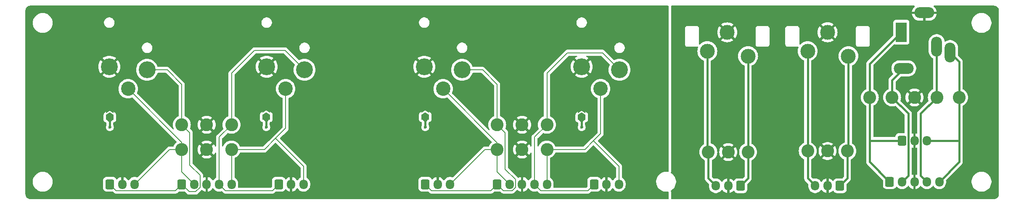
<source format=gbr>
%TF.GenerationSoftware,KiCad,Pcbnew,8.0.1*%
%TF.CreationDate,2024-04-12T14:20:23+02:00*%
%TF.ProjectId,C-Audio Input-Board (CIB),432d4175-6469-46f2-9049-6e7075742d42,rev?*%
%TF.SameCoordinates,Original*%
%TF.FileFunction,Copper,L1,Top*%
%TF.FilePolarity,Positive*%
%FSLAX46Y46*%
G04 Gerber Fmt 4.6, Leading zero omitted, Abs format (unit mm)*
G04 Created by KiCad (PCBNEW 8.0.1) date 2024-04-12 14:20:23*
%MOMM*%
%LPD*%
G01*
G04 APERTURE LIST*
G04 Aperture macros list*
%AMRoundRect*
0 Rectangle with rounded corners*
0 $1 Rounding radius*
0 $2 $3 $4 $5 $6 $7 $8 $9 X,Y pos of 4 corners*
0 Add a 4 corners polygon primitive as box body*
4,1,4,$2,$3,$4,$5,$6,$7,$8,$9,$2,$3,0*
0 Add four circle primitives for the rounded corners*
1,1,$1+$1,$2,$3*
1,1,$1+$1,$4,$5*
1,1,$1+$1,$6,$7*
1,1,$1+$1,$8,$9*
0 Add four rect primitives between the rounded corners*
20,1,$1+$1,$2,$3,$4,$5,0*
20,1,$1+$1,$4,$5,$6,$7,0*
20,1,$1+$1,$6,$7,$8,$9,0*
20,1,$1+$1,$8,$9,$2,$3,0*%
%AMFreePoly0*
4,1,6,1.000000,0.000000,0.500000,-0.750000,-0.500000,-0.750000,-0.500000,0.750000,0.500000,0.750000,1.000000,0.000000,1.000000,0.000000,$1*%
%AMFreePoly1*
4,1,6,0.500000,-0.750000,-0.650000,-0.750000,-0.150000,0.000000,-0.650000,0.750000,0.500000,0.750000,0.500000,-0.750000,0.500000,-0.750000,$1*%
G04 Aperture macros list end*
%TA.AperFunction,SMDPad,CuDef*%
%ADD10FreePoly0,90.000000*%
%TD*%
%TA.AperFunction,SMDPad,CuDef*%
%ADD11FreePoly1,90.000000*%
%TD*%
%TA.AperFunction,ComponentPad*%
%ADD12RoundRect,0.250000X-0.600000X-0.725000X0.600000X-0.725000X0.600000X0.725000X-0.600000X0.725000X0*%
%TD*%
%TA.AperFunction,ComponentPad*%
%ADD13O,1.700000X1.950000*%
%TD*%
%TA.AperFunction,ComponentPad*%
%ADD14C,3.400000*%
%TD*%
%TA.AperFunction,ComponentPad*%
%ADD15C,2.900000*%
%TD*%
%TA.AperFunction,ComponentPad*%
%ADD16C,2.600000*%
%TD*%
%TA.AperFunction,ComponentPad*%
%ADD17RoundRect,0.250000X0.600000X0.725000X-0.600000X0.725000X-0.600000X-0.725000X0.600000X-0.725000X0*%
%TD*%
%TA.AperFunction,ComponentPad*%
%ADD18C,3.000000*%
%TD*%
%TA.AperFunction,ComponentPad*%
%ADD19O,2.200000X4.000000*%
%TD*%
%TA.AperFunction,ComponentPad*%
%ADD20O,4.000000X2.200000*%
%TD*%
%TA.AperFunction,ComponentPad*%
%ADD21R,2.200000X4.000000*%
%TD*%
%TA.AperFunction,ViaPad*%
%ADD22C,0.600000*%
%TD*%
%TA.AperFunction,Conductor*%
%ADD23C,0.400000*%
%TD*%
%TA.AperFunction,Conductor*%
%ADD24C,0.200000*%
%TD*%
G04 APERTURE END LIST*
D10*
%TO.P,JP2,1,A*%
%TO.N,GND*%
X98500000Y-77950000D03*
D11*
%TO.P,JP2,2,B*%
%TO.N,Earth*%
X98500000Y-76500000D03*
%TD*%
D12*
%TO.P,J17,1,Pin_1*%
%TO.N,/XLR2/In+_L_XLR1*%
X130500000Y-91500000D03*
D13*
%TO.P,J17,2,Pin_2*%
%TO.N,Earth*%
X133000000Y-91500000D03*
%TO.P,J17,3,Pin_3*%
%TO.N,/XLR2/In-_L_XLR1*%
X135500000Y-91500000D03*
%TD*%
D14*
%TO.P,J13,1*%
%TO.N,Earth*%
X162000000Y-67810000D03*
%TO.P,J13,2*%
%TO.N,/XLR2/In+_R_XLR1*%
X169620000Y-68445000D03*
D15*
%TO.P,J13,3*%
%TO.N,/XLR2/In-_R_XLR1*%
X165810000Y-72260000D03*
%TD*%
D16*
%TO.P,J26,1,Pin_1*%
%TO.N,GND*%
X211500000Y-84800000D03*
%TD*%
D12*
%TO.P,J18,1,Pin_1*%
%TO.N,/XLR2/In+_L_XLR1*%
X145000000Y-91500000D03*
D13*
%TO.P,J18,2,Pin_2*%
%TO.N,/XLR2/In-_L_XLR1*%
X147500000Y-91500000D03*
%TO.P,J18,3,Pin_3*%
%TO.N,Earth*%
X150000000Y-91500000D03*
%TO.P,J18,4,Pin_4*%
%TO.N,/XLR2/In+_R_XLR1*%
X152500000Y-91500000D03*
%TO.P,J18,5,Pin_5*%
%TO.N,/XLR2/In-_R_XLR1*%
X155000000Y-91500000D03*
%TD*%
D10*
%TO.P,JP4,1,A*%
%TO.N,GND*%
X162000000Y-78000000D03*
D11*
%TO.P,JP4,2,B*%
%TO.N,Earth*%
X162000000Y-76550000D03*
%TD*%
D17*
%TO.P,J32,1,Pin_1*%
%TO.N,/Chinch2/In_L_RCA1*%
X194000000Y-91800000D03*
D13*
%TO.P,J32,2,Pin_2*%
%TO.N,GND*%
X191500000Y-91800000D03*
%TO.P,J32,3,Pin_3*%
%TO.N,/Chinch2/In_R_RCA1*%
X189000000Y-91800000D03*
%TD*%
D16*
%TO.P,J8,1,Pin_1*%
%TO.N,/XLR1/In+_R_XLR1*%
X91500000Y-79500000D03*
%TD*%
%TO.P,J25,1,Pin_1*%
%TO.N,/Chinch1/In_R_RCA1*%
X207500000Y-84800000D03*
%TD*%
%TO.P,J15,1,Pin_1*%
%TO.N,/XLR2/In-_L_XLR1*%
X145000000Y-84500000D03*
%TD*%
D12*
%TO.P,J40,1,Pin_1*%
%TO.N,/3.5mm/In_L_3.5*%
X226500000Y-82700000D03*
D13*
%TO.P,J40,2,Pin_2*%
%TO.N,GND*%
X229000000Y-82700000D03*
%TO.P,J40,3,Pin_3*%
%TO.N,/3.5mm/In_R_3.5*%
X231500000Y-82700000D03*
%TD*%
D16*
%TO.P,J14,1,Pin_1*%
%TO.N,/XLR2/In+_L_XLR1*%
X145000000Y-79500000D03*
%TD*%
%TO.P,J16,1,Pin_1*%
%TO.N,Earth*%
X150000000Y-84500000D03*
%TD*%
%TO.P,J34,1,Pin_1*%
%TO.N,/3.5mm/In_L_3.5*%
X220000000Y-74000000D03*
%TD*%
D10*
%TO.P,JP3,1,A*%
%TO.N,GND*%
X130500000Y-77950000D03*
D11*
%TO.P,JP3,2,B*%
%TO.N,Earth*%
X130500000Y-76500000D03*
%TD*%
D16*
%TO.P,J24,1,Pin_1*%
%TO.N,/Chinch1/In_L_RCA1*%
X215500000Y-84800000D03*
%TD*%
D14*
%TO.P,J12,1*%
%TO.N,Earth*%
X130293332Y-67810000D03*
%TO.P,J12,2*%
%TO.N,/XLR2/In+_L_XLR1*%
X137913332Y-68445000D03*
D15*
%TO.P,J12,3*%
%TO.N,/XLR2/In-_L_XLR1*%
X134103332Y-72260000D03*
%TD*%
D12*
%TO.P,J6,1,Pin_1*%
%TO.N,/XLR1/In+_L_XLR1*%
X67000000Y-91500000D03*
D13*
%TO.P,J6,2,Pin_2*%
%TO.N,Earth*%
X69500000Y-91500000D03*
%TO.P,J6,3,Pin_3*%
%TO.N,/XLR1/In-_L_XLR1*%
X72000000Y-91500000D03*
%TD*%
D16*
%TO.P,J30,1,Pin_1*%
%TO.N,/Chinch2/In_R_RCA1*%
X187500000Y-85000000D03*
%TD*%
%TO.P,J3,1,Pin_1*%
%TO.N,/XLR1/In+_L_XLR1*%
X81500000Y-79500000D03*
%TD*%
%TO.P,J10,1,Pin_1*%
%TO.N,Earth*%
X86500000Y-79500000D03*
%TD*%
%TO.P,J31,1,Pin_1*%
%TO.N,GND*%
X191500000Y-85000000D03*
%TD*%
%TO.P,J9,1,Pin_1*%
%TO.N,/XLR1/In-_R_XLR1*%
X91500000Y-84500000D03*
%TD*%
%TO.P,J37,1,Pin_1*%
%TO.N,/3.5mm/In_L_3.5_sw*%
X224500000Y-74000000D03*
%TD*%
%TO.P,J36,1,Pin_1*%
%TO.N,GND*%
X229000000Y-74000000D03*
%TD*%
D14*
%TO.P,J1,1*%
%TO.N,Earth*%
X66880000Y-67810000D03*
%TO.P,J1,2*%
%TO.N,/XLR1/In+_L_XLR1*%
X74500000Y-68445000D03*
D15*
%TO.P,J1,3*%
%TO.N,/XLR1/In-_L_XLR1*%
X70690000Y-72260000D03*
%TD*%
D17*
%TO.P,J27,1,Pin_1*%
%TO.N,/Chinch1/In_L_RCA1*%
X214000000Y-91800000D03*
D13*
%TO.P,J27,2,Pin_2*%
%TO.N,GND*%
X211500000Y-91800000D03*
%TO.P,J27,3,Pin_3*%
%TO.N,/Chinch1/In_R_RCA1*%
X209000000Y-91800000D03*
%TD*%
D18*
%TO.P,J23,1,IN1*%
%TO.N,/Chinch1/In_L_RCA1*%
X215700000Y-65678007D03*
%TO.P,J23,2,IN2*%
%TO.N,/Chinch1/In_R_RCA1*%
X207500000Y-64678007D03*
%TO.P,J23,3,EXT*%
%TO.N,GND*%
X211500000Y-60878007D03*
%TD*%
D12*
%TO.P,J22,1,Pin_1*%
%TO.N,/XLR2/In+_R_XLR1*%
X164500000Y-91500000D03*
D13*
%TO.P,J22,2,Pin_2*%
%TO.N,Earth*%
X167000000Y-91500000D03*
%TO.P,J22,3,Pin_3*%
%TO.N,/XLR2/In-_R_XLR1*%
X169500000Y-91500000D03*
%TD*%
D16*
%TO.P,J29,1,Pin_1*%
%TO.N,/Chinch2/In_L_RCA1*%
X195500000Y-85000000D03*
%TD*%
%TO.P,J19,1,Pin_1*%
%TO.N,/XLR2/In+_R_XLR1*%
X155000000Y-79500000D03*
%TD*%
%TO.P,J5,1,Pin_1*%
%TO.N,Earth*%
X86500000Y-84500000D03*
%TD*%
D19*
%TO.P,J33,R*%
%TO.N,/3.5mm/In_R_3.5*%
X236162487Y-64950000D03*
%TO.P,J33,RN*%
%TO.N,/3.5mm/In_R_3.5_sw*%
X233462487Y-63750000D03*
D20*
%TO.P,J33,S*%
%TO.N,GND*%
X230962487Y-56950000D03*
D21*
%TO.P,J33,T*%
%TO.N,/3.5mm/In_L_3.5*%
X226362487Y-60850000D03*
D20*
%TO.P,J33,TN*%
%TO.N,/3.5mm/In_L_3.5_sw*%
X226862487Y-68150000D03*
%TD*%
D12*
%TO.P,J39,1,Pin_1*%
%TO.N,/3.5mm/In_L_3.5*%
X224000000Y-91000000D03*
D13*
%TO.P,J39,2,Pin_2*%
%TO.N,/3.5mm/In_L_3.5_sw*%
X226500000Y-91000000D03*
%TO.P,J39,3,Pin_3*%
%TO.N,GND*%
X229000000Y-91000000D03*
%TO.P,J39,4,Pin_4*%
%TO.N,/3.5mm/In_R_3.5_sw*%
X231500000Y-91000000D03*
%TO.P,J39,5,Pin_5*%
%TO.N,/3.5mm/In_R_3.5*%
X234000000Y-91000000D03*
%TD*%
D12*
%TO.P,J7,1,Pin_1*%
%TO.N,/XLR1/In+_L_XLR1*%
X81500000Y-91500000D03*
D13*
%TO.P,J7,2,Pin_2*%
%TO.N,/XLR1/In-_L_XLR1*%
X84000000Y-91500000D03*
%TO.P,J7,3,Pin_3*%
%TO.N,Earth*%
X86500000Y-91500000D03*
%TO.P,J7,4,Pin_4*%
%TO.N,/XLR1/In+_R_XLR1*%
X89000000Y-91500000D03*
%TO.P,J7,5,Pin_5*%
%TO.N,/XLR1/In-_R_XLR1*%
X91500000Y-91500000D03*
%TD*%
D16*
%TO.P,J35,1,Pin_1*%
%TO.N,/3.5mm/In_R_3.5*%
X238000000Y-74000000D03*
%TD*%
%TO.P,J4,1,Pin_1*%
%TO.N,/XLR1/In-_L_XLR1*%
X81500000Y-84500000D03*
%TD*%
D10*
%TO.P,JP1,1,A*%
%TO.N,GND*%
X67000000Y-78000000D03*
D11*
%TO.P,JP1,2,B*%
%TO.N,Earth*%
X67000000Y-76550000D03*
%TD*%
D18*
%TO.P,J28,1,IN1*%
%TO.N,/Chinch2/In_L_RCA1*%
X195500000Y-65683007D03*
%TO.P,J28,2,IN2*%
%TO.N,/Chinch2/In_R_RCA1*%
X187300000Y-64683007D03*
%TO.P,J28,3,EXT*%
%TO.N,GND*%
X191300000Y-60883007D03*
%TD*%
D12*
%TO.P,J11,1,Pin_1*%
%TO.N,/XLR1/In+_R_XLR1*%
X101000000Y-91500000D03*
D13*
%TO.P,J11,2,Pin_2*%
%TO.N,Earth*%
X103500000Y-91500000D03*
%TO.P,J11,3,Pin_3*%
%TO.N,/XLR1/In-_R_XLR1*%
X106000000Y-91500000D03*
%TD*%
D16*
%TO.P,J38,1,Pin_1*%
%TO.N,/3.5mm/In_R_3.5_sw*%
X233500000Y-74000000D03*
%TD*%
%TO.P,J20,1,Pin_1*%
%TO.N,/XLR2/In-_R_XLR1*%
X155000000Y-84500000D03*
%TD*%
%TO.P,J21,1,Pin_1*%
%TO.N,Earth*%
X150000000Y-79500000D03*
%TD*%
D14*
%TO.P,J2,1*%
%TO.N,Earth*%
X98586666Y-67810000D03*
%TO.P,J2,2*%
%TO.N,/XLR1/In+_R_XLR1*%
X106206666Y-68445000D03*
D15*
%TO.P,J2,3*%
%TO.N,/XLR1/In-_R_XLR1*%
X102396666Y-72260000D03*
%TD*%
D22*
%TO.N,GND*%
X162000000Y-80000000D03*
X130500000Y-80000000D03*
X98500000Y-80000000D03*
X67000000Y-80000000D03*
%TD*%
D23*
%TO.N,GND*%
X162000000Y-78000000D02*
X162000000Y-80000000D01*
X130500000Y-77950000D02*
X130500000Y-80000000D01*
X98500000Y-77950000D02*
X98500000Y-80000000D01*
X67000000Y-78000000D02*
X67000000Y-80000000D01*
%TO.N,/3.5mm/In_R_3.5_sw*%
X230250000Y-89750000D02*
X231500000Y-91000000D01*
X230250000Y-77250000D02*
X230250000Y-89750000D01*
X233500000Y-74000000D02*
X230250000Y-77250000D01*
%TO.N,/3.5mm/In_L_3.5_sw*%
X227750000Y-89750000D02*
X226500000Y-91000000D01*
X227750000Y-77250000D02*
X227750000Y-89750000D01*
X224500000Y-74000000D02*
X227750000Y-77250000D01*
%TO.N,/3.5mm/In_L_3.5*%
X226500000Y-82700000D02*
X220000000Y-82700000D01*
X220000000Y-82700000D02*
X220000000Y-87000000D01*
X220000000Y-74000000D02*
X220000000Y-82700000D01*
%TO.N,/3.5mm/In_R_3.5*%
X238000000Y-82700000D02*
X238000000Y-87000000D01*
X238000000Y-74000000D02*
X238000000Y-82700000D01*
X231500000Y-82700000D02*
X238000000Y-82700000D01*
X238000000Y-87000000D02*
X234000000Y-91000000D01*
%TO.N,/3.5mm/In_L_3.5*%
X220000000Y-87000000D02*
X224000000Y-91000000D01*
D24*
%TO.N,/XLR1/In+_L_XLR1*%
X83100000Y-81100000D02*
X83100000Y-87634314D01*
X83000000Y-93000000D02*
X81500000Y-91500000D01*
X83100000Y-87634314D02*
X85150000Y-89684314D01*
X78565000Y-68445000D02*
X81500000Y-71380000D01*
X81500000Y-71380000D02*
X81500000Y-79500000D01*
X81500000Y-79500000D02*
X83100000Y-81100000D01*
X81500000Y-91500000D02*
X80225000Y-92775000D01*
X74500000Y-68445000D02*
X78565000Y-68445000D01*
X85150000Y-89684314D02*
X85150000Y-92101346D01*
X85150000Y-92101346D02*
X84251346Y-93000000D01*
X68275000Y-92775000D02*
X67000000Y-91500000D01*
X80225000Y-92775000D02*
X68275000Y-92775000D01*
X84251346Y-93000000D02*
X83000000Y-93000000D01*
%TO.N,/XLR1/In-_L_XLR1*%
X79000000Y-84500000D02*
X72000000Y-91500000D01*
X81500000Y-83070000D02*
X81500000Y-84500000D01*
X70690000Y-72260000D02*
X81500000Y-83070000D01*
X81500000Y-89000000D02*
X84000000Y-91500000D01*
X81500000Y-84500000D02*
X81500000Y-89000000D01*
X81500000Y-84500000D02*
X79000000Y-84500000D01*
%TO.N,/XLR1/In+_R_XLR1*%
X91500000Y-79500000D02*
X89000000Y-82000000D01*
X99725000Y-92775000D02*
X101000000Y-91500000D01*
X96120000Y-64500000D02*
X91500000Y-69120000D01*
X106206666Y-68445000D02*
X102261666Y-64500000D01*
X89000000Y-82000000D02*
X89000000Y-91500000D01*
X102261666Y-64500000D02*
X96120000Y-64500000D01*
X90275000Y-92775000D02*
X99725000Y-92775000D01*
X91500000Y-69120000D02*
X91500000Y-79500000D01*
X89000000Y-91500000D02*
X90275000Y-92775000D01*
%TO.N,/XLR1/In-_R_XLR1*%
X100370000Y-82250000D02*
X106000000Y-87880000D01*
X98120000Y-84500000D02*
X100370000Y-82250000D01*
X106000000Y-87880000D02*
X106000000Y-91500000D01*
X100370000Y-82250000D02*
X102396666Y-80223334D01*
X91500000Y-84500000D02*
X91500000Y-91500000D01*
X91500000Y-84500000D02*
X98120000Y-84500000D01*
X102396666Y-80223334D02*
X102396666Y-72260000D01*
%TO.N,/XLR2/In-_L_XLR1*%
X145000000Y-84500000D02*
X142500000Y-84500000D01*
X142500000Y-84500000D02*
X135500000Y-91500000D01*
X145000000Y-89000000D02*
X147500000Y-91500000D01*
X145000000Y-83156668D02*
X145000000Y-84500000D01*
X145000000Y-84500000D02*
X145000000Y-89000000D01*
X134103332Y-72260000D02*
X145000000Y-83156668D01*
%TO.N,/XLR2/In+_L_XLR1*%
X145000000Y-79500000D02*
X146600000Y-81100000D01*
X145000000Y-71380000D02*
X145000000Y-79500000D01*
X143725000Y-92775000D02*
X131775000Y-92775000D01*
X146275000Y-92775000D02*
X145000000Y-91500000D01*
X148650000Y-92101346D02*
X147976346Y-92775000D01*
X137913332Y-68445000D02*
X142065000Y-68445000D01*
X145000000Y-91500000D02*
X143725000Y-92775000D01*
X148650000Y-90530000D02*
X148650000Y-92101346D01*
X147976346Y-92775000D02*
X146275000Y-92775000D01*
X146600000Y-81100000D02*
X146600000Y-88480000D01*
X131775000Y-92775000D02*
X130500000Y-91500000D01*
X146600000Y-88480000D02*
X148650000Y-90530000D01*
X142065000Y-68445000D02*
X145000000Y-71380000D01*
%TO.N,/XLR2/In-_R_XLR1*%
X155000000Y-84500000D02*
X155000000Y-91500000D01*
X169500000Y-91500000D02*
X169500000Y-87880000D01*
X165810000Y-81310000D02*
X164370000Y-82750000D01*
X162620000Y-84500000D02*
X155000000Y-84500000D01*
X165810000Y-72260000D02*
X165810000Y-81310000D01*
X169500000Y-87880000D02*
X164370000Y-82750000D01*
X164370000Y-82750000D02*
X162620000Y-84500000D01*
%TO.N,/XLR2/In+_R_XLR1*%
X152500000Y-82000000D02*
X152500000Y-91500000D01*
X155000000Y-69120000D02*
X155000000Y-79500000D01*
X159120000Y-65000000D02*
X155000000Y-69120000D01*
X152500000Y-91500000D02*
X153775000Y-92775000D01*
X155000000Y-79500000D02*
X152500000Y-82000000D01*
X166175000Y-65000000D02*
X159120000Y-65000000D01*
X169620000Y-68445000D02*
X166175000Y-65000000D01*
X153775000Y-92775000D02*
X163225000Y-92775000D01*
X163225000Y-92775000D02*
X164500000Y-91500000D01*
D23*
%TO.N,/Chinch1/In_L_RCA1*%
X215500000Y-90300000D02*
X214000000Y-91800000D01*
X215500000Y-84800000D02*
X215500000Y-90300000D01*
X215700000Y-65678007D02*
X215700000Y-84600000D01*
X215700000Y-84600000D02*
X215500000Y-84800000D01*
%TO.N,/Chinch1/In_R_RCA1*%
X207500000Y-90300000D02*
X209000000Y-91800000D01*
X207500000Y-84800000D02*
X207500000Y-90300000D01*
X207500000Y-64678007D02*
X207500000Y-84800000D01*
%TO.N,/Chinch2/In_R_RCA1*%
X187300000Y-64683007D02*
X187300000Y-84800000D01*
X187500000Y-85000000D02*
X187500000Y-90300000D01*
X187500000Y-90300000D02*
X189000000Y-91800000D01*
X187300000Y-84800000D02*
X187500000Y-85000000D01*
%TO.N,/Chinch2/In_L_RCA1*%
X195500000Y-90300000D02*
X194000000Y-91800000D01*
X195500000Y-65683007D02*
X195500000Y-85000000D01*
X195500000Y-85000000D02*
X195500000Y-90300000D01*
%TO.N,/3.5mm/In_R_3.5_sw*%
X233462487Y-73962487D02*
X233500000Y-74000000D01*
X233462487Y-63750000D02*
X233462487Y-73962487D01*
%TO.N,/3.5mm/In_L_3.5_sw*%
X226862487Y-68150000D02*
X224500000Y-70512487D01*
X224500000Y-70512487D02*
X224500000Y-74000000D01*
%TO.N,/3.5mm/In_R_3.5*%
X238000000Y-66787513D02*
X238000000Y-74000000D01*
X236162487Y-64950000D02*
X238000000Y-66787513D01*
%TO.N,/3.5mm/In_L_3.5*%
X220000000Y-67212487D02*
X220000000Y-74000000D01*
X226362487Y-60850000D02*
X220000000Y-67212487D01*
%TD*%
%TA.AperFunction,Conductor*%
%TO.N,GND*%
G36*
X229250000Y-84152230D02*
G01*
X229316125Y-84141758D01*
X229387181Y-84118670D01*
X229457022Y-84116674D01*
X229516855Y-84152754D01*
X229547684Y-84215455D01*
X229549500Y-84236601D01*
X229549500Y-89463398D01*
X229529815Y-89530437D01*
X229477011Y-89576192D01*
X229407853Y-89586136D01*
X229387183Y-89581329D01*
X229316125Y-89558241D01*
X229250000Y-89547768D01*
X229250000Y-90595854D01*
X229183343Y-90557370D01*
X229062535Y-90525000D01*
X228937465Y-90525000D01*
X228816657Y-90557370D01*
X228750000Y-90595854D01*
X228750000Y-89547768D01*
X228749999Y-89547768D01*
X228683874Y-89558241D01*
X228612817Y-89581329D01*
X228542976Y-89583324D01*
X228483143Y-89547243D01*
X228452316Y-89484542D01*
X228450500Y-89463398D01*
X228450500Y-84236601D01*
X228470185Y-84169562D01*
X228522989Y-84123807D01*
X228592147Y-84113863D01*
X228612819Y-84118670D01*
X228683874Y-84141758D01*
X228750000Y-84152231D01*
X228750000Y-83104145D01*
X228816657Y-83142630D01*
X228937465Y-83175000D01*
X229062535Y-83175000D01*
X229183343Y-83142630D01*
X229250000Y-83104145D01*
X229250000Y-84152230D01*
G37*
%TD.AperFunction*%
%TA.AperFunction,Conductor*%
G36*
X229020876Y-55520185D02*
G01*
X229066631Y-55572989D01*
X229076575Y-55642147D01*
X229047550Y-55705703D01*
X229026724Y-55724817D01*
X229020157Y-55729587D01*
X228842077Y-55907667D01*
X228842077Y-55907668D01*
X228694044Y-56111416D01*
X228579706Y-56335815D01*
X228501884Y-56575328D01*
X228501884Y-56575331D01*
X228482139Y-56700000D01*
X230362486Y-56700000D01*
X230337466Y-56760402D01*
X230312487Y-56885981D01*
X230312487Y-57014019D01*
X230337466Y-57139598D01*
X230362486Y-57200000D01*
X228482139Y-57200000D01*
X228501884Y-57324668D01*
X228501884Y-57324671D01*
X228579706Y-57564184D01*
X228694044Y-57788583D01*
X228842077Y-57992331D01*
X228842077Y-57992332D01*
X229020154Y-58170409D01*
X229223903Y-58318442D01*
X229448302Y-58432780D01*
X229687817Y-58510602D01*
X229936559Y-58550000D01*
X230712487Y-58550000D01*
X230712487Y-57550001D01*
X230772889Y-57575021D01*
X230898468Y-57600000D01*
X231026506Y-57600000D01*
X231152085Y-57575021D01*
X231212487Y-57550001D01*
X231212487Y-58550000D01*
X231988415Y-58550000D01*
X232237156Y-58510602D01*
X232476671Y-58432780D01*
X232701070Y-58318442D01*
X232904818Y-58170409D01*
X232904819Y-58170409D01*
X233082896Y-57992332D01*
X233082896Y-57992331D01*
X233230929Y-57788583D01*
X233345267Y-57564184D01*
X233423089Y-57324671D01*
X233423089Y-57324668D01*
X233442835Y-57200000D01*
X231562488Y-57200000D01*
X231587508Y-57139598D01*
X231612487Y-57014019D01*
X231612487Y-56885981D01*
X231587508Y-56760402D01*
X231562488Y-56700000D01*
X233442835Y-56700000D01*
X233423089Y-56575331D01*
X233423089Y-56575328D01*
X233345267Y-56335815D01*
X233230929Y-56111416D01*
X233082896Y-55907668D01*
X233082896Y-55907667D01*
X232904816Y-55729587D01*
X232898250Y-55724817D01*
X232855585Y-55669487D01*
X232849607Y-55599873D01*
X232882214Y-55538079D01*
X232943053Y-55503722D01*
X232971137Y-55500500D01*
X244934108Y-55500500D01*
X244994587Y-55500500D01*
X245005394Y-55500972D01*
X245035721Y-55503625D01*
X245162755Y-55514739D01*
X245184035Y-55518491D01*
X245257138Y-55538079D01*
X245331369Y-55557969D01*
X245351681Y-55565362D01*
X245489915Y-55629822D01*
X245508633Y-55640629D01*
X245633582Y-55728119D01*
X245650140Y-55742013D01*
X245757986Y-55849859D01*
X245771880Y-55866417D01*
X245859370Y-55991366D01*
X245870177Y-56010084D01*
X245934637Y-56148318D01*
X245942030Y-56168630D01*
X245981507Y-56315961D01*
X245985260Y-56337246D01*
X245999028Y-56494605D01*
X245999500Y-56505413D01*
X245999500Y-93494586D01*
X245999028Y-93505394D01*
X245985260Y-93662753D01*
X245981507Y-93684038D01*
X245942030Y-93831369D01*
X245934637Y-93851681D01*
X245870177Y-93989915D01*
X245859370Y-94008633D01*
X245771880Y-94133582D01*
X245757986Y-94150140D01*
X245650140Y-94257986D01*
X245633582Y-94271880D01*
X245508633Y-94359370D01*
X245489915Y-94370177D01*
X245351681Y-94434637D01*
X245331369Y-94442030D01*
X245184038Y-94481507D01*
X245162753Y-94485260D01*
X245005395Y-94499028D01*
X244994587Y-94499500D01*
X180129500Y-94499500D01*
X180062461Y-94479815D01*
X180016706Y-94427011D01*
X180005500Y-94375500D01*
X180005500Y-93093332D01*
X180003631Y-93080051D01*
X179985861Y-92953797D01*
X179966966Y-92888003D01*
X179964127Y-92881638D01*
X179954801Y-92812395D01*
X179984392Y-92749101D01*
X180015372Y-92723752D01*
X180113803Y-92666924D01*
X180321851Y-92507282D01*
X180321855Y-92507277D01*
X180321860Y-92507274D01*
X180507274Y-92321860D01*
X180507277Y-92321855D01*
X180507282Y-92321851D01*
X180666924Y-92113803D01*
X180798043Y-91886697D01*
X180898398Y-91644419D01*
X180966270Y-91391116D01*
X181000500Y-91131120D01*
X181000500Y-90868880D01*
X180966270Y-90608884D01*
X180898398Y-90355581D01*
X180890790Y-90337214D01*
X180798046Y-90113309D01*
X180798041Y-90113299D01*
X180666924Y-89886196D01*
X180539358Y-89719951D01*
X180507282Y-89678149D01*
X180507281Y-89678148D01*
X180507274Y-89678140D01*
X180321860Y-89492726D01*
X180321851Y-89492718D01*
X180113803Y-89333075D01*
X180015533Y-89276340D01*
X179967318Y-89225774D01*
X179954094Y-89157167D01*
X179963960Y-89120348D01*
X179963789Y-89120284D01*
X179964459Y-89118485D01*
X179964741Y-89117436D01*
X179965338Y-89116129D01*
X179985023Y-89049090D01*
X179985024Y-89049086D01*
X180005500Y-88906670D01*
X180005500Y-63348899D01*
X182799500Y-63348899D01*
X182806541Y-63375176D01*
X182833608Y-63476194D01*
X182866554Y-63533257D01*
X182899500Y-63590321D01*
X182992686Y-63683507D01*
X183087429Y-63738207D01*
X183094509Y-63742295D01*
X183106814Y-63749399D01*
X183234108Y-63783507D01*
X183234110Y-63783507D01*
X185165890Y-63783507D01*
X185165892Y-63783507D01*
X185293186Y-63749399D01*
X185293187Y-63749398D01*
X185301037Y-63747295D01*
X185301612Y-63749444D01*
X185359543Y-63743207D01*
X185422027Y-63774471D01*
X185457689Y-63834555D01*
X185455207Y-63904380D01*
X185453728Y-63908573D01*
X185375629Y-64117967D01*
X185314804Y-64397573D01*
X185294390Y-64683005D01*
X185294390Y-64683008D01*
X185314804Y-64968440D01*
X185375628Y-65248044D01*
X185375630Y-65248050D01*
X185375631Y-65248053D01*
X185465442Y-65488845D01*
X185475635Y-65516173D01*
X185612770Y-65767316D01*
X185612775Y-65767324D01*
X185784254Y-65996394D01*
X185784270Y-65996412D01*
X185986594Y-66198736D01*
X185986612Y-66198752D01*
X186215682Y-66370231D01*
X186215690Y-66370236D01*
X186466833Y-66507371D01*
X186466841Y-66507375D01*
X186487399Y-66515042D01*
X186518833Y-66526766D01*
X186574766Y-66568637D01*
X186599184Y-66634101D01*
X186599500Y-66642948D01*
X186599500Y-83369262D01*
X186579815Y-83436301D01*
X186545352Y-83471715D01*
X186374262Y-83588362D01*
X186176442Y-83771910D01*
X186008185Y-83982898D01*
X185873258Y-84216599D01*
X185873256Y-84216603D01*
X185774666Y-84467804D01*
X185774664Y-84467811D01*
X185714616Y-84730898D01*
X185694451Y-84999995D01*
X185694451Y-85000004D01*
X185714616Y-85269101D01*
X185774664Y-85532188D01*
X185774666Y-85532195D01*
X185820901Y-85650000D01*
X185873257Y-85783398D01*
X186008185Y-86017102D01*
X186061655Y-86084151D01*
X186176442Y-86228089D01*
X186322549Y-86363655D01*
X186374259Y-86411635D01*
X186597226Y-86563651D01*
X186597231Y-86563653D01*
X186597232Y-86563654D01*
X186597233Y-86563655D01*
X186729301Y-86627255D01*
X186781161Y-86674077D01*
X186799500Y-86738975D01*
X186799500Y-90231006D01*
X186799500Y-90368994D01*
X186799500Y-90368996D01*
X186799499Y-90368996D01*
X186826418Y-90504322D01*
X186826421Y-90504332D01*
X186879222Y-90631807D01*
X186955887Y-90746545D01*
X186955888Y-90746546D01*
X187622401Y-91413058D01*
X187655886Y-91474381D01*
X187657193Y-91520137D01*
X187649500Y-91568707D01*
X187649500Y-91568713D01*
X187649500Y-92031287D01*
X187651567Y-92044336D01*
X187669111Y-92155109D01*
X187682754Y-92241243D01*
X187747905Y-92441757D01*
X187748444Y-92443414D01*
X187844951Y-92632820D01*
X187969890Y-92804786D01*
X188120213Y-92955109D01*
X188292179Y-93080048D01*
X188292181Y-93080049D01*
X188292184Y-93080051D01*
X188481588Y-93176557D01*
X188683757Y-93242246D01*
X188893713Y-93275500D01*
X188893714Y-93275500D01*
X189106286Y-93275500D01*
X189106287Y-93275500D01*
X189316243Y-93242246D01*
X189518412Y-93176557D01*
X189707816Y-93080051D01*
X189729789Y-93064086D01*
X189879786Y-92955109D01*
X189879788Y-92955106D01*
X189879792Y-92955104D01*
X190030104Y-92804792D01*
X190149991Y-92639779D01*
X190205320Y-92597115D01*
X190274933Y-92591136D01*
X190336729Y-92623741D01*
X190350627Y-92639781D01*
X190470272Y-92804459D01*
X190470276Y-92804464D01*
X190620535Y-92954723D01*
X190620540Y-92954727D01*
X190792442Y-93079620D01*
X190981782Y-93176095D01*
X191183871Y-93241757D01*
X191250000Y-93252231D01*
X191250000Y-92204145D01*
X191316657Y-92242630D01*
X191437465Y-92275000D01*
X191562535Y-92275000D01*
X191683343Y-92242630D01*
X191750000Y-92204145D01*
X191750000Y-93252230D01*
X191816126Y-93241757D01*
X191816129Y-93241757D01*
X192018217Y-93176095D01*
X192207557Y-93079620D01*
X192379458Y-92954728D01*
X192518330Y-92815856D01*
X192579653Y-92782371D01*
X192649345Y-92787355D01*
X192705279Y-92829226D01*
X192711551Y-92838440D01*
X192715185Y-92844331D01*
X192715186Y-92844334D01*
X192807288Y-92993656D01*
X192931344Y-93117712D01*
X193080666Y-93209814D01*
X193247203Y-93264999D01*
X193349991Y-93275500D01*
X194650008Y-93275499D01*
X194752797Y-93264999D01*
X194919334Y-93209814D01*
X195068656Y-93117712D01*
X195192712Y-92993656D01*
X195284814Y-92844334D01*
X195339999Y-92677797D01*
X195350500Y-92575009D01*
X195350499Y-91491518D01*
X195370184Y-91424480D01*
X195386818Y-91403838D01*
X196044105Y-90746551D01*
X196044113Y-90746543D01*
X196046962Y-90742280D01*
X196120775Y-90631811D01*
X196154328Y-90550806D01*
X196173580Y-90504329D01*
X196180250Y-90470795D01*
X196200408Y-90369458D01*
X196200500Y-90368994D01*
X196200500Y-86738975D01*
X196220185Y-86671936D01*
X196270699Y-86627255D01*
X196402767Y-86563655D01*
X196402767Y-86563654D01*
X196402775Y-86563651D01*
X196625741Y-86411635D01*
X196823561Y-86228085D01*
X196991815Y-86017102D01*
X197126743Y-85783398D01*
X197225334Y-85532195D01*
X197285383Y-85269103D01*
X197300376Y-85069028D01*
X197305549Y-85000004D01*
X197305549Y-84999995D01*
X197285389Y-84730973D01*
X197285383Y-84730897D01*
X197225334Y-84467805D01*
X197126743Y-84216602D01*
X196991815Y-83982898D01*
X196823561Y-83771915D01*
X196823560Y-83771914D01*
X196823557Y-83771910D01*
X196625741Y-83588365D01*
X196532068Y-83524500D01*
X196402775Y-83436349D01*
X196402772Y-83436348D01*
X196402770Y-83436346D01*
X196270698Y-83372743D01*
X196218838Y-83325920D01*
X196200500Y-83261023D01*
X196200500Y-67642948D01*
X196220185Y-67575909D01*
X196272989Y-67530154D01*
X196281158Y-67526769D01*
X196333161Y-67507374D01*
X196584315Y-67370233D01*
X196813395Y-67198746D01*
X197015739Y-66996402D01*
X197187226Y-66767322D01*
X197324367Y-66516168D01*
X197424369Y-66248053D01*
X197456944Y-66098308D01*
X197485195Y-65968440D01*
X197485195Y-65968439D01*
X197485196Y-65968435D01*
X197505610Y-65683007D01*
X197505252Y-65678008D01*
X197493678Y-65516173D01*
X197485196Y-65397579D01*
X197484108Y-65392579D01*
X197424371Y-65117969D01*
X197424370Y-65117967D01*
X197424369Y-65117961D01*
X197324367Y-64849846D01*
X197230535Y-64678007D01*
X197187229Y-64598697D01*
X197187224Y-64598689D01*
X197015745Y-64369619D01*
X197015729Y-64369601D01*
X196813405Y-64167277D01*
X196813387Y-64167261D01*
X196584317Y-63995782D01*
X196584309Y-63995777D01*
X196333166Y-63858642D01*
X196333167Y-63858642D01*
X196131722Y-63783507D01*
X196065046Y-63758638D01*
X196065043Y-63758637D01*
X196065037Y-63758635D01*
X195785433Y-63697811D01*
X195500001Y-63677397D01*
X195499999Y-63677397D01*
X195214566Y-63697811D01*
X194934962Y-63758635D01*
X194666833Y-63858642D01*
X194415690Y-63995777D01*
X194415682Y-63995782D01*
X194186612Y-64167261D01*
X194186594Y-64167277D01*
X193984270Y-64369601D01*
X193984254Y-64369619D01*
X193812775Y-64598689D01*
X193812770Y-64598697D01*
X193675635Y-64849840D01*
X193575628Y-65117969D01*
X193514804Y-65397573D01*
X193494390Y-65683005D01*
X193494390Y-65683008D01*
X193514804Y-65968440D01*
X193575628Y-66248044D01*
X193575630Y-66248050D01*
X193575631Y-66248053D01*
X193673768Y-66511168D01*
X193675635Y-66516173D01*
X193812770Y-66767316D01*
X193812775Y-66767324D01*
X193984254Y-66996394D01*
X193984270Y-66996412D01*
X194186594Y-67198736D01*
X194186612Y-67198752D01*
X194415682Y-67370231D01*
X194415690Y-67370236D01*
X194666833Y-67507371D01*
X194666841Y-67507375D01*
X194687399Y-67515042D01*
X194718833Y-67526766D01*
X194774766Y-67568637D01*
X194799184Y-67634101D01*
X194799500Y-67642948D01*
X194799500Y-83261023D01*
X194779815Y-83328062D01*
X194729303Y-83372743D01*
X194599502Y-83435253D01*
X194597226Y-83436349D01*
X194543485Y-83472989D01*
X194374258Y-83588365D01*
X194176442Y-83771910D01*
X194008185Y-83982898D01*
X193873258Y-84216599D01*
X193873256Y-84216603D01*
X193774666Y-84467804D01*
X193774664Y-84467811D01*
X193714616Y-84730898D01*
X193694451Y-84999995D01*
X193694451Y-85000004D01*
X193714616Y-85269101D01*
X193774664Y-85532188D01*
X193774666Y-85532195D01*
X193820901Y-85650000D01*
X193873257Y-85783398D01*
X194008185Y-86017102D01*
X194061655Y-86084151D01*
X194176442Y-86228089D01*
X194322549Y-86363655D01*
X194374259Y-86411635D01*
X194597226Y-86563651D01*
X194597231Y-86563653D01*
X194597232Y-86563654D01*
X194597233Y-86563655D01*
X194729301Y-86627255D01*
X194781161Y-86674077D01*
X194799500Y-86738975D01*
X194799500Y-89958481D01*
X194779815Y-90025520D01*
X194763181Y-90046162D01*
X194521161Y-90288181D01*
X194459838Y-90321666D01*
X194433480Y-90324500D01*
X193349998Y-90324500D01*
X193349981Y-90324501D01*
X193247203Y-90335000D01*
X193247200Y-90335001D01*
X193080668Y-90390185D01*
X193080663Y-90390187D01*
X192931342Y-90482289D01*
X192807289Y-90606342D01*
X192711551Y-90761559D01*
X192659603Y-90808283D01*
X192590640Y-90819506D01*
X192526558Y-90791662D01*
X192518331Y-90784143D01*
X192379464Y-90645276D01*
X192379459Y-90645272D01*
X192207557Y-90520379D01*
X192018215Y-90423903D01*
X191816124Y-90358241D01*
X191750000Y-90347768D01*
X191750000Y-91395854D01*
X191683343Y-91357370D01*
X191562535Y-91325000D01*
X191437465Y-91325000D01*
X191316657Y-91357370D01*
X191250000Y-91395854D01*
X191250000Y-90347768D01*
X191249999Y-90347768D01*
X191183875Y-90358241D01*
X190981784Y-90423903D01*
X190792442Y-90520379D01*
X190620540Y-90645272D01*
X190620535Y-90645276D01*
X190470276Y-90795535D01*
X190470272Y-90795540D01*
X190350627Y-90960218D01*
X190295297Y-91002884D01*
X190225684Y-91008863D01*
X190163889Y-90976257D01*
X190149991Y-90960218D01*
X190030109Y-90795214D01*
X190030105Y-90795209D01*
X189879786Y-90644890D01*
X189707820Y-90519951D01*
X189518414Y-90423444D01*
X189518413Y-90423443D01*
X189518412Y-90423443D01*
X189316243Y-90357754D01*
X189316241Y-90357753D01*
X189316240Y-90357753D01*
X189154957Y-90332208D01*
X189106287Y-90324500D01*
X188893713Y-90324500D01*
X188827419Y-90335000D01*
X188683755Y-90357754D01*
X188653866Y-90367465D01*
X188584025Y-90369458D01*
X188527870Y-90337214D01*
X188387199Y-90196543D01*
X188236819Y-90046162D01*
X188203334Y-89984839D01*
X188200500Y-89958481D01*
X188200500Y-86738975D01*
X188220185Y-86671936D01*
X188270699Y-86627255D01*
X188402767Y-86563655D01*
X188402767Y-86563654D01*
X188402775Y-86563651D01*
X188625741Y-86411635D01*
X188823561Y-86228085D01*
X188991815Y-86017102D01*
X189126743Y-85783398D01*
X189225334Y-85532195D01*
X189285383Y-85269103D01*
X189300376Y-85069028D01*
X189305549Y-85000004D01*
X189694953Y-85000004D01*
X189715113Y-85269026D01*
X189715113Y-85269028D01*
X189775142Y-85532033D01*
X189775148Y-85532052D01*
X189873709Y-85783181D01*
X189873708Y-85783181D01*
X190008602Y-86016822D01*
X190062294Y-86084151D01*
X190062295Y-86084151D01*
X190898958Y-85247488D01*
X190923978Y-85307890D01*
X190995112Y-85414351D01*
X191085649Y-85504888D01*
X191192110Y-85576022D01*
X191252510Y-85601041D01*
X190414848Y-86438702D01*
X190597483Y-86563220D01*
X190597485Y-86563221D01*
X190840539Y-86680269D01*
X190840537Y-86680269D01*
X191098337Y-86759790D01*
X191098343Y-86759792D01*
X191365101Y-86799999D01*
X191365110Y-86800000D01*
X191634890Y-86800000D01*
X191634898Y-86799999D01*
X191901656Y-86759792D01*
X191901662Y-86759790D01*
X192159461Y-86680269D01*
X192402521Y-86563218D01*
X192585150Y-86438702D01*
X191747488Y-85601041D01*
X191807890Y-85576022D01*
X191914351Y-85504888D01*
X192004888Y-85414351D01*
X192076022Y-85307890D01*
X192101041Y-85247488D01*
X192937703Y-86084151D01*
X192937704Y-86084150D01*
X192991393Y-86016828D01*
X192991400Y-86016817D01*
X193126290Y-85783181D01*
X193224851Y-85532052D01*
X193224857Y-85532033D01*
X193284886Y-85269028D01*
X193284886Y-85269026D01*
X193305047Y-85000004D01*
X193305047Y-84999995D01*
X193284886Y-84730973D01*
X193284886Y-84730971D01*
X193224857Y-84467966D01*
X193224851Y-84467947D01*
X193126290Y-84216818D01*
X193126291Y-84216818D01*
X192991397Y-83983177D01*
X192937704Y-83915847D01*
X192101041Y-84752510D01*
X192076022Y-84692110D01*
X192004888Y-84585649D01*
X191914351Y-84495112D01*
X191807890Y-84423978D01*
X191747488Y-84398958D01*
X192585150Y-83561296D01*
X192402517Y-83436779D01*
X192402516Y-83436778D01*
X192159460Y-83319730D01*
X192159462Y-83319730D01*
X191901662Y-83240209D01*
X191901656Y-83240207D01*
X191634898Y-83200000D01*
X191365101Y-83200000D01*
X191098343Y-83240207D01*
X191098337Y-83240209D01*
X190840538Y-83319730D01*
X190597485Y-83436778D01*
X190597476Y-83436783D01*
X190414848Y-83561296D01*
X191252511Y-84398958D01*
X191192110Y-84423978D01*
X191085649Y-84495112D01*
X190995112Y-84585649D01*
X190923978Y-84692110D01*
X190898958Y-84752511D01*
X190062295Y-83915848D01*
X190008600Y-83983180D01*
X189873709Y-84216818D01*
X189775148Y-84467947D01*
X189775142Y-84467966D01*
X189715113Y-84730971D01*
X189715113Y-84730973D01*
X189694953Y-84999995D01*
X189694953Y-85000004D01*
X189305549Y-85000004D01*
X189305549Y-84999995D01*
X189285389Y-84730973D01*
X189285383Y-84730897D01*
X189225334Y-84467805D01*
X189126743Y-84216602D01*
X188991815Y-83982898D01*
X188823561Y-83771915D01*
X188823560Y-83771914D01*
X188823557Y-83771910D01*
X188625741Y-83588365D01*
X188625737Y-83588362D01*
X188402775Y-83436349D01*
X188402769Y-83436346D01*
X188402768Y-83436345D01*
X188402767Y-83436344D01*
X188159646Y-83319264D01*
X188159643Y-83319263D01*
X188159641Y-83319262D01*
X188087948Y-83297147D01*
X188029691Y-83258577D01*
X188001533Y-83194632D01*
X188000500Y-83178657D01*
X188000500Y-66642948D01*
X188020185Y-66575909D01*
X188072989Y-66530154D01*
X188081158Y-66526769D01*
X188133161Y-66507374D01*
X188384315Y-66370233D01*
X188613395Y-66198746D01*
X188815739Y-65996402D01*
X188987226Y-65767322D01*
X189124367Y-65516168D01*
X189224369Y-65248053D01*
X189285196Y-64968435D01*
X189305610Y-64683007D01*
X189305252Y-64678008D01*
X189299580Y-64598692D01*
X189285196Y-64397579D01*
X189284108Y-64392579D01*
X189224371Y-64117969D01*
X189224370Y-64117967D01*
X189224369Y-64117961D01*
X189124367Y-63849846D01*
X189116017Y-63834555D01*
X188987229Y-63598697D01*
X188987224Y-63598689D01*
X188815745Y-63369619D01*
X188815729Y-63369601D01*
X188795027Y-63348899D01*
X196999500Y-63348899D01*
X197006541Y-63375176D01*
X197033608Y-63476194D01*
X197066554Y-63533257D01*
X197099500Y-63590321D01*
X197192686Y-63683507D01*
X197287429Y-63738207D01*
X197294509Y-63742295D01*
X197306814Y-63749399D01*
X197434108Y-63783507D01*
X197434110Y-63783507D01*
X199365890Y-63783507D01*
X199365892Y-63783507D01*
X199493186Y-63749399D01*
X199607314Y-63683507D01*
X199700500Y-63590321D01*
X199766392Y-63476193D01*
X199800500Y-63348899D01*
X199800500Y-63343899D01*
X202999500Y-63343899D01*
X203006387Y-63369601D01*
X203033608Y-63471194D01*
X203036495Y-63476194D01*
X203099500Y-63585321D01*
X203192686Y-63678507D01*
X203306814Y-63744399D01*
X203434108Y-63778507D01*
X203434110Y-63778507D01*
X205365890Y-63778507D01*
X205365892Y-63778507D01*
X205493186Y-63744399D01*
X205493187Y-63744398D01*
X205501037Y-63742295D01*
X205501612Y-63744444D01*
X205559543Y-63738207D01*
X205622027Y-63769471D01*
X205657689Y-63829555D01*
X205655207Y-63899380D01*
X205653728Y-63903573D01*
X205575629Y-64112967D01*
X205514804Y-64392573D01*
X205494390Y-64678005D01*
X205494390Y-64678008D01*
X205514804Y-64963440D01*
X205575628Y-65243044D01*
X205575630Y-65243050D01*
X205575631Y-65243053D01*
X205675633Y-65511168D01*
X205675635Y-65511173D01*
X205812770Y-65762316D01*
X205812775Y-65762324D01*
X205984254Y-65991394D01*
X205984270Y-65991412D01*
X206186594Y-66193736D01*
X206186612Y-66193752D01*
X206415682Y-66365231D01*
X206415690Y-66365236D01*
X206666833Y-66502371D01*
X206666841Y-66502375D01*
X206680247Y-66507375D01*
X206718833Y-66521766D01*
X206774766Y-66563637D01*
X206799184Y-66629101D01*
X206799500Y-66637948D01*
X206799500Y-83061023D01*
X206779815Y-83128062D01*
X206729303Y-83172743D01*
X206599502Y-83235253D01*
X206597226Y-83236349D01*
X206561036Y-83261023D01*
X206374258Y-83388365D01*
X206176442Y-83571910D01*
X206008185Y-83782898D01*
X205873258Y-84016599D01*
X205873256Y-84016603D01*
X205774666Y-84267804D01*
X205774664Y-84267811D01*
X205714616Y-84530898D01*
X205694451Y-84799995D01*
X205694451Y-84800004D01*
X205714616Y-85069101D01*
X205774664Y-85332188D01*
X205774666Y-85332195D01*
X205853097Y-85532033D01*
X205873257Y-85583398D01*
X206008185Y-85817102D01*
X206061655Y-85884151D01*
X206176442Y-86028089D01*
X206363183Y-86201358D01*
X206374259Y-86211635D01*
X206597226Y-86363651D01*
X206597231Y-86363653D01*
X206597232Y-86363654D01*
X206597233Y-86363655D01*
X206729301Y-86427255D01*
X206781161Y-86474077D01*
X206799500Y-86538975D01*
X206799500Y-90231006D01*
X206799500Y-90368994D01*
X206799500Y-90368996D01*
X206799499Y-90368996D01*
X206826418Y-90504322D01*
X206826421Y-90504332D01*
X206879222Y-90631807D01*
X206955887Y-90746545D01*
X206955888Y-90746546D01*
X207622401Y-91413058D01*
X207655886Y-91474381D01*
X207657193Y-91520137D01*
X207649500Y-91568707D01*
X207649500Y-91568713D01*
X207649500Y-92031287D01*
X207651567Y-92044336D01*
X207669111Y-92155109D01*
X207682754Y-92241243D01*
X207747905Y-92441757D01*
X207748444Y-92443414D01*
X207844951Y-92632820D01*
X207969890Y-92804786D01*
X208120213Y-92955109D01*
X208292179Y-93080048D01*
X208292181Y-93080049D01*
X208292184Y-93080051D01*
X208481588Y-93176557D01*
X208683757Y-93242246D01*
X208893713Y-93275500D01*
X208893714Y-93275500D01*
X209106286Y-93275500D01*
X209106287Y-93275500D01*
X209316243Y-93242246D01*
X209518412Y-93176557D01*
X209707816Y-93080051D01*
X209729789Y-93064086D01*
X209879786Y-92955109D01*
X209879788Y-92955106D01*
X209879792Y-92955104D01*
X210030104Y-92804792D01*
X210149991Y-92639779D01*
X210205320Y-92597115D01*
X210274933Y-92591136D01*
X210336729Y-92623741D01*
X210350627Y-92639781D01*
X210470272Y-92804459D01*
X210470276Y-92804464D01*
X210620535Y-92954723D01*
X210620540Y-92954727D01*
X210792442Y-93079620D01*
X210981782Y-93176095D01*
X211183871Y-93241757D01*
X211250000Y-93252231D01*
X211250000Y-92204145D01*
X211316657Y-92242630D01*
X211437465Y-92275000D01*
X211562535Y-92275000D01*
X211683343Y-92242630D01*
X211750000Y-92204145D01*
X211750000Y-93252230D01*
X211816126Y-93241757D01*
X211816129Y-93241757D01*
X212018217Y-93176095D01*
X212207557Y-93079620D01*
X212379458Y-92954728D01*
X212518330Y-92815856D01*
X212579653Y-92782371D01*
X212649345Y-92787355D01*
X212705279Y-92829226D01*
X212711551Y-92838440D01*
X212715185Y-92844331D01*
X212715186Y-92844334D01*
X212807288Y-92993656D01*
X212931344Y-93117712D01*
X213080666Y-93209814D01*
X213247203Y-93264999D01*
X213349991Y-93275500D01*
X214650008Y-93275499D01*
X214752797Y-93264999D01*
X214919334Y-93209814D01*
X215068656Y-93117712D01*
X215192712Y-92993656D01*
X215284814Y-92844334D01*
X215339999Y-92677797D01*
X215350500Y-92575009D01*
X215350499Y-91491518D01*
X215370184Y-91424480D01*
X215386818Y-91403838D01*
X216044105Y-90746551D01*
X216044113Y-90746543D01*
X216046962Y-90742280D01*
X216120775Y-90631811D01*
X216154328Y-90550806D01*
X216173580Y-90504329D01*
X216180250Y-90470795D01*
X216200408Y-90369458D01*
X216200500Y-90368994D01*
X216200500Y-86538975D01*
X216220185Y-86471936D01*
X216270699Y-86427255D01*
X216402767Y-86363655D01*
X216402767Y-86363654D01*
X216402775Y-86363651D01*
X216625741Y-86211635D01*
X216823561Y-86028085D01*
X216991815Y-85817102D01*
X217126743Y-85583398D01*
X217225334Y-85332195D01*
X217285383Y-85069103D01*
X217300752Y-84864019D01*
X217305549Y-84800004D01*
X217305549Y-84799995D01*
X217285389Y-84530973D01*
X217285383Y-84530897D01*
X217225334Y-84267805D01*
X217126743Y-84016602D01*
X216991815Y-83782898D01*
X216823561Y-83571915D01*
X216823560Y-83571914D01*
X216823557Y-83571910D01*
X216625737Y-83388361D01*
X216454648Y-83271714D01*
X216410346Y-83217685D01*
X216400500Y-83169261D01*
X216400500Y-74000004D01*
X218194451Y-74000004D01*
X218214616Y-74269101D01*
X218274664Y-74532188D01*
X218274666Y-74532195D01*
X218320901Y-74650000D01*
X218373257Y-74783398D01*
X218508185Y-75017102D01*
X218561655Y-75084151D01*
X218676442Y-75228089D01*
X218863183Y-75401358D01*
X218874259Y-75411635D01*
X219097226Y-75563651D01*
X219097231Y-75563653D01*
X219097232Y-75563654D01*
X219097233Y-75563655D01*
X219229301Y-75627255D01*
X219281161Y-75674077D01*
X219299500Y-75738975D01*
X219299500Y-82631007D01*
X219299500Y-86931006D01*
X219299500Y-87068994D01*
X219299500Y-87068996D01*
X219299499Y-87068996D01*
X219326418Y-87204322D01*
X219326421Y-87204332D01*
X219379222Y-87331807D01*
X219455887Y-87446545D01*
X219455888Y-87446546D01*
X222613181Y-90603838D01*
X222646666Y-90665161D01*
X222649500Y-90691519D01*
X222649500Y-91775001D01*
X222649501Y-91775018D01*
X222660000Y-91877796D01*
X222660001Y-91877799D01*
X222705894Y-92016294D01*
X222715186Y-92044334D01*
X222807288Y-92193656D01*
X222931344Y-92317712D01*
X223080666Y-92409814D01*
X223247203Y-92464999D01*
X223349991Y-92475500D01*
X224650008Y-92475499D01*
X224752797Y-92464999D01*
X224919334Y-92409814D01*
X225068656Y-92317712D01*
X225192712Y-92193656D01*
X225284814Y-92044334D01*
X225284814Y-92044331D01*
X225288178Y-92038879D01*
X225340126Y-91992154D01*
X225409088Y-91980931D01*
X225473170Y-92008774D01*
X225481398Y-92016294D01*
X225620213Y-92155109D01*
X225792179Y-92280048D01*
X225792181Y-92280049D01*
X225792184Y-92280051D01*
X225981588Y-92376557D01*
X226183757Y-92442246D01*
X226393713Y-92475500D01*
X226393714Y-92475500D01*
X226606286Y-92475500D01*
X226606287Y-92475500D01*
X226816243Y-92442246D01*
X227018412Y-92376557D01*
X227207816Y-92280051D01*
X227261237Y-92241239D01*
X227379786Y-92155109D01*
X227379788Y-92155106D01*
X227379792Y-92155104D01*
X227530104Y-92004792D01*
X227649991Y-91839779D01*
X227705320Y-91797115D01*
X227774933Y-91791136D01*
X227836729Y-91823741D01*
X227850627Y-91839781D01*
X227970272Y-92004459D01*
X227970276Y-92004464D01*
X228120535Y-92154723D01*
X228120540Y-92154727D01*
X228292442Y-92279620D01*
X228481782Y-92376095D01*
X228683871Y-92441757D01*
X228750000Y-92452231D01*
X228750000Y-91404145D01*
X228816657Y-91442630D01*
X228937465Y-91475000D01*
X229062535Y-91475000D01*
X229183343Y-91442630D01*
X229250000Y-91404145D01*
X229250000Y-92452230D01*
X229316126Y-92441757D01*
X229316129Y-92441757D01*
X229518217Y-92376095D01*
X229707557Y-92279620D01*
X229879459Y-92154727D01*
X229879464Y-92154723D01*
X230029721Y-92004466D01*
X230149371Y-91839781D01*
X230204701Y-91797115D01*
X230274314Y-91791136D01*
X230336110Y-91823741D01*
X230350008Y-91839781D01*
X230469890Y-92004785D01*
X230469894Y-92004790D01*
X230620213Y-92155109D01*
X230792179Y-92280048D01*
X230792181Y-92280049D01*
X230792184Y-92280051D01*
X230981588Y-92376557D01*
X231183757Y-92442246D01*
X231393713Y-92475500D01*
X231393714Y-92475500D01*
X231606286Y-92475500D01*
X231606287Y-92475500D01*
X231816243Y-92442246D01*
X232018412Y-92376557D01*
X232207816Y-92280051D01*
X232261237Y-92241239D01*
X232379786Y-92155109D01*
X232379788Y-92155106D01*
X232379792Y-92155104D01*
X232530104Y-92004792D01*
X232649683Y-91840204D01*
X232705011Y-91797540D01*
X232774624Y-91791561D01*
X232836420Y-91824166D01*
X232850313Y-91840199D01*
X232960714Y-91992154D01*
X232969896Y-92004792D01*
X233120213Y-92155109D01*
X233292179Y-92280048D01*
X233292181Y-92280049D01*
X233292184Y-92280051D01*
X233481588Y-92376557D01*
X233683757Y-92442246D01*
X233893713Y-92475500D01*
X233893714Y-92475500D01*
X234106286Y-92475500D01*
X234106287Y-92475500D01*
X234316243Y-92442246D01*
X234518412Y-92376557D01*
X234707816Y-92280051D01*
X234761237Y-92241239D01*
X234879786Y-92155109D01*
X234879788Y-92155106D01*
X234879792Y-92155104D01*
X235030104Y-92004792D01*
X235030106Y-92004788D01*
X235030109Y-92004786D01*
X235155048Y-91832820D01*
X235155047Y-91832820D01*
X235155051Y-91832816D01*
X235251557Y-91643412D01*
X235317246Y-91441243D01*
X235350500Y-91231287D01*
X235350500Y-91131127D01*
X240499500Y-91131127D01*
X240525025Y-91325000D01*
X240533730Y-91391116D01*
X240601332Y-91643412D01*
X240601602Y-91644418D01*
X240601605Y-91644428D01*
X240701953Y-91886690D01*
X240701958Y-91886700D01*
X240833075Y-92113803D01*
X240992718Y-92321851D01*
X240992726Y-92321860D01*
X241178140Y-92507274D01*
X241178148Y-92507281D01*
X241386196Y-92666924D01*
X241613299Y-92798041D01*
X241613309Y-92798046D01*
X241830485Y-92888003D01*
X241855581Y-92898398D01*
X242108884Y-92966270D01*
X242368880Y-93000500D01*
X242368887Y-93000500D01*
X242631113Y-93000500D01*
X242631120Y-93000500D01*
X242891116Y-92966270D01*
X243144419Y-92898398D01*
X243352048Y-92812395D01*
X243386690Y-92798046D01*
X243386691Y-92798045D01*
X243386697Y-92798043D01*
X243613803Y-92666924D01*
X243821851Y-92507282D01*
X243821855Y-92507277D01*
X243821860Y-92507274D01*
X244007274Y-92321860D01*
X244007277Y-92321855D01*
X244007282Y-92321851D01*
X244166924Y-92113803D01*
X244298043Y-91886697D01*
X244398398Y-91644419D01*
X244466270Y-91391116D01*
X244500500Y-91131120D01*
X244500500Y-90868880D01*
X244466270Y-90608884D01*
X244398398Y-90355581D01*
X244390790Y-90337214D01*
X244298046Y-90113309D01*
X244298041Y-90113299D01*
X244166924Y-89886196D01*
X244039358Y-89719951D01*
X244007282Y-89678149D01*
X244007281Y-89678148D01*
X244007274Y-89678140D01*
X243821860Y-89492726D01*
X243821851Y-89492718D01*
X243613803Y-89333075D01*
X243386700Y-89201958D01*
X243386690Y-89201953D01*
X243144428Y-89101605D01*
X243144421Y-89101603D01*
X243144419Y-89101602D01*
X242891116Y-89033730D01*
X242833339Y-89026123D01*
X242631127Y-88999500D01*
X242631120Y-88999500D01*
X242368880Y-88999500D01*
X242368872Y-88999500D01*
X242137772Y-89029926D01*
X242108884Y-89033730D01*
X241855581Y-89101602D01*
X241855571Y-89101605D01*
X241613309Y-89201953D01*
X241613299Y-89201958D01*
X241386196Y-89333075D01*
X241178148Y-89492718D01*
X240992718Y-89678148D01*
X240833075Y-89886196D01*
X240701958Y-90113299D01*
X240701953Y-90113309D01*
X240601605Y-90355571D01*
X240601602Y-90355581D01*
X240533730Y-90608884D01*
X240532279Y-90619905D01*
X240499500Y-90868872D01*
X240499500Y-91131127D01*
X235350500Y-91131127D01*
X235350500Y-90768713D01*
X235342806Y-90720136D01*
X235351760Y-90650844D01*
X235377598Y-90613058D01*
X236941567Y-89049090D01*
X238544114Y-87446543D01*
X238620775Y-87331811D01*
X238673580Y-87204329D01*
X238699357Y-87074737D01*
X238700500Y-87068993D01*
X238700500Y-82631007D01*
X238700500Y-75738975D01*
X238720185Y-75671936D01*
X238770699Y-75627255D01*
X238902767Y-75563655D01*
X238902767Y-75563654D01*
X238902775Y-75563651D01*
X239125741Y-75411635D01*
X239323561Y-75228085D01*
X239491815Y-75017102D01*
X239626743Y-74783398D01*
X239725334Y-74532195D01*
X239785383Y-74269103D01*
X239805549Y-74000000D01*
X239785383Y-73730897D01*
X239725334Y-73467805D01*
X239626743Y-73216602D01*
X239491815Y-72982898D01*
X239323561Y-72771915D01*
X239323560Y-72771914D01*
X239323557Y-72771910D01*
X239125741Y-72588365D01*
X239086038Y-72561296D01*
X238902775Y-72436349D01*
X238902772Y-72436348D01*
X238902770Y-72436346D01*
X238770698Y-72372743D01*
X238718838Y-72325920D01*
X238700500Y-72261023D01*
X238700500Y-66718517D01*
X238673581Y-66583190D01*
X238673580Y-66583189D01*
X238673580Y-66583185D01*
X238665483Y-66563637D01*
X238620777Y-66455705D01*
X238544112Y-66340967D01*
X237799306Y-65596161D01*
X237765821Y-65534838D01*
X237762987Y-65508480D01*
X237762987Y-63924038D01*
X237759746Y-63903573D01*
X237723577Y-63675215D01*
X237645728Y-63435621D01*
X237645726Y-63435618D01*
X237645726Y-63435616D01*
X237573465Y-63293797D01*
X237531357Y-63211155D01*
X237495834Y-63162261D01*
X237383285Y-63007350D01*
X237383281Y-63007345D01*
X237205141Y-62829205D01*
X237205136Y-62829201D01*
X237001335Y-62681132D01*
X237001334Y-62681131D01*
X237001332Y-62681130D01*
X236931234Y-62645413D01*
X236776870Y-62566760D01*
X236537272Y-62488910D01*
X236450806Y-62475215D01*
X236288449Y-62449500D01*
X236036525Y-62449500D01*
X235912113Y-62469205D01*
X235787701Y-62488910D01*
X235548103Y-62566760D01*
X235323639Y-62681131D01*
X235247493Y-62736454D01*
X235181687Y-62759933D01*
X235113633Y-62744107D01*
X235064939Y-62694001D01*
X235052137Y-62655535D01*
X235023577Y-62475215D01*
X235018023Y-62458123D01*
X234945726Y-62235616D01*
X234881501Y-62109568D01*
X234831357Y-62011155D01*
X234795677Y-61962045D01*
X234683285Y-61807350D01*
X234683281Y-61807345D01*
X234505141Y-61629205D01*
X234505136Y-61629201D01*
X234301335Y-61481132D01*
X234301334Y-61481131D01*
X234301332Y-61481130D01*
X234226305Y-61442902D01*
X234076870Y-61366760D01*
X233837272Y-61288910D01*
X233588449Y-61249500D01*
X233336525Y-61249500D01*
X233212113Y-61269205D01*
X233087701Y-61288910D01*
X232848103Y-61366760D01*
X232623638Y-61481132D01*
X232419837Y-61629201D01*
X232419832Y-61629205D01*
X232241692Y-61807345D01*
X232241688Y-61807350D01*
X232093619Y-62011151D01*
X231979247Y-62235616D01*
X231901397Y-62475214D01*
X231861987Y-62724038D01*
X231861987Y-64775961D01*
X231901397Y-65024785D01*
X231979247Y-65264383D01*
X232093619Y-65488848D01*
X232241688Y-65692649D01*
X232241692Y-65692654D01*
X232419832Y-65870794D01*
X232419837Y-65870798D01*
X232623640Y-66018869D01*
X232694281Y-66054862D01*
X232745077Y-66102836D01*
X232761987Y-66165347D01*
X232761987Y-72279089D01*
X232742302Y-72346128D01*
X232691789Y-72390809D01*
X232597230Y-72436346D01*
X232374258Y-72588365D01*
X232176442Y-72771910D01*
X232008185Y-72982898D01*
X231873258Y-73216599D01*
X231873256Y-73216603D01*
X231774666Y-73467804D01*
X231774664Y-73467811D01*
X231714616Y-73730898D01*
X231694451Y-73999995D01*
X231694451Y-74000004D01*
X231714616Y-74269101D01*
X231733892Y-74353553D01*
X231774666Y-74532195D01*
X231791867Y-74576022D01*
X231802075Y-74602032D01*
X231808243Y-74671629D01*
X231775804Y-74733512D01*
X231774327Y-74735014D01*
X229705887Y-76803454D01*
X229629222Y-76918192D01*
X229576421Y-77045667D01*
X229576418Y-77045677D01*
X229549500Y-77181004D01*
X229549500Y-81163398D01*
X229529815Y-81230437D01*
X229477011Y-81276192D01*
X229407853Y-81286136D01*
X229387183Y-81281329D01*
X229316125Y-81258241D01*
X229250000Y-81247768D01*
X229250000Y-82295854D01*
X229183343Y-82257370D01*
X229062535Y-82225000D01*
X228937465Y-82225000D01*
X228816657Y-82257370D01*
X228750000Y-82295854D01*
X228750000Y-81247768D01*
X228749999Y-81247768D01*
X228683874Y-81258241D01*
X228612817Y-81281329D01*
X228542976Y-81283324D01*
X228483143Y-81247243D01*
X228452316Y-81184542D01*
X228450500Y-81163398D01*
X228450500Y-77181004D01*
X228423581Y-77045677D01*
X228423580Y-77045676D01*
X228423580Y-77045672D01*
X228423578Y-77045667D01*
X228370777Y-76918192D01*
X228294112Y-76803454D01*
X228294111Y-76803453D01*
X226225671Y-74735014D01*
X226192186Y-74673691D01*
X226197170Y-74603999D01*
X226197888Y-74602123D01*
X226225334Y-74532195D01*
X226285383Y-74269103D01*
X226305549Y-74000004D01*
X227194953Y-74000004D01*
X227215113Y-74269026D01*
X227215113Y-74269028D01*
X227275142Y-74532033D01*
X227275148Y-74532052D01*
X227373709Y-74783181D01*
X227373708Y-74783181D01*
X227508602Y-75016822D01*
X227562294Y-75084151D01*
X228398957Y-74247487D01*
X228423978Y-74307890D01*
X228495112Y-74414351D01*
X228585649Y-74504888D01*
X228692110Y-74576022D01*
X228752510Y-74601041D01*
X227914848Y-75438702D01*
X228097483Y-75563220D01*
X228097485Y-75563221D01*
X228340539Y-75680269D01*
X228340537Y-75680269D01*
X228598337Y-75759790D01*
X228598343Y-75759792D01*
X228865101Y-75799999D01*
X228865110Y-75800000D01*
X229134890Y-75800000D01*
X229134898Y-75799999D01*
X229401656Y-75759792D01*
X229401662Y-75759790D01*
X229659461Y-75680269D01*
X229902521Y-75563218D01*
X230085150Y-75438702D01*
X229247488Y-74601041D01*
X229307890Y-74576022D01*
X229414351Y-74504888D01*
X229504888Y-74414351D01*
X229576022Y-74307890D01*
X229601041Y-74247488D01*
X230437703Y-75084151D01*
X230437704Y-75084150D01*
X230491393Y-75016828D01*
X230491400Y-75016817D01*
X230626290Y-74783181D01*
X230724851Y-74532052D01*
X230724857Y-74532033D01*
X230784886Y-74269028D01*
X230784886Y-74269026D01*
X230805047Y-74000004D01*
X230805047Y-73999995D01*
X230784886Y-73730973D01*
X230784886Y-73730971D01*
X230724857Y-73467966D01*
X230724851Y-73467947D01*
X230626290Y-73216818D01*
X230626291Y-73216818D01*
X230491397Y-72983177D01*
X230437704Y-72915847D01*
X229601041Y-73752510D01*
X229576022Y-73692110D01*
X229504888Y-73585649D01*
X229414351Y-73495112D01*
X229307890Y-73423978D01*
X229247488Y-73398958D01*
X230085150Y-72561296D01*
X229902517Y-72436779D01*
X229902516Y-72436778D01*
X229659460Y-72319730D01*
X229659462Y-72319730D01*
X229401662Y-72240209D01*
X229401656Y-72240207D01*
X229134898Y-72200000D01*
X228865101Y-72200000D01*
X228598343Y-72240207D01*
X228598337Y-72240209D01*
X228340538Y-72319730D01*
X228097485Y-72436778D01*
X228097476Y-72436783D01*
X227914848Y-72561296D01*
X228752511Y-73398958D01*
X228692110Y-73423978D01*
X228585649Y-73495112D01*
X228495112Y-73585649D01*
X228423978Y-73692110D01*
X228398958Y-73752511D01*
X227562295Y-72915848D01*
X227508600Y-72983180D01*
X227373709Y-73216818D01*
X227275148Y-73467947D01*
X227275142Y-73467966D01*
X227215113Y-73730971D01*
X227215113Y-73730973D01*
X227194953Y-73999995D01*
X227194953Y-74000004D01*
X226305549Y-74000004D01*
X226305549Y-74000000D01*
X226285383Y-73730897D01*
X226225334Y-73467805D01*
X226126743Y-73216602D01*
X225991815Y-72982898D01*
X225823561Y-72771915D01*
X225823560Y-72771914D01*
X225823557Y-72771910D01*
X225625741Y-72588365D01*
X225586038Y-72561296D01*
X225402775Y-72436349D01*
X225402772Y-72436348D01*
X225402770Y-72436346D01*
X225270698Y-72372743D01*
X225218838Y-72325920D01*
X225200500Y-72261023D01*
X225200500Y-70854006D01*
X225220185Y-70786967D01*
X225236819Y-70766325D01*
X226216325Y-69786819D01*
X226277648Y-69753334D01*
X226304006Y-69750500D01*
X227888448Y-69750500D01*
X227888449Y-69750500D01*
X228137272Y-69711090D01*
X228376866Y-69633241D01*
X228601332Y-69518870D01*
X228805143Y-69370793D01*
X228983280Y-69192656D01*
X229131357Y-68988845D01*
X229245728Y-68764379D01*
X229323577Y-68524785D01*
X229362987Y-68275962D01*
X229362987Y-68024038D01*
X229323577Y-67775215D01*
X229245728Y-67535621D01*
X229245726Y-67535618D01*
X229245726Y-67535616D01*
X229161460Y-67370236D01*
X229131357Y-67311155D01*
X229064308Y-67218870D01*
X228983285Y-67107350D01*
X228983281Y-67107345D01*
X228805141Y-66929205D01*
X228805136Y-66929201D01*
X228601335Y-66781132D01*
X228601334Y-66781131D01*
X228601332Y-66781130D01*
X228531234Y-66745413D01*
X228376870Y-66666760D01*
X228137272Y-66588910D01*
X227888449Y-66549500D01*
X225836525Y-66549500D01*
X225747268Y-66563637D01*
X225587701Y-66588910D01*
X225348103Y-66666760D01*
X225123638Y-66781132D01*
X224919837Y-66929201D01*
X224919832Y-66929205D01*
X224741692Y-67107345D01*
X224741688Y-67107350D01*
X224593619Y-67311151D01*
X224479247Y-67535616D01*
X224401397Y-67775214D01*
X224361987Y-68024038D01*
X224361987Y-68275961D01*
X224401397Y-68524785D01*
X224479247Y-68764383D01*
X224593619Y-68988848D01*
X224716256Y-69157644D01*
X224739736Y-69223450D01*
X224723911Y-69291504D01*
X224703619Y-69318210D01*
X223955888Y-70065940D01*
X223955887Y-70065941D01*
X223934738Y-70097593D01*
X223913684Y-70129104D01*
X223896395Y-70154978D01*
X223879223Y-70180678D01*
X223826421Y-70308154D01*
X223826418Y-70308164D01*
X223799500Y-70443491D01*
X223799500Y-72261023D01*
X223779815Y-72328062D01*
X223729303Y-72372743D01*
X223597232Y-72436346D01*
X223597226Y-72436349D01*
X223519679Y-72489219D01*
X223374258Y-72588365D01*
X223176442Y-72771910D01*
X223008185Y-72982898D01*
X222873258Y-73216599D01*
X222873256Y-73216603D01*
X222774666Y-73467804D01*
X222774664Y-73467811D01*
X222714616Y-73730898D01*
X222694451Y-73999995D01*
X222694451Y-74000004D01*
X222714616Y-74269101D01*
X222774664Y-74532188D01*
X222774666Y-74532195D01*
X222820901Y-74650000D01*
X222873257Y-74783398D01*
X223008185Y-75017102D01*
X223061655Y-75084151D01*
X223176442Y-75228089D01*
X223363183Y-75401358D01*
X223374259Y-75411635D01*
X223597226Y-75563651D01*
X223840359Y-75680738D01*
X224098228Y-75760280D01*
X224098229Y-75760280D01*
X224098232Y-75760281D01*
X224365063Y-75800499D01*
X224365068Y-75800499D01*
X224365071Y-75800500D01*
X224365072Y-75800500D01*
X224634928Y-75800500D01*
X224634929Y-75800500D01*
X224634936Y-75800499D01*
X224901767Y-75760281D01*
X224901768Y-75760280D01*
X224901772Y-75760280D01*
X225111508Y-75695584D01*
X225181370Y-75694635D01*
X225235738Y-75726395D01*
X227013181Y-77503838D01*
X227046666Y-77565161D01*
X227049500Y-77591519D01*
X227049500Y-81100500D01*
X227029815Y-81167539D01*
X226977011Y-81213294D01*
X226925500Y-81224500D01*
X225849998Y-81224500D01*
X225849981Y-81224501D01*
X225747203Y-81235000D01*
X225747200Y-81235001D01*
X225580668Y-81290185D01*
X225580663Y-81290187D01*
X225431342Y-81382289D01*
X225307289Y-81506342D01*
X225215187Y-81655663D01*
X225215185Y-81655668D01*
X225160001Y-81822204D01*
X225160000Y-81822205D01*
X225153268Y-81888103D01*
X225126871Y-81952795D01*
X225069690Y-81992946D01*
X225029910Y-81999500D01*
X220824500Y-81999500D01*
X220757461Y-81979815D01*
X220711706Y-81927011D01*
X220700500Y-81875500D01*
X220700500Y-75738975D01*
X220720185Y-75671936D01*
X220770699Y-75627255D01*
X220902767Y-75563655D01*
X220902767Y-75563654D01*
X220902775Y-75563651D01*
X221125741Y-75411635D01*
X221323561Y-75228085D01*
X221491815Y-75017102D01*
X221626743Y-74783398D01*
X221725334Y-74532195D01*
X221785383Y-74269103D01*
X221805549Y-74000000D01*
X221785383Y-73730897D01*
X221725334Y-73467805D01*
X221626743Y-73216602D01*
X221491815Y-72982898D01*
X221323561Y-72771915D01*
X221323560Y-72771914D01*
X221323557Y-72771910D01*
X221125741Y-72588365D01*
X221086038Y-72561296D01*
X220902775Y-72436349D01*
X220902772Y-72436348D01*
X220902770Y-72436346D01*
X220770698Y-72372743D01*
X220718838Y-72325920D01*
X220700500Y-72261023D01*
X220700500Y-67554005D01*
X220720185Y-67486966D01*
X220736819Y-67466324D01*
X222805570Y-65397573D01*
X224883101Y-63320041D01*
X224944422Y-63286558D01*
X225014113Y-63291542D01*
X225155004Y-63344091D01*
X225155003Y-63344091D01*
X225161931Y-63344835D01*
X225214614Y-63350500D01*
X227510359Y-63350499D01*
X227569970Y-63344091D01*
X227704818Y-63293796D01*
X227820033Y-63207546D01*
X227906283Y-63092331D01*
X227956578Y-62957483D01*
X227962987Y-62897873D01*
X227962986Y-59131127D01*
X240499500Y-59131127D01*
X240526123Y-59333339D01*
X240533730Y-59391116D01*
X240594152Y-59616615D01*
X240601602Y-59644418D01*
X240601605Y-59644428D01*
X240701953Y-59886690D01*
X240701958Y-59886700D01*
X240833075Y-60113803D01*
X240992718Y-60321851D01*
X240992726Y-60321860D01*
X241178140Y-60507274D01*
X241178148Y-60507281D01*
X241386196Y-60666924D01*
X241613299Y-60798041D01*
X241613309Y-60798046D01*
X241818426Y-60883008D01*
X241855581Y-60898398D01*
X242108884Y-60966270D01*
X242368880Y-61000500D01*
X242368887Y-61000500D01*
X242631113Y-61000500D01*
X242631120Y-61000500D01*
X242891116Y-60966270D01*
X243144419Y-60898398D01*
X243386697Y-60798043D01*
X243613803Y-60666924D01*
X243821851Y-60507282D01*
X243821855Y-60507277D01*
X243821860Y-60507274D01*
X244007274Y-60321860D01*
X244007277Y-60321855D01*
X244007282Y-60321851D01*
X244166924Y-60113803D01*
X244298043Y-59886697D01*
X244398398Y-59644419D01*
X244466270Y-59391116D01*
X244500500Y-59131120D01*
X244500500Y-58868880D01*
X244466270Y-58608884D01*
X244398398Y-58355581D01*
X244395879Y-58349500D01*
X244298046Y-58113309D01*
X244298041Y-58113299D01*
X244166924Y-57886196D01*
X244007281Y-57678148D01*
X244007274Y-57678140D01*
X243821860Y-57492726D01*
X243821851Y-57492718D01*
X243613803Y-57333075D01*
X243386700Y-57201958D01*
X243386690Y-57201953D01*
X243144428Y-57101605D01*
X243144421Y-57101603D01*
X243144419Y-57101602D01*
X242891116Y-57033730D01*
X242833339Y-57026123D01*
X242631127Y-56999500D01*
X242631120Y-56999500D01*
X242368880Y-56999500D01*
X242368872Y-56999500D01*
X242137772Y-57029926D01*
X242108884Y-57033730D01*
X241855581Y-57101602D01*
X241855571Y-57101605D01*
X241613309Y-57201953D01*
X241613299Y-57201958D01*
X241386196Y-57333075D01*
X241178148Y-57492718D01*
X240992718Y-57678148D01*
X240833075Y-57886196D01*
X240701958Y-58113299D01*
X240701953Y-58113309D01*
X240601605Y-58355571D01*
X240601602Y-58355581D01*
X240560065Y-58510602D01*
X240533730Y-58608885D01*
X240499500Y-58868872D01*
X240499500Y-59131127D01*
X227962986Y-59131127D01*
X227962986Y-58802128D01*
X227956578Y-58742517D01*
X227906283Y-58607669D01*
X227906282Y-58607668D01*
X227906280Y-58607664D01*
X227820034Y-58492455D01*
X227820031Y-58492452D01*
X227704822Y-58406206D01*
X227704815Y-58406202D01*
X227569969Y-58355908D01*
X227569970Y-58355908D01*
X227510370Y-58349501D01*
X227510368Y-58349500D01*
X227510360Y-58349500D01*
X227510351Y-58349500D01*
X225214616Y-58349500D01*
X225214610Y-58349501D01*
X225155003Y-58355908D01*
X225020158Y-58406202D01*
X225020151Y-58406206D01*
X224904942Y-58492452D01*
X224904939Y-58492455D01*
X224818693Y-58607664D01*
X224818689Y-58607671D01*
X224768395Y-58742517D01*
X224761988Y-58802116D01*
X224761988Y-58802123D01*
X224761987Y-58802135D01*
X224761987Y-61408480D01*
X224742302Y-61475519D01*
X224725668Y-61496161D01*
X219455890Y-66765938D01*
X219455884Y-66765945D01*
X219430298Y-66804239D01*
X219430298Y-66804240D01*
X219379228Y-66880670D01*
X219379221Y-66880682D01*
X219326421Y-67008154D01*
X219326418Y-67008164D01*
X219299500Y-67143491D01*
X219299500Y-72261023D01*
X219279815Y-72328062D01*
X219229303Y-72372743D01*
X219097232Y-72436346D01*
X219097226Y-72436349D01*
X219019679Y-72489219D01*
X218874258Y-72588365D01*
X218676442Y-72771910D01*
X218508185Y-72982898D01*
X218373258Y-73216599D01*
X218373256Y-73216603D01*
X218274666Y-73467804D01*
X218274664Y-73467811D01*
X218214616Y-73730898D01*
X218194451Y-73999995D01*
X218194451Y-74000004D01*
X216400500Y-74000004D01*
X216400500Y-67637948D01*
X216420185Y-67570909D01*
X216472989Y-67525154D01*
X216481158Y-67521769D01*
X216533161Y-67502374D01*
X216784315Y-67365233D01*
X217013395Y-67193746D01*
X217215739Y-66991402D01*
X217387226Y-66762322D01*
X217524367Y-66511168D01*
X217624369Y-66243053D01*
X217678022Y-65996412D01*
X217685195Y-65963440D01*
X217685195Y-65963439D01*
X217685196Y-65963435D01*
X217705610Y-65678007D01*
X217685196Y-65392579D01*
X217653756Y-65248053D01*
X217624371Y-65112969D01*
X217624370Y-65112967D01*
X217624369Y-65112961D01*
X217524367Y-64844846D01*
X217486753Y-64775962D01*
X217387229Y-64593697D01*
X217387224Y-64593689D01*
X217215745Y-64364619D01*
X217215729Y-64364601D01*
X217013405Y-64162277D01*
X217013387Y-64162261D01*
X216784317Y-63990782D01*
X216784309Y-63990777D01*
X216533166Y-63853642D01*
X216533167Y-63853642D01*
X216425915Y-63813639D01*
X216265046Y-63753638D01*
X216265043Y-63753637D01*
X216265037Y-63753635D01*
X215985433Y-63692811D01*
X215700001Y-63672397D01*
X215699999Y-63672397D01*
X215414566Y-63692811D01*
X215134962Y-63753635D01*
X214866833Y-63853642D01*
X214615690Y-63990777D01*
X214615682Y-63990782D01*
X214386612Y-64162261D01*
X214386594Y-64162277D01*
X214184270Y-64364601D01*
X214184254Y-64364619D01*
X214012775Y-64593689D01*
X214012770Y-64593697D01*
X213875635Y-64844840D01*
X213775628Y-65112969D01*
X213714804Y-65392573D01*
X213694390Y-65678005D01*
X213694390Y-65678008D01*
X213714804Y-65963440D01*
X213775628Y-66243044D01*
X213775630Y-66243050D01*
X213775631Y-66243053D01*
X213874217Y-66507371D01*
X213875635Y-66511173D01*
X214012770Y-66762316D01*
X214012775Y-66762324D01*
X214184254Y-66991394D01*
X214184270Y-66991412D01*
X214386594Y-67193736D01*
X214386612Y-67193752D01*
X214615682Y-67365231D01*
X214615690Y-67365236D01*
X214866833Y-67502371D01*
X214866841Y-67502375D01*
X214880247Y-67507375D01*
X214918833Y-67521766D01*
X214974766Y-67563637D01*
X214999184Y-67629101D01*
X214999500Y-67637948D01*
X214999500Y-82978657D01*
X214979815Y-83045696D01*
X214927011Y-83091451D01*
X214912050Y-83097148D01*
X214840360Y-83119261D01*
X214597230Y-83236346D01*
X214374258Y-83388365D01*
X214176442Y-83571910D01*
X214008185Y-83782898D01*
X213873258Y-84016599D01*
X213873256Y-84016603D01*
X213774666Y-84267804D01*
X213774664Y-84267811D01*
X213714616Y-84530898D01*
X213694451Y-84799995D01*
X213694451Y-84800004D01*
X213714616Y-85069101D01*
X213774664Y-85332188D01*
X213774666Y-85332195D01*
X213853097Y-85532033D01*
X213873257Y-85583398D01*
X214008185Y-85817102D01*
X214061655Y-85884151D01*
X214176442Y-86028089D01*
X214363183Y-86201358D01*
X214374259Y-86211635D01*
X214597226Y-86363651D01*
X214597231Y-86363653D01*
X214597232Y-86363654D01*
X214597233Y-86363655D01*
X214729301Y-86427255D01*
X214781161Y-86474077D01*
X214799500Y-86538975D01*
X214799500Y-89958481D01*
X214779815Y-90025520D01*
X214763181Y-90046162D01*
X214521161Y-90288181D01*
X214459838Y-90321666D01*
X214433480Y-90324500D01*
X213349998Y-90324500D01*
X213349981Y-90324501D01*
X213247203Y-90335000D01*
X213247200Y-90335001D01*
X213080668Y-90390185D01*
X213080663Y-90390187D01*
X212931342Y-90482289D01*
X212807289Y-90606342D01*
X212711551Y-90761559D01*
X212659603Y-90808283D01*
X212590640Y-90819506D01*
X212526558Y-90791662D01*
X212518331Y-90784143D01*
X212379464Y-90645276D01*
X212379459Y-90645272D01*
X212207557Y-90520379D01*
X212018215Y-90423903D01*
X211816124Y-90358241D01*
X211750000Y-90347768D01*
X211750000Y-91395854D01*
X211683343Y-91357370D01*
X211562535Y-91325000D01*
X211437465Y-91325000D01*
X211316657Y-91357370D01*
X211250000Y-91395854D01*
X211250000Y-90347768D01*
X211249999Y-90347768D01*
X211183875Y-90358241D01*
X210981784Y-90423903D01*
X210792442Y-90520379D01*
X210620540Y-90645272D01*
X210620535Y-90645276D01*
X210470276Y-90795535D01*
X210470272Y-90795540D01*
X210350627Y-90960218D01*
X210295297Y-91002884D01*
X210225684Y-91008863D01*
X210163889Y-90976257D01*
X210149991Y-90960218D01*
X210030109Y-90795214D01*
X210030105Y-90795209D01*
X209879786Y-90644890D01*
X209707820Y-90519951D01*
X209518414Y-90423444D01*
X209518413Y-90423443D01*
X209518412Y-90423443D01*
X209316243Y-90357754D01*
X209316241Y-90357753D01*
X209316240Y-90357753D01*
X209154957Y-90332208D01*
X209106287Y-90324500D01*
X208893713Y-90324500D01*
X208827419Y-90335000D01*
X208683755Y-90357754D01*
X208653866Y-90367465D01*
X208584025Y-90369458D01*
X208527870Y-90337214D01*
X208387199Y-90196543D01*
X208236819Y-90046162D01*
X208203334Y-89984839D01*
X208200500Y-89958481D01*
X208200500Y-86538975D01*
X208220185Y-86471936D01*
X208270699Y-86427255D01*
X208402767Y-86363655D01*
X208402767Y-86363654D01*
X208402775Y-86363651D01*
X208625741Y-86211635D01*
X208823561Y-86028085D01*
X208991815Y-85817102D01*
X209126743Y-85583398D01*
X209225334Y-85332195D01*
X209285383Y-85069103D01*
X209300752Y-84864019D01*
X209305549Y-84800004D01*
X209694953Y-84800004D01*
X209715113Y-85069026D01*
X209715113Y-85069028D01*
X209775142Y-85332033D01*
X209775148Y-85332052D01*
X209873709Y-85583181D01*
X209873708Y-85583181D01*
X210008602Y-85816822D01*
X210062294Y-85884151D01*
X210898957Y-85047487D01*
X210923978Y-85107890D01*
X210995112Y-85214351D01*
X211085649Y-85304888D01*
X211192110Y-85376022D01*
X211252510Y-85401041D01*
X210414848Y-86238702D01*
X210597483Y-86363220D01*
X210597485Y-86363221D01*
X210840539Y-86480269D01*
X210840537Y-86480269D01*
X211098337Y-86559790D01*
X211098343Y-86559792D01*
X211365101Y-86599999D01*
X211365110Y-86600000D01*
X211634890Y-86600000D01*
X211634898Y-86599999D01*
X211901656Y-86559792D01*
X211901662Y-86559790D01*
X212159461Y-86480269D01*
X212402521Y-86363218D01*
X212585150Y-86238702D01*
X211747488Y-85401041D01*
X211807890Y-85376022D01*
X211914351Y-85304888D01*
X212004888Y-85214351D01*
X212076022Y-85107890D01*
X212101041Y-85047488D01*
X212937703Y-85884151D01*
X212937704Y-85884150D01*
X212991393Y-85816828D01*
X212991400Y-85816817D01*
X213126290Y-85583181D01*
X213224851Y-85332052D01*
X213224857Y-85332033D01*
X213284886Y-85069028D01*
X213284886Y-85069026D01*
X213305047Y-84800004D01*
X213305047Y-84799995D01*
X213284886Y-84530973D01*
X213284886Y-84530971D01*
X213224857Y-84267966D01*
X213224851Y-84267947D01*
X213126290Y-84016818D01*
X213126291Y-84016818D01*
X212991397Y-83783177D01*
X212937704Y-83715847D01*
X212101041Y-84552510D01*
X212076022Y-84492110D01*
X212004888Y-84385649D01*
X211914351Y-84295112D01*
X211807890Y-84223978D01*
X211747488Y-84198958D01*
X212585150Y-83361296D01*
X212402517Y-83236779D01*
X212402516Y-83236778D01*
X212159460Y-83119730D01*
X212159462Y-83119730D01*
X211901662Y-83040209D01*
X211901656Y-83040207D01*
X211634898Y-83000000D01*
X211365101Y-83000000D01*
X211098343Y-83040207D01*
X211098337Y-83040209D01*
X210840538Y-83119730D01*
X210597485Y-83236778D01*
X210597476Y-83236783D01*
X210414848Y-83361296D01*
X211252511Y-84198958D01*
X211192110Y-84223978D01*
X211085649Y-84295112D01*
X210995112Y-84385649D01*
X210923978Y-84492110D01*
X210898958Y-84552511D01*
X210062295Y-83715848D01*
X210008600Y-83783180D01*
X209873709Y-84016818D01*
X209775148Y-84267947D01*
X209775142Y-84267966D01*
X209715113Y-84530971D01*
X209715113Y-84530973D01*
X209694953Y-84799995D01*
X209694953Y-84800004D01*
X209305549Y-84800004D01*
X209305549Y-84799995D01*
X209285389Y-84530973D01*
X209285383Y-84530897D01*
X209225334Y-84267805D01*
X209126743Y-84016602D01*
X208991815Y-83782898D01*
X208823561Y-83571915D01*
X208823560Y-83571914D01*
X208823557Y-83571910D01*
X208625741Y-83388365D01*
X208525072Y-83319730D01*
X208402775Y-83236349D01*
X208402772Y-83236348D01*
X208402770Y-83236346D01*
X208270698Y-83172743D01*
X208218838Y-83125920D01*
X208200500Y-83061023D01*
X208200500Y-66637948D01*
X208220185Y-66570909D01*
X208272989Y-66525154D01*
X208281158Y-66521769D01*
X208333161Y-66502374D01*
X208584315Y-66365233D01*
X208813395Y-66193746D01*
X209015739Y-65991402D01*
X209187226Y-65762322D01*
X209324367Y-65511168D01*
X209424369Y-65243053D01*
X209485196Y-64963435D01*
X209505610Y-64678007D01*
X209485196Y-64392579D01*
X209480201Y-64369619D01*
X209424371Y-64112969D01*
X209424370Y-64112967D01*
X209424369Y-64112961D01*
X209324367Y-63844846D01*
X209316017Y-63829555D01*
X209187229Y-63593697D01*
X209187224Y-63593689D01*
X209015745Y-63364619D01*
X209015729Y-63364601D01*
X208995027Y-63343899D01*
X217199500Y-63343899D01*
X217206387Y-63369601D01*
X217233608Y-63471194D01*
X217236495Y-63476194D01*
X217299500Y-63585321D01*
X217392686Y-63678507D01*
X217506814Y-63744399D01*
X217634108Y-63778507D01*
X217634110Y-63778507D01*
X219565890Y-63778507D01*
X219565892Y-63778507D01*
X219693186Y-63744399D01*
X219807314Y-63678507D01*
X219900500Y-63585321D01*
X219966392Y-63471193D01*
X220000500Y-63343899D01*
X220000500Y-60012115D01*
X219966392Y-59884821D01*
X219900500Y-59770693D01*
X219807314Y-59677507D01*
X219750002Y-59644418D01*
X219693187Y-59611615D01*
X219584552Y-59582507D01*
X219565892Y-59577507D01*
X217765892Y-59577507D01*
X217634108Y-59577507D01*
X217506812Y-59611615D01*
X217392686Y-59677507D01*
X217392683Y-59677509D01*
X217299502Y-59770690D01*
X217299500Y-59770693D01*
X217233608Y-59884819D01*
X217232268Y-59889821D01*
X217199500Y-60012115D01*
X217199500Y-63343899D01*
X208995027Y-63343899D01*
X208813405Y-63162277D01*
X208813387Y-63162261D01*
X208584317Y-62990782D01*
X208584309Y-62990777D01*
X208333166Y-62853642D01*
X208333167Y-62853642D01*
X208225915Y-62813639D01*
X208065046Y-62753638D01*
X208065043Y-62753637D01*
X208065037Y-62753635D01*
X207785433Y-62692811D01*
X207500001Y-62672397D01*
X207499999Y-62672397D01*
X207214566Y-62692811D01*
X206934962Y-62753635D01*
X206666833Y-62853642D01*
X206415690Y-62990777D01*
X206415682Y-62990782D01*
X206186612Y-63162261D01*
X206186594Y-63162277D01*
X206012181Y-63336691D01*
X205950858Y-63370176D01*
X205881166Y-63365192D01*
X205825233Y-63323320D01*
X205800816Y-63257856D01*
X205800500Y-63249010D01*
X205800500Y-60878008D01*
X209494891Y-60878008D01*
X209515300Y-61163369D01*
X209576109Y-61442902D01*
X209676091Y-61710965D01*
X209813191Y-61962045D01*
X209813196Y-61962053D01*
X209919882Y-62104568D01*
X209919883Y-62104569D01*
X210709521Y-61314930D01*
X210800924Y-61451724D01*
X210926283Y-61577083D01*
X211063074Y-61668484D01*
X210273436Y-62458122D01*
X210415960Y-62564814D01*
X210415961Y-62564815D01*
X210667042Y-62701915D01*
X210667041Y-62701915D01*
X210935104Y-62801897D01*
X211214637Y-62862706D01*
X211499999Y-62883116D01*
X211500001Y-62883116D01*
X211785362Y-62862706D01*
X212064895Y-62801897D01*
X212332958Y-62701915D01*
X212584047Y-62564810D01*
X212726561Y-62458123D01*
X212726562Y-62458122D01*
X211936924Y-61668484D01*
X212073717Y-61577083D01*
X212199076Y-61451724D01*
X212290477Y-61314931D01*
X213080115Y-62104569D01*
X213080116Y-62104568D01*
X213186803Y-61962054D01*
X213323908Y-61710965D01*
X213423890Y-61442902D01*
X213484699Y-61163369D01*
X213505109Y-60878008D01*
X213505109Y-60878005D01*
X213484699Y-60592644D01*
X213423890Y-60313111D01*
X213323908Y-60045048D01*
X213186808Y-59793968D01*
X213186807Y-59793967D01*
X213080115Y-59651443D01*
X212290477Y-60441081D01*
X212199076Y-60304290D01*
X212073717Y-60178931D01*
X211936924Y-60087529D01*
X212726562Y-59297890D01*
X212726561Y-59297889D01*
X212584046Y-59191203D01*
X212584038Y-59191198D01*
X212332957Y-59054098D01*
X212332958Y-59054098D01*
X212064895Y-58954116D01*
X211785362Y-58893307D01*
X211500001Y-58872898D01*
X211499999Y-58872898D01*
X211214637Y-58893307D01*
X210935104Y-58954116D01*
X210667041Y-59054098D01*
X210415961Y-59191198D01*
X210415953Y-59191203D01*
X210273437Y-59297889D01*
X210273436Y-59297890D01*
X211063075Y-60087529D01*
X210926283Y-60178931D01*
X210800924Y-60304290D01*
X210709522Y-60441082D01*
X209919883Y-59651443D01*
X209919882Y-59651444D01*
X209813196Y-59793960D01*
X209813191Y-59793968D01*
X209676091Y-60045048D01*
X209576109Y-60313111D01*
X209515300Y-60592644D01*
X209494891Y-60878005D01*
X209494891Y-60878008D01*
X205800500Y-60878008D01*
X205800500Y-60012117D01*
X205800500Y-60012115D01*
X205766392Y-59884821D01*
X205700500Y-59770693D01*
X205607314Y-59677507D01*
X205550002Y-59644418D01*
X205493187Y-59611615D01*
X205384552Y-59582507D01*
X205365892Y-59577507D01*
X203565892Y-59577507D01*
X203434108Y-59577507D01*
X203306812Y-59611615D01*
X203192686Y-59677507D01*
X203192683Y-59677509D01*
X203099502Y-59770690D01*
X203099500Y-59770693D01*
X203033608Y-59884819D01*
X203032268Y-59889821D01*
X202999500Y-60012115D01*
X202999500Y-63343899D01*
X199800500Y-63343899D01*
X199800500Y-60017115D01*
X199766392Y-59889821D01*
X199700500Y-59775693D01*
X199607314Y-59682507D01*
X199550250Y-59649561D01*
X199493187Y-59616615D01*
X199429539Y-59599561D01*
X199365892Y-59582507D01*
X197565892Y-59582507D01*
X197434108Y-59582507D01*
X197306812Y-59616615D01*
X197192686Y-59682507D01*
X197192683Y-59682509D01*
X197099502Y-59775690D01*
X197099500Y-59775693D01*
X197033608Y-59889819D01*
X197009979Y-59978007D01*
X196999500Y-60017115D01*
X196999500Y-63348899D01*
X188795027Y-63348899D01*
X188613405Y-63167277D01*
X188613387Y-63167261D01*
X188384317Y-62995782D01*
X188384309Y-62995777D01*
X188133166Y-62858642D01*
X188133167Y-62858642D01*
X187994433Y-62806897D01*
X187865046Y-62758638D01*
X187865043Y-62758637D01*
X187865037Y-62758635D01*
X187585433Y-62697811D01*
X187300001Y-62677397D01*
X187299999Y-62677397D01*
X187014566Y-62697811D01*
X186734962Y-62758635D01*
X186466833Y-62858642D01*
X186215690Y-62995777D01*
X186215682Y-62995782D01*
X185986612Y-63167261D01*
X185986594Y-63167277D01*
X185812181Y-63341691D01*
X185750858Y-63375176D01*
X185681166Y-63370192D01*
X185625233Y-63328320D01*
X185600816Y-63262856D01*
X185600500Y-63254010D01*
X185600500Y-60883008D01*
X189294891Y-60883008D01*
X189315300Y-61168369D01*
X189376109Y-61447902D01*
X189476091Y-61715965D01*
X189613191Y-61967045D01*
X189613196Y-61967053D01*
X189719882Y-62109568D01*
X189719883Y-62109569D01*
X190509521Y-61319930D01*
X190600924Y-61456724D01*
X190726283Y-61582083D01*
X190863074Y-61673484D01*
X190073436Y-62463122D01*
X190215960Y-62569814D01*
X190215961Y-62569815D01*
X190467042Y-62706915D01*
X190467041Y-62706915D01*
X190735104Y-62806897D01*
X191014637Y-62867706D01*
X191299999Y-62888116D01*
X191300001Y-62888116D01*
X191585362Y-62867706D01*
X191864895Y-62806897D01*
X192132958Y-62706915D01*
X192384047Y-62569810D01*
X192526561Y-62463123D01*
X192526562Y-62463122D01*
X191736924Y-61673484D01*
X191873717Y-61582083D01*
X191999076Y-61456724D01*
X192090477Y-61319931D01*
X192880115Y-62109569D01*
X192880116Y-62109568D01*
X192986803Y-61967054D01*
X193123908Y-61715965D01*
X193223890Y-61447902D01*
X193284699Y-61168369D01*
X193305109Y-60883008D01*
X193305109Y-60883005D01*
X193284699Y-60597644D01*
X193223890Y-60318111D01*
X193123908Y-60050048D01*
X192986808Y-59798968D01*
X192986807Y-59798967D01*
X192880115Y-59656443D01*
X192090477Y-60446081D01*
X191999076Y-60309290D01*
X191873717Y-60183931D01*
X191736924Y-60092529D01*
X192526562Y-59302890D01*
X192526561Y-59302889D01*
X192384046Y-59196203D01*
X192384038Y-59196198D01*
X192132957Y-59059098D01*
X192132958Y-59059098D01*
X191864895Y-58959116D01*
X191585362Y-58898307D01*
X191300001Y-58877898D01*
X191299999Y-58877898D01*
X191014637Y-58898307D01*
X190735104Y-58959116D01*
X190467041Y-59059098D01*
X190215961Y-59196198D01*
X190215953Y-59196203D01*
X190073437Y-59302889D01*
X190073436Y-59302890D01*
X190863075Y-60092529D01*
X190726283Y-60183931D01*
X190600924Y-60309290D01*
X190509522Y-60446082D01*
X189719883Y-59656443D01*
X189719882Y-59656444D01*
X189613196Y-59798960D01*
X189613191Y-59798968D01*
X189476091Y-60050048D01*
X189376109Y-60318111D01*
X189315300Y-60597644D01*
X189294891Y-60883005D01*
X189294891Y-60883008D01*
X185600500Y-60883008D01*
X185600500Y-60017117D01*
X185600500Y-60017115D01*
X185566392Y-59889821D01*
X185500500Y-59775693D01*
X185407314Y-59682507D01*
X185350250Y-59649561D01*
X185293187Y-59616615D01*
X185229539Y-59599561D01*
X185165892Y-59582507D01*
X183365892Y-59582507D01*
X183234108Y-59582507D01*
X183106812Y-59616615D01*
X182992686Y-59682507D01*
X182992683Y-59682509D01*
X182899502Y-59775690D01*
X182899500Y-59775693D01*
X182833608Y-59889819D01*
X182809979Y-59978007D01*
X182799500Y-60017115D01*
X182799500Y-63348899D01*
X180005500Y-63348899D01*
X180005500Y-55624500D01*
X180025185Y-55557461D01*
X180077989Y-55511706D01*
X180129500Y-55500500D01*
X228953837Y-55500500D01*
X229020876Y-55520185D01*
G37*
%TD.AperFunction*%
%TA.AperFunction,Conductor*%
G36*
X67065276Y-77351137D02*
G01*
X67068782Y-77353390D01*
X67269190Y-77486995D01*
X67469599Y-77620601D01*
X67540008Y-77659819D01*
X67577536Y-77670838D01*
X67660935Y-77695327D01*
X67719713Y-77733102D01*
X67748738Y-77796657D01*
X67750000Y-77814304D01*
X67750000Y-78399530D01*
X67730315Y-78466569D01*
X67677511Y-78512324D01*
X67656668Y-78519678D01*
X67647981Y-78521895D01*
X67647970Y-78521898D01*
X67562995Y-78551875D01*
X67441962Y-78629659D01*
X67441951Y-78629667D01*
X67389159Y-78675411D01*
X67294933Y-78784152D01*
X67294930Y-78784156D01*
X67235164Y-78915022D01*
X67215476Y-78982070D01*
X67195000Y-79124489D01*
X67195000Y-79574520D01*
X67214755Y-79714441D01*
X67214757Y-79714454D01*
X67233762Y-79780420D01*
X67233762Y-79780421D01*
X67240542Y-79795573D01*
X67244398Y-79805263D01*
X67284808Y-79920751D01*
X67290986Y-79947820D01*
X67295301Y-79986113D01*
X67295301Y-80013881D01*
X67290987Y-80052170D01*
X67284809Y-80079241D01*
X67272080Y-80115619D01*
X67260032Y-80140637D01*
X67239530Y-80173266D01*
X67222217Y-80194975D01*
X67194975Y-80222217D01*
X67173267Y-80239529D01*
X67140634Y-80260034D01*
X67115616Y-80272082D01*
X67079245Y-80284809D01*
X67052175Y-80290988D01*
X67018429Y-80294790D01*
X67013885Y-80295302D01*
X66986123Y-80295302D01*
X66947824Y-80290986D01*
X66920758Y-80284809D01*
X66884379Y-80272080D01*
X66859360Y-80260032D01*
X66826733Y-80239531D01*
X66805024Y-80222218D01*
X66777781Y-80194975D01*
X66760469Y-80173267D01*
X66739964Y-80140634D01*
X66727920Y-80115627D01*
X66715187Y-80079240D01*
X66709011Y-80052175D01*
X66704697Y-80013878D01*
X66704697Y-79986119D01*
X66706095Y-79973701D01*
X66709011Y-79947821D01*
X66715186Y-79920762D01*
X66751343Y-79817432D01*
X66751341Y-79817431D01*
X66755602Y-79805257D01*
X66759456Y-79795573D01*
X66766238Y-79780419D01*
X66785244Y-79714448D01*
X66795950Y-79638612D01*
X66804999Y-79574520D01*
X66805000Y-79574506D01*
X66805000Y-79120059D01*
X66803787Y-79103115D01*
X66799855Y-79048123D01*
X66794832Y-79013187D01*
X66779500Y-78942707D01*
X66719728Y-78811830D01*
X66683727Y-78755813D01*
X66682291Y-78753441D01*
X66681952Y-78753050D01*
X66681952Y-78753049D01*
X66587728Y-78644313D01*
X66587724Y-78644309D01*
X66466698Y-78566534D01*
X66466696Y-78566533D01*
X66466687Y-78566527D01*
X66466681Y-78566524D01*
X66466679Y-78566523D01*
X66403135Y-78537504D01*
X66339066Y-78518692D01*
X66280287Y-78480918D01*
X66251262Y-78417363D01*
X66250000Y-78399715D01*
X66250000Y-77812431D01*
X66269685Y-77745392D01*
X66322489Y-77699637D01*
X66354288Y-77690008D01*
X66400546Y-77682562D01*
X66530401Y-77620601D01*
X66931218Y-77353389D01*
X66997915Y-77332582D01*
X67065276Y-77351137D01*
G37*
%TD.AperFunction*%
%TA.AperFunction,Conductor*%
G36*
X98565276Y-77301137D02*
G01*
X98568782Y-77303390D01*
X98769190Y-77436995D01*
X98969599Y-77570601D01*
X99040008Y-77609819D01*
X99076724Y-77620600D01*
X99160935Y-77645327D01*
X99219713Y-77683102D01*
X99248738Y-77746657D01*
X99250000Y-77764304D01*
X99250000Y-78349530D01*
X99230315Y-78416569D01*
X99177511Y-78462324D01*
X99156668Y-78469678D01*
X99147981Y-78471895D01*
X99147970Y-78471898D01*
X99062995Y-78501875D01*
X98941962Y-78579659D01*
X98941951Y-78579667D01*
X98889159Y-78625411D01*
X98794933Y-78734152D01*
X98794930Y-78734156D01*
X98735164Y-78865022D01*
X98715476Y-78932070D01*
X98695000Y-79074489D01*
X98695000Y-79574520D01*
X98714755Y-79714441D01*
X98714757Y-79714454D01*
X98733762Y-79780420D01*
X98733762Y-79780421D01*
X98740542Y-79795573D01*
X98744398Y-79805263D01*
X98784808Y-79920751D01*
X98790986Y-79947820D01*
X98795301Y-79986113D01*
X98795301Y-80013881D01*
X98790987Y-80052170D01*
X98784809Y-80079241D01*
X98772080Y-80115619D01*
X98760032Y-80140637D01*
X98739530Y-80173266D01*
X98722217Y-80194975D01*
X98694975Y-80222217D01*
X98673267Y-80239529D01*
X98640634Y-80260034D01*
X98615616Y-80272082D01*
X98579245Y-80284809D01*
X98552175Y-80290988D01*
X98518429Y-80294790D01*
X98513885Y-80295302D01*
X98486123Y-80295302D01*
X98447824Y-80290986D01*
X98420758Y-80284809D01*
X98384379Y-80272080D01*
X98359360Y-80260032D01*
X98326733Y-80239531D01*
X98305024Y-80222218D01*
X98277781Y-80194975D01*
X98260469Y-80173267D01*
X98239964Y-80140634D01*
X98227920Y-80115627D01*
X98215187Y-80079240D01*
X98209011Y-80052175D01*
X98204697Y-80013878D01*
X98204697Y-79986119D01*
X98206095Y-79973701D01*
X98209011Y-79947821D01*
X98215186Y-79920762D01*
X98251343Y-79817432D01*
X98251341Y-79817431D01*
X98255602Y-79805257D01*
X98259456Y-79795573D01*
X98266238Y-79780419D01*
X98285244Y-79714448D01*
X98295950Y-79638612D01*
X98304999Y-79574520D01*
X98305000Y-79574506D01*
X98305000Y-79070059D01*
X98300932Y-79013187D01*
X98299855Y-78998123D01*
X98294832Y-78963187D01*
X98279500Y-78892707D01*
X98219728Y-78761830D01*
X98183727Y-78705813D01*
X98182291Y-78703441D01*
X98181952Y-78703050D01*
X98181952Y-78703049D01*
X98087728Y-78594313D01*
X98087724Y-78594309D01*
X97966698Y-78516534D01*
X97966696Y-78516533D01*
X97966687Y-78516527D01*
X97966681Y-78516524D01*
X97966679Y-78516523D01*
X97903135Y-78487504D01*
X97839066Y-78468692D01*
X97780287Y-78430918D01*
X97751262Y-78367363D01*
X97750000Y-78349715D01*
X97750000Y-77762431D01*
X97769685Y-77695392D01*
X97822489Y-77649637D01*
X97854288Y-77640008D01*
X97900546Y-77632562D01*
X98030401Y-77570601D01*
X98431218Y-77303389D01*
X98497915Y-77282582D01*
X98565276Y-77301137D01*
G37*
%TD.AperFunction*%
%TA.AperFunction,Conductor*%
G36*
X130565276Y-77301137D02*
G01*
X130568782Y-77303390D01*
X130769190Y-77436995D01*
X130969599Y-77570601D01*
X131040008Y-77609819D01*
X131076724Y-77620600D01*
X131160935Y-77645327D01*
X131219713Y-77683102D01*
X131248738Y-77746657D01*
X131250000Y-77764304D01*
X131250000Y-78349530D01*
X131230315Y-78416569D01*
X131177511Y-78462324D01*
X131156668Y-78469678D01*
X131147981Y-78471895D01*
X131147970Y-78471898D01*
X131062995Y-78501875D01*
X130941962Y-78579659D01*
X130941951Y-78579667D01*
X130889159Y-78625411D01*
X130794933Y-78734152D01*
X130794930Y-78734156D01*
X130735164Y-78865022D01*
X130715476Y-78932070D01*
X130695000Y-79074489D01*
X130695000Y-79574520D01*
X130714755Y-79714441D01*
X130714757Y-79714454D01*
X130733762Y-79780420D01*
X130733762Y-79780421D01*
X130740542Y-79795573D01*
X130744398Y-79805263D01*
X130784808Y-79920751D01*
X130790986Y-79947820D01*
X130795301Y-79986113D01*
X130795301Y-80013881D01*
X130790987Y-80052170D01*
X130784809Y-80079241D01*
X130772080Y-80115619D01*
X130760032Y-80140637D01*
X130739530Y-80173266D01*
X130722217Y-80194975D01*
X130694975Y-80222217D01*
X130673267Y-80239529D01*
X130640634Y-80260034D01*
X130615616Y-80272082D01*
X130579245Y-80284809D01*
X130552175Y-80290988D01*
X130518429Y-80294790D01*
X130513885Y-80295302D01*
X130486123Y-80295302D01*
X130447824Y-80290986D01*
X130420758Y-80284809D01*
X130384379Y-80272080D01*
X130359360Y-80260032D01*
X130326733Y-80239531D01*
X130305024Y-80222218D01*
X130277781Y-80194975D01*
X130260469Y-80173267D01*
X130239964Y-80140634D01*
X130227920Y-80115627D01*
X130215187Y-80079240D01*
X130209011Y-80052175D01*
X130204697Y-80013878D01*
X130204697Y-79986119D01*
X130206095Y-79973701D01*
X130209011Y-79947821D01*
X130215186Y-79920762D01*
X130251343Y-79817432D01*
X130251341Y-79817431D01*
X130255602Y-79805257D01*
X130259456Y-79795573D01*
X130266238Y-79780419D01*
X130285244Y-79714448D01*
X130295950Y-79638612D01*
X130304999Y-79574520D01*
X130305000Y-79574506D01*
X130305000Y-79070059D01*
X130300932Y-79013187D01*
X130299855Y-78998123D01*
X130294832Y-78963187D01*
X130279500Y-78892707D01*
X130219728Y-78761830D01*
X130183727Y-78705813D01*
X130182291Y-78703441D01*
X130181952Y-78703050D01*
X130181952Y-78703049D01*
X130087728Y-78594313D01*
X130087724Y-78594309D01*
X129966698Y-78516534D01*
X129966696Y-78516533D01*
X129966687Y-78516527D01*
X129966681Y-78516524D01*
X129966679Y-78516523D01*
X129903135Y-78487504D01*
X129839066Y-78468692D01*
X129780287Y-78430918D01*
X129751262Y-78367363D01*
X129750000Y-78349715D01*
X129750000Y-77762431D01*
X129769685Y-77695392D01*
X129822489Y-77649637D01*
X129854288Y-77640008D01*
X129900546Y-77632562D01*
X130030401Y-77570601D01*
X130431218Y-77303389D01*
X130497915Y-77282582D01*
X130565276Y-77301137D01*
G37*
%TD.AperFunction*%
%TA.AperFunction,Conductor*%
G36*
X162065276Y-77351137D02*
G01*
X162068782Y-77353390D01*
X162269190Y-77486995D01*
X162469599Y-77620601D01*
X162540008Y-77659819D01*
X162577536Y-77670838D01*
X162660935Y-77695327D01*
X162719713Y-77733102D01*
X162748738Y-77796657D01*
X162750000Y-77814304D01*
X162750000Y-78399530D01*
X162730315Y-78466569D01*
X162677511Y-78512324D01*
X162656668Y-78519678D01*
X162647981Y-78521895D01*
X162647970Y-78521898D01*
X162562995Y-78551875D01*
X162441962Y-78629659D01*
X162441951Y-78629667D01*
X162389159Y-78675411D01*
X162294933Y-78784152D01*
X162294930Y-78784156D01*
X162235164Y-78915022D01*
X162215476Y-78982070D01*
X162195000Y-79124489D01*
X162195000Y-79574520D01*
X162214755Y-79714441D01*
X162214757Y-79714454D01*
X162233762Y-79780420D01*
X162233762Y-79780421D01*
X162240542Y-79795573D01*
X162244398Y-79805263D01*
X162284808Y-79920751D01*
X162290986Y-79947820D01*
X162295301Y-79986113D01*
X162295301Y-80013881D01*
X162290987Y-80052170D01*
X162284809Y-80079241D01*
X162272080Y-80115619D01*
X162260032Y-80140637D01*
X162239530Y-80173266D01*
X162222217Y-80194975D01*
X162194975Y-80222217D01*
X162173267Y-80239529D01*
X162140634Y-80260034D01*
X162115616Y-80272082D01*
X162079245Y-80284809D01*
X162052175Y-80290988D01*
X162018429Y-80294790D01*
X162013885Y-80295302D01*
X161986123Y-80295302D01*
X161947824Y-80290986D01*
X161920758Y-80284809D01*
X161884379Y-80272080D01*
X161859360Y-80260032D01*
X161826733Y-80239531D01*
X161805024Y-80222218D01*
X161777781Y-80194975D01*
X161760469Y-80173267D01*
X161739964Y-80140634D01*
X161727920Y-80115627D01*
X161715187Y-80079240D01*
X161709011Y-80052175D01*
X161704697Y-80013878D01*
X161704697Y-79986119D01*
X161706095Y-79973701D01*
X161709011Y-79947821D01*
X161715186Y-79920762D01*
X161751343Y-79817432D01*
X161751341Y-79817431D01*
X161755602Y-79805257D01*
X161759456Y-79795573D01*
X161766238Y-79780419D01*
X161785244Y-79714448D01*
X161795950Y-79638612D01*
X161804999Y-79574520D01*
X161805000Y-79574506D01*
X161805000Y-79120059D01*
X161803787Y-79103115D01*
X161799855Y-79048123D01*
X161794832Y-79013187D01*
X161779500Y-78942707D01*
X161719728Y-78811830D01*
X161683727Y-78755813D01*
X161682291Y-78753441D01*
X161681952Y-78753050D01*
X161681952Y-78753049D01*
X161587728Y-78644313D01*
X161587724Y-78644309D01*
X161466698Y-78566534D01*
X161466696Y-78566533D01*
X161466687Y-78566527D01*
X161466681Y-78566524D01*
X161466679Y-78566523D01*
X161403135Y-78537504D01*
X161339066Y-78518692D01*
X161280287Y-78480918D01*
X161251262Y-78417363D01*
X161250000Y-78399715D01*
X161250000Y-77812431D01*
X161269685Y-77745392D01*
X161322489Y-77699637D01*
X161354288Y-77690008D01*
X161400546Y-77682562D01*
X161530401Y-77620601D01*
X161931218Y-77353389D01*
X161997915Y-77332582D01*
X162065276Y-77351137D01*
G37*
%TD.AperFunction*%
%TD*%
%TA.AperFunction,Conductor*%
%TO.N,Earth*%
G36*
X100413333Y-83158414D02*
G01*
X100457680Y-83186915D01*
X105363181Y-88092416D01*
X105396666Y-88153739D01*
X105399500Y-88180097D01*
X105399500Y-90089281D01*
X105379815Y-90156320D01*
X105331795Y-90199765D01*
X105292185Y-90219947D01*
X105292184Y-90219948D01*
X105120213Y-90344890D01*
X104969894Y-90495209D01*
X104969890Y-90495214D01*
X104850008Y-90660218D01*
X104794678Y-90702884D01*
X104725065Y-90708863D01*
X104663270Y-90676257D01*
X104649372Y-90660218D01*
X104529727Y-90495540D01*
X104529723Y-90495535D01*
X104379464Y-90345276D01*
X104379459Y-90345272D01*
X104207557Y-90220379D01*
X104018215Y-90123903D01*
X103816124Y-90058241D01*
X103750000Y-90047768D01*
X103750000Y-91095854D01*
X103683343Y-91057370D01*
X103562535Y-91025000D01*
X103437465Y-91025000D01*
X103316657Y-91057370D01*
X103250000Y-91095854D01*
X103250000Y-90047768D01*
X103249999Y-90047768D01*
X103183875Y-90058241D01*
X102981784Y-90123903D01*
X102792442Y-90220379D01*
X102620541Y-90345271D01*
X102481668Y-90484144D01*
X102420345Y-90517628D01*
X102350653Y-90512644D01*
X102294720Y-90470772D01*
X102288448Y-90461558D01*
X102192712Y-90306344D01*
X102068657Y-90182289D01*
X102068656Y-90182288D01*
X101941962Y-90104143D01*
X101919336Y-90090187D01*
X101919331Y-90090185D01*
X101886775Y-90079397D01*
X101752797Y-90035001D01*
X101752795Y-90035000D01*
X101650010Y-90024500D01*
X100349998Y-90024500D01*
X100349981Y-90024501D01*
X100247203Y-90035000D01*
X100247200Y-90035001D01*
X100080668Y-90090185D01*
X100080663Y-90090187D01*
X99931342Y-90182289D01*
X99807289Y-90306342D01*
X99715187Y-90455663D01*
X99715185Y-90455668D01*
X99710180Y-90470772D01*
X99660001Y-90622203D01*
X99660001Y-90622204D01*
X99660000Y-90622204D01*
X99649500Y-90724983D01*
X99649500Y-91949902D01*
X99629815Y-92016941D01*
X99613185Y-92037578D01*
X99512582Y-92138182D01*
X99451262Y-92171666D01*
X99424903Y-92174500D01*
X92912127Y-92174500D01*
X92845088Y-92154815D01*
X92799333Y-92102011D01*
X92789389Y-92032853D01*
X92794196Y-92012182D01*
X92817246Y-91941243D01*
X92850500Y-91731287D01*
X92850500Y-91268713D01*
X92817246Y-91058757D01*
X92751557Y-90856588D01*
X92655051Y-90667184D01*
X92655049Y-90667181D01*
X92655048Y-90667179D01*
X92530109Y-90495213D01*
X92379786Y-90344890D01*
X92207815Y-90219948D01*
X92207814Y-90219947D01*
X92168205Y-90199765D01*
X92117409Y-90151791D01*
X92100500Y-90089281D01*
X92100500Y-86287132D01*
X92120185Y-86220093D01*
X92170697Y-86175413D01*
X92402775Y-86063651D01*
X92625741Y-85911635D01*
X92823561Y-85728085D01*
X92991815Y-85517102D01*
X93126743Y-85283398D01*
X93167639Y-85179198D01*
X93210455Y-85123984D01*
X93276325Y-85100683D01*
X93283067Y-85100500D01*
X98033331Y-85100500D01*
X98033347Y-85100501D01*
X98040943Y-85100501D01*
X98199054Y-85100501D01*
X98199057Y-85100501D01*
X98351785Y-85059577D01*
X98401904Y-85030639D01*
X98488716Y-84980520D01*
X98600520Y-84868716D01*
X98600520Y-84868714D01*
X98610728Y-84858507D01*
X98610729Y-84858504D01*
X100282322Y-83186912D01*
X100343641Y-83153430D01*
X100413333Y-83158414D01*
G37*
%TD.AperFunction*%
%TA.AperFunction,Conductor*%
G36*
X164413333Y-83658414D02*
G01*
X164457680Y-83686915D01*
X168863181Y-88092416D01*
X168896666Y-88153739D01*
X168899500Y-88180097D01*
X168899500Y-90089281D01*
X168879815Y-90156320D01*
X168831795Y-90199765D01*
X168792185Y-90219947D01*
X168792184Y-90219948D01*
X168620213Y-90344890D01*
X168469894Y-90495209D01*
X168469890Y-90495214D01*
X168350008Y-90660218D01*
X168294678Y-90702884D01*
X168225065Y-90708863D01*
X168163270Y-90676257D01*
X168149372Y-90660218D01*
X168029727Y-90495540D01*
X168029723Y-90495535D01*
X167879464Y-90345276D01*
X167879459Y-90345272D01*
X167707557Y-90220379D01*
X167518215Y-90123903D01*
X167316124Y-90058241D01*
X167250000Y-90047768D01*
X167250000Y-91095854D01*
X167183343Y-91057370D01*
X167062535Y-91025000D01*
X166937465Y-91025000D01*
X166816657Y-91057370D01*
X166750000Y-91095854D01*
X166750000Y-90047768D01*
X166749999Y-90047768D01*
X166683875Y-90058241D01*
X166481784Y-90123903D01*
X166292442Y-90220379D01*
X166120541Y-90345271D01*
X165981668Y-90484144D01*
X165920345Y-90517628D01*
X165850653Y-90512644D01*
X165794720Y-90470772D01*
X165788448Y-90461558D01*
X165692712Y-90306344D01*
X165568657Y-90182289D01*
X165568656Y-90182288D01*
X165441962Y-90104143D01*
X165419336Y-90090187D01*
X165419331Y-90090185D01*
X165386775Y-90079397D01*
X165252797Y-90035001D01*
X165252795Y-90035000D01*
X165150010Y-90024500D01*
X163849998Y-90024500D01*
X163849981Y-90024501D01*
X163747203Y-90035000D01*
X163747200Y-90035001D01*
X163580668Y-90090185D01*
X163580663Y-90090187D01*
X163431342Y-90182289D01*
X163307289Y-90306342D01*
X163215187Y-90455663D01*
X163215185Y-90455668D01*
X163210180Y-90470772D01*
X163160001Y-90622203D01*
X163160001Y-90622204D01*
X163160000Y-90622204D01*
X163149500Y-90724983D01*
X163149500Y-91949902D01*
X163129815Y-92016941D01*
X163113185Y-92037578D01*
X163012582Y-92138182D01*
X162951262Y-92171666D01*
X162924903Y-92174500D01*
X156412127Y-92174500D01*
X156345088Y-92154815D01*
X156299333Y-92102011D01*
X156289389Y-92032853D01*
X156294196Y-92012182D01*
X156317246Y-91941243D01*
X156350500Y-91731287D01*
X156350500Y-91268713D01*
X156317246Y-91058757D01*
X156251557Y-90856588D01*
X156155051Y-90667184D01*
X156155049Y-90667181D01*
X156155048Y-90667179D01*
X156030109Y-90495213D01*
X155879786Y-90344890D01*
X155707815Y-90219948D01*
X155707814Y-90219947D01*
X155668205Y-90199765D01*
X155617409Y-90151791D01*
X155600500Y-90089281D01*
X155600500Y-86287132D01*
X155620185Y-86220093D01*
X155670697Y-86175413D01*
X155902775Y-86063651D01*
X156125741Y-85911635D01*
X156323561Y-85728085D01*
X156491815Y-85517102D01*
X156626743Y-85283398D01*
X156667639Y-85179198D01*
X156710455Y-85123984D01*
X156776325Y-85100683D01*
X156783067Y-85100500D01*
X162533331Y-85100500D01*
X162533347Y-85100501D01*
X162540943Y-85100501D01*
X162699054Y-85100501D01*
X162699057Y-85100501D01*
X162851785Y-85059577D01*
X162901904Y-85030639D01*
X162988716Y-84980520D01*
X163100520Y-84868716D01*
X163100520Y-84868714D01*
X163110728Y-84858507D01*
X163110729Y-84858504D01*
X164282322Y-83686912D01*
X164343641Y-83653430D01*
X164413333Y-83658414D01*
G37*
%TD.AperFunction*%
%TA.AperFunction,Conductor*%
G36*
X179443039Y-55520185D02*
G01*
X179488794Y-55572989D01*
X179500000Y-55624500D01*
X179500000Y-88906670D01*
X179480315Y-88973709D01*
X179427511Y-89019464D01*
X179359814Y-89029608D01*
X179339037Y-89026873D01*
X179131127Y-88999500D01*
X179131120Y-88999500D01*
X178868880Y-88999500D01*
X178868872Y-88999500D01*
X178640185Y-89029609D01*
X178608884Y-89033730D01*
X178355581Y-89101602D01*
X178355571Y-89101605D01*
X178113309Y-89201953D01*
X178113299Y-89201958D01*
X177886196Y-89333075D01*
X177678148Y-89492718D01*
X177492718Y-89678148D01*
X177333075Y-89886196D01*
X177201958Y-90113299D01*
X177201953Y-90113309D01*
X177101605Y-90355571D01*
X177101602Y-90355581D01*
X177033730Y-90608884D01*
X177031976Y-90622204D01*
X176999500Y-90868872D01*
X176999500Y-91131127D01*
X177017615Y-91268713D01*
X177033730Y-91391116D01*
X177096667Y-91626000D01*
X177101602Y-91644418D01*
X177101605Y-91644428D01*
X177201953Y-91886690D01*
X177201958Y-91886700D01*
X177333075Y-92113803D01*
X177492718Y-92321851D01*
X177492726Y-92321860D01*
X177678140Y-92507274D01*
X177678148Y-92507281D01*
X177886196Y-92666924D01*
X178113299Y-92798041D01*
X178113309Y-92798046D01*
X178355571Y-92898394D01*
X178355581Y-92898398D01*
X178608884Y-92966270D01*
X178868880Y-93000500D01*
X178868887Y-93000500D01*
X179131113Y-93000500D01*
X179131120Y-93000500D01*
X179359817Y-92970390D01*
X179428849Y-92981155D01*
X179481105Y-93027535D01*
X179500000Y-93093329D01*
X179500000Y-94375500D01*
X179480315Y-94442539D01*
X179427511Y-94488294D01*
X179376000Y-94499500D01*
X51005413Y-94499500D01*
X50994605Y-94499028D01*
X50837246Y-94485260D01*
X50815961Y-94481507D01*
X50668630Y-94442030D01*
X50648318Y-94434637D01*
X50510084Y-94370177D01*
X50491366Y-94359370D01*
X50366417Y-94271880D01*
X50349859Y-94257986D01*
X50242013Y-94150140D01*
X50228119Y-94133582D01*
X50140629Y-94008633D01*
X50129822Y-93989915D01*
X50065362Y-93851681D01*
X50057969Y-93831369D01*
X50018492Y-93684038D01*
X50014739Y-93662752D01*
X50000972Y-93505393D01*
X50000500Y-93494586D01*
X50000500Y-91131127D01*
X51499500Y-91131127D01*
X51517615Y-91268713D01*
X51533730Y-91391116D01*
X51596667Y-91626000D01*
X51601602Y-91644418D01*
X51601605Y-91644428D01*
X51701953Y-91886690D01*
X51701958Y-91886700D01*
X51833075Y-92113803D01*
X51992718Y-92321851D01*
X51992726Y-92321860D01*
X52178140Y-92507274D01*
X52178148Y-92507281D01*
X52386196Y-92666924D01*
X52613299Y-92798041D01*
X52613309Y-92798046D01*
X52855571Y-92898394D01*
X52855581Y-92898398D01*
X53108884Y-92966270D01*
X53368880Y-93000500D01*
X53368887Y-93000500D01*
X53631113Y-93000500D01*
X53631120Y-93000500D01*
X53891116Y-92966270D01*
X54144419Y-92898398D01*
X54386697Y-92798043D01*
X54613803Y-92666924D01*
X54821851Y-92507282D01*
X54821855Y-92507277D01*
X54821860Y-92507274D01*
X55007274Y-92321860D01*
X55007277Y-92321855D01*
X55007282Y-92321851D01*
X55043232Y-92275001D01*
X65649500Y-92275001D01*
X65649501Y-92275018D01*
X65660000Y-92377796D01*
X65660001Y-92377799D01*
X65702908Y-92507281D01*
X65715186Y-92544334D01*
X65807288Y-92693656D01*
X65931344Y-92817712D01*
X66080666Y-92909814D01*
X66247203Y-92964999D01*
X66349991Y-92975500D01*
X67574902Y-92975499D01*
X67641941Y-92995184D01*
X67662583Y-93011818D01*
X67790139Y-93139374D01*
X67790149Y-93139385D01*
X67794479Y-93143715D01*
X67794480Y-93143716D01*
X67906284Y-93255520D01*
X67993095Y-93305639D01*
X67993097Y-93305641D01*
X68043213Y-93334576D01*
X68043215Y-93334577D01*
X68195942Y-93375500D01*
X68195943Y-93375500D01*
X80138331Y-93375500D01*
X80138347Y-93375501D01*
X80145943Y-93375501D01*
X80304054Y-93375501D01*
X80304057Y-93375501D01*
X80456785Y-93334577D01*
X80506904Y-93305639D01*
X80593716Y-93255520D01*
X80705520Y-93143716D01*
X80705521Y-93143713D01*
X80837418Y-93011815D01*
X80898739Y-92978333D01*
X80925097Y-92975499D01*
X82074902Y-92975499D01*
X82141941Y-92995184D01*
X82162583Y-93011818D01*
X82515139Y-93364374D01*
X82515149Y-93364385D01*
X82519479Y-93368715D01*
X82519480Y-93368716D01*
X82631284Y-93480520D01*
X82631286Y-93480521D01*
X82631290Y-93480524D01*
X82768209Y-93559573D01*
X82768216Y-93559577D01*
X82880019Y-93589534D01*
X82920942Y-93600500D01*
X82920943Y-93600500D01*
X84164677Y-93600500D01*
X84164693Y-93600501D01*
X84172289Y-93600501D01*
X84330400Y-93600501D01*
X84330403Y-93600501D01*
X84483131Y-93559577D01*
X84533250Y-93530639D01*
X84620062Y-93480520D01*
X84731866Y-93368716D01*
X84731866Y-93368714D01*
X84742074Y-93358507D01*
X84742075Y-93358504D01*
X85445518Y-92655063D01*
X85506838Y-92621580D01*
X85576530Y-92626564D01*
X85616339Y-92652148D01*
X85616838Y-92651565D01*
X85620540Y-92654727D01*
X85792442Y-92779620D01*
X85981782Y-92876095D01*
X86183871Y-92941757D01*
X86250000Y-92952231D01*
X86250000Y-91904145D01*
X86316657Y-91942630D01*
X86437465Y-91975000D01*
X86562535Y-91975000D01*
X86683343Y-91942630D01*
X86750000Y-91904145D01*
X86750000Y-92952230D01*
X86816126Y-92941757D01*
X86816129Y-92941757D01*
X87018217Y-92876095D01*
X87207557Y-92779620D01*
X87379459Y-92654727D01*
X87379464Y-92654723D01*
X87529721Y-92504466D01*
X87649371Y-92339781D01*
X87704701Y-92297115D01*
X87774314Y-92291136D01*
X87836110Y-92323741D01*
X87850008Y-92339781D01*
X87969890Y-92504785D01*
X87969894Y-92504790D01*
X88120213Y-92655109D01*
X88292179Y-92780048D01*
X88292181Y-92780049D01*
X88292184Y-92780051D01*
X88481588Y-92876557D01*
X88683757Y-92942246D01*
X88893713Y-92975500D01*
X88893714Y-92975500D01*
X89106286Y-92975500D01*
X89106287Y-92975500D01*
X89316243Y-92942246D01*
X89452873Y-92897851D01*
X89522708Y-92895856D01*
X89578867Y-92928102D01*
X89790139Y-93139374D01*
X89790149Y-93139385D01*
X89794479Y-93143715D01*
X89794480Y-93143716D01*
X89906284Y-93255520D01*
X89993095Y-93305639D01*
X89993097Y-93305641D01*
X90043213Y-93334576D01*
X90043215Y-93334577D01*
X90195942Y-93375500D01*
X90195943Y-93375500D01*
X99638331Y-93375500D01*
X99638347Y-93375501D01*
X99645943Y-93375501D01*
X99804054Y-93375501D01*
X99804057Y-93375501D01*
X99956785Y-93334577D01*
X100006904Y-93305639D01*
X100093716Y-93255520D01*
X100205520Y-93143716D01*
X100205521Y-93143713D01*
X100337418Y-93011815D01*
X100398739Y-92978333D01*
X100425097Y-92975499D01*
X101650002Y-92975499D01*
X101650008Y-92975499D01*
X101752797Y-92964999D01*
X101919334Y-92909814D01*
X102068656Y-92817712D01*
X102192712Y-92693656D01*
X102284814Y-92544334D01*
X102284814Y-92544331D01*
X102288448Y-92538441D01*
X102340395Y-92491716D01*
X102409358Y-92480493D01*
X102473440Y-92508336D01*
X102481668Y-92515856D01*
X102620535Y-92654723D01*
X102620540Y-92654727D01*
X102792442Y-92779620D01*
X102981782Y-92876095D01*
X103183871Y-92941757D01*
X103250000Y-92952231D01*
X103250000Y-91904145D01*
X103316657Y-91942630D01*
X103437465Y-91975000D01*
X103562535Y-91975000D01*
X103683343Y-91942630D01*
X103750000Y-91904145D01*
X103750000Y-92952230D01*
X103816126Y-92941757D01*
X103816129Y-92941757D01*
X104018217Y-92876095D01*
X104207557Y-92779620D01*
X104379459Y-92654727D01*
X104379464Y-92654723D01*
X104529721Y-92504466D01*
X104649371Y-92339781D01*
X104704701Y-92297115D01*
X104774314Y-92291136D01*
X104836110Y-92323741D01*
X104850008Y-92339781D01*
X104969890Y-92504785D01*
X104969894Y-92504790D01*
X105120213Y-92655109D01*
X105292179Y-92780048D01*
X105292181Y-92780049D01*
X105292184Y-92780051D01*
X105481588Y-92876557D01*
X105683757Y-92942246D01*
X105893713Y-92975500D01*
X105893714Y-92975500D01*
X106106286Y-92975500D01*
X106106287Y-92975500D01*
X106316243Y-92942246D01*
X106518412Y-92876557D01*
X106707816Y-92780051D01*
X106729789Y-92764086D01*
X106879786Y-92655109D01*
X106879788Y-92655106D01*
X106879792Y-92655104D01*
X107030104Y-92504792D01*
X107030106Y-92504788D01*
X107030109Y-92504786D01*
X107155048Y-92332820D01*
X107155047Y-92332820D01*
X107155051Y-92332816D01*
X107184509Y-92275001D01*
X129149500Y-92275001D01*
X129149501Y-92275018D01*
X129160000Y-92377796D01*
X129160001Y-92377799D01*
X129202908Y-92507281D01*
X129215186Y-92544334D01*
X129307288Y-92693656D01*
X129431344Y-92817712D01*
X129580666Y-92909814D01*
X129747203Y-92964999D01*
X129849991Y-92975500D01*
X131074902Y-92975499D01*
X131141941Y-92995184D01*
X131162583Y-93011818D01*
X131290139Y-93139374D01*
X131290149Y-93139385D01*
X131294479Y-93143715D01*
X131294480Y-93143716D01*
X131406284Y-93255520D01*
X131493095Y-93305639D01*
X131493097Y-93305641D01*
X131543213Y-93334576D01*
X131543215Y-93334577D01*
X131695942Y-93375500D01*
X131695943Y-93375500D01*
X143638331Y-93375500D01*
X143638347Y-93375501D01*
X143645943Y-93375501D01*
X143804054Y-93375501D01*
X143804057Y-93375501D01*
X143956785Y-93334577D01*
X144006904Y-93305639D01*
X144093716Y-93255520D01*
X144205520Y-93143716D01*
X144205521Y-93143713D01*
X144337418Y-93011815D01*
X144398739Y-92978333D01*
X144425097Y-92975499D01*
X145574902Y-92975499D01*
X145641941Y-92995184D01*
X145662583Y-93011818D01*
X145790139Y-93139374D01*
X145790149Y-93139385D01*
X145794479Y-93143715D01*
X145794480Y-93143716D01*
X145906284Y-93255520D01*
X145993095Y-93305639D01*
X145993097Y-93305641D01*
X146043213Y-93334576D01*
X146043215Y-93334577D01*
X146195942Y-93375500D01*
X146195943Y-93375500D01*
X147889677Y-93375500D01*
X147889693Y-93375501D01*
X147897289Y-93375501D01*
X148055400Y-93375501D01*
X148055403Y-93375501D01*
X148208131Y-93334577D01*
X148258250Y-93305639D01*
X148345062Y-93255520D01*
X148456866Y-93143716D01*
X148456866Y-93143714D01*
X148467074Y-93133507D01*
X148467075Y-93133504D01*
X148945518Y-92655063D01*
X149006838Y-92621580D01*
X149076530Y-92626564D01*
X149116339Y-92652148D01*
X149116838Y-92651565D01*
X149120540Y-92654727D01*
X149292442Y-92779620D01*
X149481782Y-92876095D01*
X149683871Y-92941757D01*
X149750000Y-92952231D01*
X149750000Y-91904145D01*
X149816657Y-91942630D01*
X149937465Y-91975000D01*
X150062535Y-91975000D01*
X150183343Y-91942630D01*
X150250000Y-91904145D01*
X150250000Y-92952230D01*
X150316126Y-92941757D01*
X150316129Y-92941757D01*
X150518217Y-92876095D01*
X150707557Y-92779620D01*
X150879459Y-92654727D01*
X150879464Y-92654723D01*
X151029721Y-92504466D01*
X151149371Y-92339781D01*
X151204701Y-92297115D01*
X151274314Y-92291136D01*
X151336110Y-92323741D01*
X151350008Y-92339781D01*
X151469890Y-92504785D01*
X151469894Y-92504790D01*
X151620213Y-92655109D01*
X151792179Y-92780048D01*
X151792181Y-92780049D01*
X151792184Y-92780051D01*
X151981588Y-92876557D01*
X152183757Y-92942246D01*
X152393713Y-92975500D01*
X152393714Y-92975500D01*
X152606286Y-92975500D01*
X152606287Y-92975500D01*
X152816243Y-92942246D01*
X152952873Y-92897851D01*
X153022708Y-92895856D01*
X153078867Y-92928102D01*
X153290139Y-93139374D01*
X153290149Y-93139385D01*
X153294479Y-93143715D01*
X153294480Y-93143716D01*
X153406284Y-93255520D01*
X153493095Y-93305639D01*
X153493097Y-93305641D01*
X153543213Y-93334576D01*
X153543215Y-93334577D01*
X153695942Y-93375500D01*
X153695943Y-93375500D01*
X163138331Y-93375500D01*
X163138347Y-93375501D01*
X163145943Y-93375501D01*
X163304054Y-93375501D01*
X163304057Y-93375501D01*
X163456785Y-93334577D01*
X163506904Y-93305639D01*
X163593716Y-93255520D01*
X163705520Y-93143716D01*
X163705521Y-93143713D01*
X163837418Y-93011815D01*
X163898739Y-92978333D01*
X163925097Y-92975499D01*
X165150002Y-92975499D01*
X165150008Y-92975499D01*
X165252797Y-92964999D01*
X165419334Y-92909814D01*
X165568656Y-92817712D01*
X165692712Y-92693656D01*
X165784814Y-92544334D01*
X165784814Y-92544331D01*
X165788448Y-92538441D01*
X165840395Y-92491716D01*
X165909358Y-92480493D01*
X165973440Y-92508336D01*
X165981668Y-92515856D01*
X166120535Y-92654723D01*
X166120540Y-92654727D01*
X166292442Y-92779620D01*
X166481782Y-92876095D01*
X166683871Y-92941757D01*
X166750000Y-92952231D01*
X166750000Y-91904145D01*
X166816657Y-91942630D01*
X166937465Y-91975000D01*
X167062535Y-91975000D01*
X167183343Y-91942630D01*
X167250000Y-91904145D01*
X167250000Y-92952230D01*
X167316126Y-92941757D01*
X167316129Y-92941757D01*
X167518217Y-92876095D01*
X167707557Y-92779620D01*
X167879459Y-92654727D01*
X167879464Y-92654723D01*
X168029721Y-92504466D01*
X168149371Y-92339781D01*
X168204701Y-92297115D01*
X168274314Y-92291136D01*
X168336110Y-92323741D01*
X168350008Y-92339781D01*
X168469890Y-92504785D01*
X168469894Y-92504790D01*
X168620213Y-92655109D01*
X168792179Y-92780048D01*
X168792181Y-92780049D01*
X168792184Y-92780051D01*
X168981588Y-92876557D01*
X169183757Y-92942246D01*
X169393713Y-92975500D01*
X169393714Y-92975500D01*
X169606286Y-92975500D01*
X169606287Y-92975500D01*
X169816243Y-92942246D01*
X170018412Y-92876557D01*
X170207816Y-92780051D01*
X170229789Y-92764086D01*
X170379786Y-92655109D01*
X170379788Y-92655106D01*
X170379792Y-92655104D01*
X170530104Y-92504792D01*
X170530106Y-92504788D01*
X170530109Y-92504786D01*
X170655048Y-92332820D01*
X170655047Y-92332820D01*
X170655051Y-92332816D01*
X170751557Y-92143412D01*
X170817246Y-91941243D01*
X170850500Y-91731287D01*
X170850500Y-91268713D01*
X170817246Y-91058757D01*
X170751557Y-90856588D01*
X170655051Y-90667184D01*
X170655049Y-90667181D01*
X170655048Y-90667179D01*
X170530109Y-90495213D01*
X170379786Y-90344890D01*
X170207815Y-90219948D01*
X170207814Y-90219947D01*
X170168205Y-90199765D01*
X170117409Y-90151791D01*
X170100500Y-90089281D01*
X170100500Y-87969060D01*
X170100501Y-87969047D01*
X170100501Y-87800944D01*
X170100501Y-87800943D01*
X170059577Y-87648216D01*
X170005908Y-87555257D01*
X169980524Y-87511290D01*
X169980518Y-87511282D01*
X167645978Y-85176742D01*
X165306915Y-82837680D01*
X165273431Y-82776358D01*
X165278415Y-82706666D01*
X165306916Y-82662319D01*
X165736178Y-82233057D01*
X166290520Y-81678716D01*
X166369577Y-81541784D01*
X166410501Y-81389057D01*
X166410501Y-81230942D01*
X166410501Y-81223347D01*
X166410500Y-81223329D01*
X166410500Y-74203874D01*
X166430185Y-74136835D01*
X166482989Y-74091080D01*
X166491162Y-74087693D01*
X166622337Y-74038769D01*
X166867213Y-73905056D01*
X167090568Y-73737855D01*
X167287855Y-73540568D01*
X167455056Y-73317213D01*
X167588769Y-73072337D01*
X167686271Y-72810923D01*
X167745578Y-72538294D01*
X167765482Y-72260000D01*
X167745578Y-71981706D01*
X167686271Y-71709077D01*
X167588769Y-71447663D01*
X167508653Y-71300943D01*
X167455059Y-71202792D01*
X167455054Y-71202784D01*
X167287861Y-70979439D01*
X167287845Y-70979421D01*
X167090578Y-70782154D01*
X167090560Y-70782138D01*
X166867215Y-70614945D01*
X166867207Y-70614940D01*
X166622342Y-70481233D01*
X166622338Y-70481231D01*
X166523230Y-70444266D01*
X166360923Y-70383729D01*
X166360919Y-70383728D01*
X166360916Y-70383727D01*
X166088299Y-70324422D01*
X165810001Y-70304518D01*
X165809999Y-70304518D01*
X165531700Y-70324422D01*
X165259083Y-70383727D01*
X165259078Y-70383728D01*
X165259077Y-70383729D01*
X165195875Y-70407301D01*
X164997661Y-70481231D01*
X164997657Y-70481233D01*
X164752792Y-70614940D01*
X164752784Y-70614945D01*
X164529439Y-70782138D01*
X164529421Y-70782154D01*
X164332154Y-70979421D01*
X164332138Y-70979439D01*
X164164945Y-71202784D01*
X164164940Y-71202792D01*
X164031233Y-71447657D01*
X164031231Y-71447661D01*
X163933727Y-71709083D01*
X163874422Y-71981700D01*
X163854518Y-72259998D01*
X163854518Y-72260001D01*
X163874422Y-72538299D01*
X163933727Y-72810916D01*
X163933729Y-72810923D01*
X163994266Y-72973230D01*
X164031231Y-73072338D01*
X164031233Y-73072342D01*
X164164940Y-73317207D01*
X164164945Y-73317215D01*
X164332138Y-73540560D01*
X164332154Y-73540578D01*
X164529421Y-73737845D01*
X164529439Y-73737861D01*
X164752784Y-73905054D01*
X164752792Y-73905059D01*
X164997657Y-74038766D01*
X164997661Y-74038768D01*
X164997663Y-74038769D01*
X165128833Y-74087692D01*
X165184767Y-74129563D01*
X165209184Y-74195027D01*
X165209500Y-74203874D01*
X165209500Y-81009902D01*
X165189815Y-81076941D01*
X165173181Y-81097583D01*
X164001284Y-82269480D01*
X162407584Y-83863181D01*
X162346261Y-83896666D01*
X162319903Y-83899500D01*
X156783067Y-83899500D01*
X156716028Y-83879815D01*
X156670273Y-83827011D01*
X156667639Y-83820802D01*
X156626745Y-83716607D01*
X156626741Y-83716599D01*
X156593148Y-83658414D01*
X156491815Y-83482898D01*
X156323561Y-83271915D01*
X156323560Y-83271914D01*
X156323557Y-83271910D01*
X156125741Y-83088365D01*
X156069391Y-83049946D01*
X155902775Y-82936349D01*
X155902769Y-82936346D01*
X155902768Y-82936345D01*
X155902767Y-82936344D01*
X155659643Y-82819263D01*
X155659645Y-82819263D01*
X155401773Y-82739720D01*
X155401767Y-82739718D01*
X155134936Y-82699500D01*
X155134929Y-82699500D01*
X154865071Y-82699500D01*
X154865063Y-82699500D01*
X154598232Y-82739718D01*
X154598226Y-82739720D01*
X154340358Y-82819262D01*
X154097230Y-82936346D01*
X153874258Y-83088365D01*
X153676442Y-83271910D01*
X153508185Y-83482898D01*
X153373258Y-83716599D01*
X153373256Y-83716603D01*
X153339928Y-83801521D01*
X153297112Y-83856734D01*
X153231241Y-83880035D01*
X153163231Y-83864024D01*
X153114673Y-83813786D01*
X153100500Y-83756218D01*
X153100500Y-82300096D01*
X153120185Y-82233057D01*
X153136814Y-82212419D01*
X154162147Y-81187086D01*
X154223468Y-81153603D01*
X154293160Y-81158587D01*
X154303624Y-81163047D01*
X154340359Y-81180738D01*
X154598228Y-81260280D01*
X154598229Y-81260280D01*
X154598232Y-81260281D01*
X154865063Y-81300499D01*
X154865068Y-81300499D01*
X154865071Y-81300500D01*
X154865072Y-81300500D01*
X155134928Y-81300500D01*
X155134929Y-81300500D01*
X155134936Y-81300499D01*
X155401767Y-81260281D01*
X155401768Y-81260280D01*
X155401772Y-81260280D01*
X155659641Y-81180738D01*
X155902775Y-81063651D01*
X156125741Y-80911635D01*
X156320107Y-80731290D01*
X156323557Y-80728089D01*
X156323557Y-80728087D01*
X156323561Y-80728085D01*
X156491815Y-80517102D01*
X156626743Y-80283398D01*
X156725334Y-80032195D01*
X156785383Y-79769103D01*
X156805549Y-79500000D01*
X156785383Y-79230897D01*
X156725334Y-78967805D01*
X156626743Y-78716602D01*
X156501690Y-78500002D01*
X160744500Y-78500002D01*
X160749644Y-78571940D01*
X160790182Y-78709994D01*
X160867967Y-78831030D01*
X160867971Y-78831034D01*
X160958891Y-78909817D01*
X160976706Y-78925254D01*
X161017174Y-78943735D01*
X161107580Y-78985023D01*
X161107583Y-78985023D01*
X161107584Y-78985024D01*
X161193148Y-78997326D01*
X161256702Y-79026349D01*
X161294477Y-79085127D01*
X161299500Y-79120063D01*
X161299500Y-79574507D01*
X161280494Y-79640478D01*
X161274209Y-79650479D01*
X161214633Y-79820737D01*
X161214630Y-79820750D01*
X161194435Y-79999996D01*
X161194435Y-80000003D01*
X161214630Y-80179249D01*
X161214631Y-80179254D01*
X161274211Y-80349523D01*
X161289879Y-80374458D01*
X161370184Y-80502262D01*
X161497738Y-80629816D01*
X161650478Y-80725789D01*
X161820745Y-80785368D01*
X161820750Y-80785369D01*
X161999996Y-80805565D01*
X162000000Y-80805565D01*
X162000004Y-80805565D01*
X162179249Y-80785369D01*
X162179252Y-80785368D01*
X162179255Y-80785368D01*
X162349522Y-80725789D01*
X162502262Y-80629816D01*
X162629816Y-80502262D01*
X162725789Y-80349522D01*
X162785368Y-80179255D01*
X162785369Y-80179249D01*
X162805565Y-80000003D01*
X162805565Y-79999996D01*
X162785369Y-79820750D01*
X162785366Y-79820737D01*
X162725790Y-79650479D01*
X162719506Y-79640478D01*
X162700500Y-79574507D01*
X162700500Y-79124488D01*
X162720185Y-79057449D01*
X162772989Y-79011694D01*
X162815655Y-79000804D01*
X162821940Y-79000355D01*
X162959992Y-78959819D01*
X163081032Y-78882031D01*
X163175254Y-78773294D01*
X163216542Y-78682884D01*
X163235023Y-78642419D01*
X163235024Y-78642414D01*
X163242212Y-78592419D01*
X163255500Y-78500000D01*
X163255500Y-77500000D01*
X163251493Y-77436478D01*
X163229760Y-77357580D01*
X163213285Y-77297770D01*
X163213280Y-77297758D01*
X163138329Y-77176709D01*
X163137540Y-77175434D01*
X163030401Y-77079399D01*
X163030398Y-77079397D01*
X163030396Y-77079395D01*
X162280414Y-76579407D01*
X162266109Y-76570213D01*
X162134244Y-76512651D01*
X161991509Y-76494570D01*
X161849454Y-76517438D01*
X161849451Y-76517439D01*
X161719598Y-76579399D01*
X160969600Y-77079397D01*
X160918968Y-77117968D01*
X160824747Y-77226704D01*
X160824744Y-77226709D01*
X160764976Y-77357580D01*
X160764975Y-77357585D01*
X160744500Y-77499999D01*
X160744500Y-78500002D01*
X156501690Y-78500002D01*
X156491815Y-78482898D01*
X156323561Y-78271915D01*
X156323560Y-78271914D01*
X156323557Y-78271910D01*
X156125741Y-78088365D01*
X156086038Y-78061296D01*
X155902775Y-77936349D01*
X155902769Y-77936346D01*
X155902768Y-77936345D01*
X155902767Y-77936344D01*
X155670699Y-77824587D01*
X155618839Y-77777765D01*
X155600500Y-77712867D01*
X155600500Y-69420097D01*
X155620185Y-69353058D01*
X155636819Y-69332416D01*
X159332416Y-65636819D01*
X159393739Y-65603334D01*
X159420097Y-65600500D01*
X160974488Y-65600500D01*
X161041527Y-65620185D01*
X161087282Y-65672989D01*
X161097226Y-65742147D01*
X161068201Y-65805703D01*
X161029332Y-65835712D01*
X160897643Y-65900653D01*
X160657851Y-66060878D01*
X160629390Y-66085837D01*
X161637706Y-67094153D01*
X161621058Y-67101049D01*
X161490030Y-67188599D01*
X161378599Y-67300030D01*
X161291049Y-67431058D01*
X161284153Y-67447706D01*
X160275837Y-66439390D01*
X160250878Y-66467851D01*
X160090653Y-66707643D01*
X159963104Y-66966287D01*
X159963100Y-66966297D01*
X159870407Y-67239364D01*
X159870402Y-67239384D01*
X159814144Y-67522215D01*
X159814140Y-67522242D01*
X159795280Y-67809992D01*
X159795280Y-67810007D01*
X159814140Y-68097757D01*
X159814144Y-68097784D01*
X159870402Y-68380615D01*
X159870407Y-68380635D01*
X159963100Y-68653702D01*
X159963104Y-68653712D01*
X160090653Y-68912356D01*
X160250876Y-69152146D01*
X160250881Y-69152152D01*
X160275835Y-69180608D01*
X160275838Y-69180608D01*
X161284153Y-68172293D01*
X161291049Y-68188942D01*
X161378599Y-68319970D01*
X161490030Y-68431401D01*
X161621058Y-68518951D01*
X161637705Y-68525846D01*
X160629390Y-69534160D01*
X160629390Y-69534161D01*
X160657854Y-69559124D01*
X160897643Y-69719346D01*
X161156287Y-69846895D01*
X161156297Y-69846899D01*
X161429364Y-69939592D01*
X161429384Y-69939597D01*
X161712215Y-69995855D01*
X161712242Y-69995859D01*
X161999993Y-70014720D01*
X162000007Y-70014720D01*
X162287757Y-69995859D01*
X162287784Y-69995855D01*
X162570615Y-69939597D01*
X162570635Y-69939592D01*
X162843702Y-69846899D01*
X162843712Y-69846895D01*
X163102356Y-69719346D01*
X163342141Y-69559126D01*
X163342147Y-69559121D01*
X163370608Y-69534162D01*
X163370608Y-69534161D01*
X162362293Y-68525846D01*
X162378942Y-68518951D01*
X162509970Y-68431401D01*
X162621401Y-68319970D01*
X162708951Y-68188942D01*
X162715846Y-68172293D01*
X163724161Y-69180608D01*
X163724162Y-69180608D01*
X163749121Y-69152147D01*
X163749126Y-69152141D01*
X163909346Y-68912356D01*
X164036895Y-68653712D01*
X164036899Y-68653702D01*
X164129592Y-68380635D01*
X164129597Y-68380615D01*
X164185855Y-68097784D01*
X164185859Y-68097757D01*
X164204720Y-67810007D01*
X164204720Y-67809992D01*
X164185859Y-67522242D01*
X164185855Y-67522215D01*
X164129597Y-67239384D01*
X164129592Y-67239364D01*
X164036899Y-66966297D01*
X164036895Y-66966287D01*
X163909346Y-66707643D01*
X163749124Y-66467854D01*
X163724161Y-66439390D01*
X163724160Y-66439390D01*
X162715846Y-67447705D01*
X162708951Y-67431058D01*
X162621401Y-67300030D01*
X162509970Y-67188599D01*
X162378942Y-67101049D01*
X162362294Y-67094153D01*
X163370608Y-66085838D01*
X163370608Y-66085835D01*
X163342152Y-66060881D01*
X163342146Y-66060876D01*
X163102356Y-65900653D01*
X162970668Y-65835712D01*
X162919249Y-65788407D01*
X162901567Y-65720811D01*
X162923237Y-65654387D01*
X162977379Y-65610223D01*
X163025512Y-65600500D01*
X165874903Y-65600500D01*
X165941942Y-65620185D01*
X165962584Y-65636819D01*
X167633495Y-67307731D01*
X167666980Y-67369054D01*
X167661996Y-67438746D01*
X167657027Y-67450255D01*
X167582639Y-67601101D01*
X167489921Y-67874239D01*
X167489917Y-67874254D01*
X167433646Y-68157150D01*
X167433644Y-68157162D01*
X167414778Y-68445000D01*
X167433644Y-68732837D01*
X167433646Y-68732849D01*
X167489917Y-69015745D01*
X167489921Y-69015760D01*
X167582642Y-69288905D01*
X167710219Y-69547606D01*
X167710223Y-69547613D01*
X167870478Y-69787452D01*
X168060672Y-70004327D01*
X168277547Y-70194521D01*
X168471958Y-70324422D01*
X168517389Y-70354778D01*
X168776098Y-70482359D01*
X169049247Y-70575081D01*
X169332161Y-70631356D01*
X169620000Y-70650222D01*
X169907839Y-70631356D01*
X170190753Y-70575081D01*
X170463902Y-70482359D01*
X170722611Y-70354778D01*
X170962454Y-70194520D01*
X171179327Y-70004327D01*
X171369520Y-69787454D01*
X171529778Y-69547611D01*
X171657359Y-69288902D01*
X171750081Y-69015753D01*
X171806356Y-68732839D01*
X171825222Y-68445000D01*
X171806356Y-68157161D01*
X171750081Y-67874247D01*
X171657359Y-67601098D01*
X171529778Y-67342389D01*
X171369520Y-67102546D01*
X171315320Y-67040743D01*
X171179327Y-66885672D01*
X170962452Y-66695478D01*
X170722613Y-66535223D01*
X170722606Y-66535219D01*
X170463905Y-66407642D01*
X170190760Y-66314921D01*
X170190754Y-66314919D01*
X170190753Y-66314919D01*
X170190751Y-66314918D01*
X170190745Y-66314917D01*
X169907849Y-66258646D01*
X169907839Y-66258644D01*
X169620000Y-66239778D01*
X169332161Y-66258644D01*
X169332155Y-66258645D01*
X169332150Y-66258646D01*
X169049254Y-66314917D01*
X169049239Y-66314921D01*
X168776101Y-66407639D01*
X168625255Y-66482027D01*
X168556423Y-66494022D01*
X168492032Y-66466900D01*
X168482731Y-66458495D01*
X166662590Y-64638355D01*
X166662588Y-64638352D01*
X166543717Y-64519481D01*
X166543716Y-64519480D01*
X166456904Y-64469360D01*
X166456904Y-64469359D01*
X166456900Y-64469358D01*
X166406785Y-64440423D01*
X166254057Y-64399499D01*
X166095943Y-64399499D01*
X166088347Y-64399499D01*
X166088331Y-64399500D01*
X159206669Y-64399500D01*
X159206653Y-64399499D01*
X159199057Y-64399499D01*
X159040943Y-64399499D01*
X158933587Y-64428265D01*
X158888210Y-64440424D01*
X158888209Y-64440425D01*
X158838096Y-64469359D01*
X158838095Y-64469360D01*
X158794689Y-64494420D01*
X158751285Y-64519479D01*
X158751282Y-64519481D01*
X154519481Y-68751282D01*
X154519480Y-68751284D01*
X154483435Y-68813716D01*
X154440423Y-68888215D01*
X154399499Y-69040943D01*
X154399499Y-69040945D01*
X154399499Y-69209046D01*
X154399500Y-69209059D01*
X154399500Y-77712866D01*
X154379815Y-77779905D01*
X154329302Y-77824586D01*
X154097230Y-77936346D01*
X153874258Y-78088365D01*
X153676442Y-78271910D01*
X153508185Y-78482898D01*
X153373258Y-78716599D01*
X153373256Y-78716603D01*
X153274666Y-78967804D01*
X153274664Y-78967811D01*
X153214616Y-79230898D01*
X153194451Y-79499995D01*
X153194451Y-79500004D01*
X153214616Y-79769101D01*
X153267318Y-80000003D01*
X153274666Y-80032195D01*
X153291867Y-80076022D01*
X153341935Y-80203593D01*
X153348103Y-80273190D01*
X153315665Y-80335073D01*
X153314187Y-80336576D01*
X152131286Y-81519478D01*
X152019481Y-81631282D01*
X152019480Y-81631284D01*
X151979518Y-81700501D01*
X151940423Y-81768215D01*
X151899499Y-81920943D01*
X151899499Y-81920945D01*
X151899499Y-82089046D01*
X151899500Y-82089059D01*
X151899500Y-83757589D01*
X151879815Y-83824628D01*
X151827011Y-83870383D01*
X151757853Y-83880327D01*
X151694297Y-83851302D01*
X151660072Y-83802891D01*
X151626290Y-83716818D01*
X151626291Y-83716818D01*
X151491397Y-83483177D01*
X151437704Y-83415847D01*
X150601041Y-84252510D01*
X150576022Y-84192110D01*
X150504888Y-84085649D01*
X150414351Y-83995112D01*
X150307890Y-83923978D01*
X150247488Y-83898958D01*
X151085150Y-83061296D01*
X150902517Y-82936779D01*
X150902516Y-82936778D01*
X150659460Y-82819730D01*
X150659462Y-82819730D01*
X150401662Y-82740209D01*
X150401656Y-82740207D01*
X150134898Y-82700000D01*
X149865101Y-82700000D01*
X149598343Y-82740207D01*
X149598337Y-82740209D01*
X149340538Y-82819730D01*
X149097485Y-82936778D01*
X149097476Y-82936783D01*
X148914848Y-83061296D01*
X149752511Y-83898958D01*
X149692110Y-83923978D01*
X149585649Y-83995112D01*
X149495112Y-84085649D01*
X149423978Y-84192110D01*
X149398958Y-84252511D01*
X148562295Y-83415848D01*
X148508600Y-83483180D01*
X148373709Y-83716818D01*
X148275148Y-83967947D01*
X148275142Y-83967966D01*
X148215113Y-84230971D01*
X148215113Y-84230973D01*
X148194953Y-84499995D01*
X148194953Y-84500004D01*
X148215113Y-84769026D01*
X148215113Y-84769028D01*
X148275142Y-85032033D01*
X148275148Y-85032052D01*
X148373709Y-85283181D01*
X148373708Y-85283181D01*
X148508602Y-85516822D01*
X148562294Y-85584151D01*
X149398957Y-84747487D01*
X149423978Y-84807890D01*
X149495112Y-84914351D01*
X149585649Y-85004888D01*
X149692110Y-85076022D01*
X149752510Y-85101041D01*
X148914848Y-85938702D01*
X149097483Y-86063220D01*
X149097485Y-86063221D01*
X149340539Y-86180269D01*
X149340537Y-86180269D01*
X149598337Y-86259790D01*
X149598343Y-86259792D01*
X149865101Y-86299999D01*
X149865110Y-86300000D01*
X150134890Y-86300000D01*
X150134898Y-86299999D01*
X150401656Y-86259792D01*
X150401662Y-86259790D01*
X150659461Y-86180269D01*
X150902521Y-86063218D01*
X151085150Y-85938702D01*
X150247488Y-85101041D01*
X150307890Y-85076022D01*
X150414351Y-85004888D01*
X150504888Y-84914351D01*
X150576022Y-84807890D01*
X150601041Y-84747488D01*
X151437703Y-85584151D01*
X151437704Y-85584150D01*
X151491393Y-85516828D01*
X151491400Y-85516817D01*
X151626290Y-85283181D01*
X151660072Y-85197108D01*
X151702888Y-85141894D01*
X151768757Y-85118593D01*
X151836768Y-85134604D01*
X151885327Y-85184842D01*
X151899500Y-85242410D01*
X151899500Y-90089281D01*
X151879815Y-90156320D01*
X151831795Y-90199765D01*
X151792185Y-90219947D01*
X151792184Y-90219948D01*
X151620213Y-90344890D01*
X151469894Y-90495209D01*
X151469890Y-90495214D01*
X151350008Y-90660218D01*
X151294678Y-90702884D01*
X151225065Y-90708863D01*
X151163270Y-90676257D01*
X151149372Y-90660218D01*
X151029727Y-90495540D01*
X151029723Y-90495535D01*
X150879464Y-90345276D01*
X150879459Y-90345272D01*
X150707557Y-90220379D01*
X150518215Y-90123903D01*
X150316124Y-90058241D01*
X150250000Y-90047768D01*
X150250000Y-91095854D01*
X150183343Y-91057370D01*
X150062535Y-91025000D01*
X149937465Y-91025000D01*
X149816657Y-91057370D01*
X149750000Y-91095854D01*
X149750000Y-90047768D01*
X149749999Y-90047768D01*
X149683875Y-90058241D01*
X149481784Y-90123903D01*
X149298535Y-90217274D01*
X149229866Y-90230170D01*
X149165125Y-90203894D01*
X149134853Y-90168789D01*
X149132820Y-90165268D01*
X149130520Y-90161284D01*
X147236819Y-88267583D01*
X147203334Y-88206260D01*
X147200500Y-88179902D01*
X147200500Y-81189060D01*
X147200501Y-81189047D01*
X147200501Y-81020944D01*
X147200501Y-81020943D01*
X147159577Y-80868216D01*
X147111745Y-80785368D01*
X147080524Y-80731290D01*
X147080518Y-80731282D01*
X146685811Y-80336575D01*
X146652326Y-80275252D01*
X146657310Y-80205560D01*
X146658028Y-80203684D01*
X146725334Y-80032195D01*
X146785383Y-79769103D01*
X146805549Y-79500004D01*
X148194953Y-79500004D01*
X148215113Y-79769026D01*
X148215113Y-79769028D01*
X148275142Y-80032033D01*
X148275148Y-80032052D01*
X148373709Y-80283181D01*
X148373708Y-80283181D01*
X148508602Y-80516822D01*
X148562294Y-80584151D01*
X149398957Y-79747487D01*
X149423978Y-79807890D01*
X149495112Y-79914351D01*
X149585649Y-80004888D01*
X149692110Y-80076022D01*
X149752510Y-80101041D01*
X148914848Y-80938702D01*
X149097483Y-81063220D01*
X149097485Y-81063221D01*
X149340539Y-81180269D01*
X149340537Y-81180269D01*
X149598337Y-81259790D01*
X149598343Y-81259792D01*
X149865101Y-81299999D01*
X149865110Y-81300000D01*
X150134890Y-81300000D01*
X150134898Y-81299999D01*
X150401656Y-81259792D01*
X150401662Y-81259790D01*
X150659461Y-81180269D01*
X150902521Y-81063218D01*
X151085150Y-80938702D01*
X150247488Y-80101041D01*
X150307890Y-80076022D01*
X150414351Y-80004888D01*
X150504888Y-79914351D01*
X150576022Y-79807890D01*
X150601041Y-79747488D01*
X151437703Y-80584151D01*
X151437704Y-80584150D01*
X151491393Y-80516828D01*
X151491400Y-80516817D01*
X151626290Y-80283181D01*
X151724851Y-80032052D01*
X151724857Y-80032033D01*
X151784886Y-79769028D01*
X151784886Y-79769026D01*
X151805047Y-79500004D01*
X151805047Y-79499995D01*
X151784886Y-79230973D01*
X151784886Y-79230971D01*
X151724857Y-78967966D01*
X151724851Y-78967947D01*
X151626290Y-78716818D01*
X151626291Y-78716818D01*
X151491397Y-78483177D01*
X151437704Y-78415847D01*
X150601041Y-79252510D01*
X150576022Y-79192110D01*
X150504888Y-79085649D01*
X150414351Y-78995112D01*
X150307890Y-78923978D01*
X150247488Y-78898958D01*
X151085150Y-78061296D01*
X150902517Y-77936779D01*
X150902516Y-77936778D01*
X150659460Y-77819730D01*
X150659462Y-77819730D01*
X150401662Y-77740209D01*
X150401656Y-77740207D01*
X150134898Y-77700000D01*
X149865101Y-77700000D01*
X149598343Y-77740207D01*
X149598337Y-77740209D01*
X149340538Y-77819730D01*
X149097485Y-77936778D01*
X149097476Y-77936783D01*
X148914848Y-78061296D01*
X149752511Y-78898958D01*
X149692110Y-78923978D01*
X149585649Y-78995112D01*
X149495112Y-79085649D01*
X149423978Y-79192110D01*
X149398958Y-79252511D01*
X148562295Y-78415848D01*
X148508600Y-78483180D01*
X148373709Y-78716818D01*
X148275148Y-78967947D01*
X148275142Y-78967966D01*
X148215113Y-79230971D01*
X148215113Y-79230973D01*
X148194953Y-79499995D01*
X148194953Y-79500004D01*
X146805549Y-79500004D01*
X146805549Y-79500000D01*
X146785383Y-79230897D01*
X146725334Y-78967805D01*
X146626743Y-78716602D01*
X146491815Y-78482898D01*
X146323561Y-78271915D01*
X146323560Y-78271914D01*
X146323557Y-78271910D01*
X146125741Y-78088365D01*
X146086038Y-78061296D01*
X145902775Y-77936349D01*
X145902769Y-77936346D01*
X145902768Y-77936345D01*
X145902767Y-77936344D01*
X145670699Y-77824587D01*
X145618839Y-77777765D01*
X145600500Y-77712867D01*
X145600500Y-71469060D01*
X145600501Y-71469047D01*
X145600501Y-71300945D01*
X145600501Y-71300943D01*
X145559577Y-71148215D01*
X145480520Y-71011284D01*
X142552589Y-68083354D01*
X142552588Y-68083352D01*
X142433717Y-67964481D01*
X142433716Y-67964480D01*
X142346904Y-67914360D01*
X142346904Y-67914359D01*
X142346900Y-67914358D01*
X142296785Y-67885423D01*
X142144057Y-67844499D01*
X141985943Y-67844499D01*
X141978347Y-67844499D01*
X141978331Y-67844500D01*
X140122172Y-67844500D01*
X140055133Y-67824815D01*
X140009378Y-67772011D01*
X140004753Y-67760359D01*
X139950692Y-67601102D01*
X139950692Y-67601101D01*
X139950691Y-67601098D01*
X139911790Y-67522215D01*
X139823112Y-67342393D01*
X139823108Y-67342386D01*
X139662853Y-67102547D01*
X139472659Y-66885672D01*
X139255784Y-66695478D01*
X139015945Y-66535223D01*
X139015938Y-66535219D01*
X138757237Y-66407642D01*
X138484092Y-66314921D01*
X138484086Y-66314919D01*
X138484085Y-66314919D01*
X138484083Y-66314918D01*
X138484077Y-66314917D01*
X138201181Y-66258646D01*
X138201171Y-66258644D01*
X137913332Y-66239778D01*
X137625493Y-66258644D01*
X137625487Y-66258645D01*
X137625482Y-66258646D01*
X137342586Y-66314917D01*
X137342571Y-66314921D01*
X137069426Y-66407642D01*
X136810725Y-66535219D01*
X136810718Y-66535223D01*
X136570879Y-66695478D01*
X136354004Y-66885672D01*
X136163810Y-67102547D01*
X136003555Y-67342386D01*
X136003551Y-67342393D01*
X135875974Y-67601094D01*
X135783253Y-67874239D01*
X135783249Y-67874254D01*
X135726978Y-68157150D01*
X135726976Y-68157162D01*
X135708110Y-68445000D01*
X135726976Y-68732837D01*
X135726978Y-68732849D01*
X135783249Y-69015745D01*
X135783253Y-69015760D01*
X135875974Y-69288905D01*
X136003551Y-69547606D01*
X136003555Y-69547613D01*
X136163810Y-69787452D01*
X136354004Y-70004327D01*
X136570879Y-70194521D01*
X136765290Y-70324422D01*
X136810721Y-70354778D01*
X137069430Y-70482359D01*
X137342579Y-70575081D01*
X137625493Y-70631356D01*
X137913332Y-70650222D01*
X138201171Y-70631356D01*
X138484085Y-70575081D01*
X138757234Y-70482359D01*
X139015943Y-70354778D01*
X139255786Y-70194520D01*
X139472659Y-70004327D01*
X139662852Y-69787454D01*
X139823110Y-69547611D01*
X139950691Y-69288902D01*
X140004753Y-69129641D01*
X140044942Y-69072487D01*
X140109651Y-69046134D01*
X140122172Y-69045500D01*
X141764903Y-69045500D01*
X141831942Y-69065185D01*
X141852584Y-69081819D01*
X144363181Y-71592416D01*
X144396666Y-71653739D01*
X144399500Y-71680097D01*
X144399500Y-77712866D01*
X144379815Y-77779905D01*
X144329302Y-77824586D01*
X144097230Y-77936346D01*
X143874258Y-78088365D01*
X143676442Y-78271910D01*
X143508185Y-78482898D01*
X143373258Y-78716599D01*
X143373256Y-78716603D01*
X143274666Y-78967804D01*
X143274664Y-78967811D01*
X143214616Y-79230898D01*
X143194451Y-79499995D01*
X143194451Y-79500004D01*
X143214616Y-79769101D01*
X143274664Y-80032188D01*
X143274666Y-80032195D01*
X143373256Y-80283396D01*
X143373258Y-80283400D01*
X143445029Y-80407712D01*
X143461502Y-80475613D01*
X143438649Y-80541639D01*
X143383728Y-80584830D01*
X143314174Y-80591471D01*
X143252072Y-80559455D01*
X143249961Y-80557393D01*
X135906236Y-73213669D01*
X135872751Y-73152346D01*
X135877735Y-73082654D01*
X135881131Y-73074459D01*
X135882093Y-73072351D01*
X135882101Y-73072337D01*
X135979603Y-72810923D01*
X136038910Y-72538294D01*
X136058814Y-72260000D01*
X136038910Y-71981706D01*
X135979603Y-71709077D01*
X135882101Y-71447663D01*
X135801985Y-71300943D01*
X135748391Y-71202792D01*
X135748386Y-71202784D01*
X135581193Y-70979439D01*
X135581177Y-70979421D01*
X135383910Y-70782154D01*
X135383892Y-70782138D01*
X135160547Y-70614945D01*
X135160539Y-70614940D01*
X134915674Y-70481233D01*
X134915670Y-70481231D01*
X134816562Y-70444266D01*
X134654255Y-70383729D01*
X134654251Y-70383728D01*
X134654248Y-70383727D01*
X134381631Y-70324422D01*
X134103333Y-70304518D01*
X134103331Y-70304518D01*
X133825032Y-70324422D01*
X133552415Y-70383727D01*
X133552410Y-70383728D01*
X133552409Y-70383729D01*
X133489207Y-70407301D01*
X133290993Y-70481231D01*
X133290989Y-70481233D01*
X133046124Y-70614940D01*
X133046116Y-70614945D01*
X132822771Y-70782138D01*
X132822753Y-70782154D01*
X132625486Y-70979421D01*
X132625470Y-70979439D01*
X132458277Y-71202784D01*
X132458272Y-71202792D01*
X132324565Y-71447657D01*
X132324563Y-71447661D01*
X132227059Y-71709083D01*
X132167754Y-71981700D01*
X132147850Y-72259998D01*
X132147850Y-72260001D01*
X132167754Y-72538299D01*
X132227059Y-72810916D01*
X132227061Y-72810923D01*
X132287598Y-72973230D01*
X132324563Y-73072338D01*
X132324565Y-73072342D01*
X132458272Y-73317207D01*
X132458277Y-73317215D01*
X132625470Y-73540560D01*
X132625486Y-73540578D01*
X132822753Y-73737845D01*
X132822771Y-73737861D01*
X133046116Y-73905054D01*
X133046124Y-73905059D01*
X133290989Y-74038766D01*
X133290993Y-74038768D01*
X133290995Y-74038769D01*
X133552409Y-74136271D01*
X133688723Y-74165924D01*
X133825032Y-74195577D01*
X133825034Y-74195577D01*
X133825038Y-74195578D01*
X134072346Y-74213265D01*
X134103331Y-74215482D01*
X134103332Y-74215482D01*
X134103333Y-74215482D01*
X134131213Y-74213487D01*
X134381626Y-74195578D01*
X134654255Y-74136271D01*
X134915669Y-74038769D01*
X134915683Y-74038761D01*
X134917791Y-74037799D01*
X134918569Y-74037686D01*
X134919819Y-74037221D01*
X134919920Y-74037492D01*
X134986948Y-74027844D01*
X135050508Y-74056859D01*
X135057001Y-74062904D01*
X143892229Y-82898133D01*
X143925714Y-82959456D01*
X143920730Y-83029148D01*
X143878858Y-83085081D01*
X143874427Y-83088249D01*
X143874271Y-83088355D01*
X143874263Y-83088361D01*
X143676442Y-83271910D01*
X143508185Y-83482898D01*
X143373258Y-83716599D01*
X143373254Y-83716607D01*
X143332361Y-83820802D01*
X143289545Y-83876016D01*
X143223675Y-83899317D01*
X143216933Y-83899500D01*
X142586669Y-83899500D01*
X142586653Y-83899499D01*
X142579057Y-83899499D01*
X142420943Y-83899499D01*
X142329588Y-83923978D01*
X142268210Y-83940424D01*
X142268209Y-83940425D01*
X142218096Y-83969359D01*
X142218095Y-83969360D01*
X142174689Y-83994420D01*
X142131285Y-84019479D01*
X142131282Y-84019481D01*
X142019478Y-84131286D01*
X136078867Y-90071896D01*
X136017544Y-90105381D01*
X135952868Y-90102146D01*
X135816240Y-90057753D01*
X135654957Y-90032208D01*
X135606287Y-90024500D01*
X135393713Y-90024500D01*
X135345042Y-90032208D01*
X135183760Y-90057753D01*
X134981585Y-90123444D01*
X134792179Y-90219951D01*
X134620213Y-90344890D01*
X134469894Y-90495209D01*
X134469890Y-90495214D01*
X134350008Y-90660218D01*
X134294678Y-90702884D01*
X134225065Y-90708863D01*
X134163270Y-90676257D01*
X134149372Y-90660218D01*
X134029727Y-90495540D01*
X134029723Y-90495535D01*
X133879464Y-90345276D01*
X133879459Y-90345272D01*
X133707557Y-90220379D01*
X133518215Y-90123903D01*
X133316124Y-90058241D01*
X133250000Y-90047768D01*
X133250000Y-91095854D01*
X133183343Y-91057370D01*
X133062535Y-91025000D01*
X132937465Y-91025000D01*
X132816657Y-91057370D01*
X132750000Y-91095854D01*
X132750000Y-90047768D01*
X132749999Y-90047768D01*
X132683875Y-90058241D01*
X132481784Y-90123903D01*
X132292442Y-90220379D01*
X132120541Y-90345271D01*
X131981668Y-90484144D01*
X131920345Y-90517628D01*
X131850653Y-90512644D01*
X131794720Y-90470772D01*
X131788448Y-90461558D01*
X131692712Y-90306344D01*
X131568657Y-90182289D01*
X131568656Y-90182288D01*
X131441962Y-90104143D01*
X131419336Y-90090187D01*
X131419331Y-90090185D01*
X131386775Y-90079397D01*
X131252797Y-90035001D01*
X131252795Y-90035000D01*
X131150010Y-90024500D01*
X129849998Y-90024500D01*
X129849981Y-90024501D01*
X129747203Y-90035000D01*
X129747200Y-90035001D01*
X129580668Y-90090185D01*
X129580663Y-90090187D01*
X129431342Y-90182289D01*
X129307289Y-90306342D01*
X129215187Y-90455663D01*
X129215185Y-90455668D01*
X129210180Y-90470772D01*
X129160001Y-90622203D01*
X129160001Y-90622204D01*
X129160000Y-90622204D01*
X129149500Y-90724983D01*
X129149500Y-92275001D01*
X107184509Y-92275001D01*
X107251557Y-92143412D01*
X107317246Y-91941243D01*
X107350500Y-91731287D01*
X107350500Y-91268713D01*
X107317246Y-91058757D01*
X107251557Y-90856588D01*
X107155051Y-90667184D01*
X107155049Y-90667181D01*
X107155048Y-90667179D01*
X107030109Y-90495213D01*
X106879786Y-90344890D01*
X106707815Y-90219948D01*
X106707814Y-90219947D01*
X106668205Y-90199765D01*
X106617409Y-90151791D01*
X106600500Y-90089281D01*
X106600500Y-87800945D01*
X106600500Y-87800944D01*
X106600500Y-87800943D01*
X106559577Y-87648216D01*
X106505908Y-87555257D01*
X106480524Y-87511290D01*
X106480521Y-87511286D01*
X106480520Y-87511284D01*
X106368716Y-87399480D01*
X106368715Y-87399479D01*
X106364385Y-87395149D01*
X106364374Y-87395139D01*
X101306916Y-82337681D01*
X101273431Y-82276358D01*
X101278415Y-82206666D01*
X101306916Y-82162319D01*
X101949757Y-81519478D01*
X102877186Y-80592050D01*
X102956243Y-80455118D01*
X102997167Y-80302391D01*
X102997167Y-80144276D01*
X102997167Y-80136681D01*
X102997166Y-80136663D01*
X102997166Y-78450002D01*
X129244500Y-78450002D01*
X129249644Y-78521940D01*
X129290182Y-78659994D01*
X129367967Y-78781030D01*
X129367971Y-78781034D01*
X129476700Y-78875249D01*
X129476706Y-78875254D01*
X129491539Y-78882028D01*
X129607580Y-78935023D01*
X129607583Y-78935023D01*
X129607584Y-78935024D01*
X129693148Y-78947326D01*
X129756702Y-78976349D01*
X129794477Y-79035127D01*
X129799500Y-79070063D01*
X129799500Y-79574507D01*
X129780494Y-79640478D01*
X129774209Y-79650479D01*
X129714633Y-79820737D01*
X129714630Y-79820750D01*
X129694435Y-79999996D01*
X129694435Y-80000003D01*
X129714630Y-80179249D01*
X129714631Y-80179254D01*
X129774211Y-80349523D01*
X129789879Y-80374458D01*
X129870184Y-80502262D01*
X129997738Y-80629816D01*
X130150478Y-80725789D01*
X130320745Y-80785368D01*
X130320750Y-80785369D01*
X130499996Y-80805565D01*
X130500000Y-80805565D01*
X130500004Y-80805565D01*
X130679249Y-80785369D01*
X130679252Y-80785368D01*
X130679255Y-80785368D01*
X130849522Y-80725789D01*
X131002262Y-80629816D01*
X131129816Y-80502262D01*
X131225789Y-80349522D01*
X131285368Y-80179255D01*
X131285369Y-80179249D01*
X131305565Y-80000003D01*
X131305565Y-79999996D01*
X131285369Y-79820750D01*
X131285366Y-79820737D01*
X131225790Y-79650479D01*
X131219506Y-79640478D01*
X131200500Y-79574507D01*
X131200500Y-79074488D01*
X131220185Y-79007449D01*
X131272989Y-78961694D01*
X131315655Y-78950804D01*
X131321940Y-78950355D01*
X131459992Y-78909819D01*
X131581032Y-78832031D01*
X131675254Y-78723294D01*
X131735024Y-78592416D01*
X131755500Y-78450000D01*
X131755500Y-77450000D01*
X131751493Y-77386478D01*
X131713283Y-77247764D01*
X131713281Y-77247761D01*
X131713280Y-77247758D01*
X131637539Y-77125433D01*
X131586178Y-77079395D01*
X131530401Y-77029399D01*
X131530398Y-77029397D01*
X131530396Y-77029395D01*
X130780414Y-76529407D01*
X130766109Y-76520213D01*
X130634244Y-76462651D01*
X130491509Y-76444570D01*
X130349454Y-76467438D01*
X130349451Y-76467439D01*
X130219598Y-76529399D01*
X129469600Y-77029397D01*
X129418968Y-77067968D01*
X129324747Y-77176704D01*
X129324744Y-77176709D01*
X129264976Y-77307580D01*
X129264975Y-77307585D01*
X129244500Y-77449999D01*
X129244500Y-78450002D01*
X102997166Y-78450002D01*
X102997166Y-74203874D01*
X103016851Y-74136835D01*
X103069655Y-74091080D01*
X103077828Y-74087693D01*
X103209003Y-74038769D01*
X103453879Y-73905056D01*
X103677234Y-73737855D01*
X103874521Y-73540568D01*
X104041722Y-73317213D01*
X104175435Y-73072337D01*
X104272937Y-72810923D01*
X104332244Y-72538294D01*
X104352148Y-72260000D01*
X104332244Y-71981706D01*
X104272937Y-71709077D01*
X104175435Y-71447663D01*
X104095319Y-71300943D01*
X104041725Y-71202792D01*
X104041720Y-71202784D01*
X103874527Y-70979439D01*
X103874511Y-70979421D01*
X103677244Y-70782154D01*
X103677226Y-70782138D01*
X103453881Y-70614945D01*
X103453873Y-70614940D01*
X103209008Y-70481233D01*
X103209004Y-70481231D01*
X103109896Y-70444266D01*
X102947589Y-70383729D01*
X102947585Y-70383728D01*
X102947582Y-70383727D01*
X102674965Y-70324422D01*
X102396667Y-70304518D01*
X102396665Y-70304518D01*
X102118366Y-70324422D01*
X101845749Y-70383727D01*
X101845744Y-70383728D01*
X101845743Y-70383729D01*
X101782541Y-70407301D01*
X101584327Y-70481231D01*
X101584323Y-70481233D01*
X101339458Y-70614940D01*
X101339450Y-70614945D01*
X101116105Y-70782138D01*
X101116087Y-70782154D01*
X100918820Y-70979421D01*
X100918804Y-70979439D01*
X100751611Y-71202784D01*
X100751606Y-71202792D01*
X100617899Y-71447657D01*
X100617897Y-71447661D01*
X100520393Y-71709083D01*
X100461088Y-71981700D01*
X100441184Y-72259998D01*
X100441184Y-72260001D01*
X100461088Y-72538299D01*
X100520393Y-72810916D01*
X100520395Y-72810923D01*
X100580932Y-72973230D01*
X100617897Y-73072338D01*
X100617899Y-73072342D01*
X100751606Y-73317207D01*
X100751611Y-73317215D01*
X100918804Y-73540560D01*
X100918820Y-73540578D01*
X101116087Y-73737845D01*
X101116105Y-73737861D01*
X101339450Y-73905054D01*
X101339458Y-73905059D01*
X101584323Y-74038766D01*
X101584327Y-74038768D01*
X101584329Y-74038769D01*
X101715499Y-74087692D01*
X101771433Y-74129563D01*
X101795850Y-74195027D01*
X101796166Y-74203874D01*
X101796166Y-79923236D01*
X101776481Y-79990275D01*
X101759847Y-80010917D01*
X100001286Y-81769478D01*
X100001284Y-81769480D01*
X98951035Y-82819730D01*
X97907584Y-83863181D01*
X97846261Y-83896666D01*
X97819903Y-83899500D01*
X93283067Y-83899500D01*
X93216028Y-83879815D01*
X93170273Y-83827011D01*
X93167639Y-83820802D01*
X93126745Y-83716607D01*
X93126741Y-83716599D01*
X93093148Y-83658414D01*
X92991815Y-83482898D01*
X92823561Y-83271915D01*
X92823560Y-83271914D01*
X92823557Y-83271910D01*
X92625741Y-83088365D01*
X92569391Y-83049946D01*
X92402775Y-82936349D01*
X92402769Y-82936346D01*
X92402768Y-82936345D01*
X92402767Y-82936344D01*
X92159643Y-82819263D01*
X92159645Y-82819263D01*
X91901773Y-82739720D01*
X91901767Y-82739718D01*
X91634936Y-82699500D01*
X91634929Y-82699500D01*
X91365071Y-82699500D01*
X91365063Y-82699500D01*
X91098232Y-82739718D01*
X91098226Y-82739720D01*
X90840358Y-82819262D01*
X90597230Y-82936346D01*
X90374258Y-83088365D01*
X90176442Y-83271910D01*
X90008185Y-83482898D01*
X89873258Y-83716599D01*
X89873256Y-83716603D01*
X89839928Y-83801521D01*
X89797112Y-83856734D01*
X89731241Y-83880035D01*
X89663231Y-83864024D01*
X89614673Y-83813786D01*
X89600500Y-83756218D01*
X89600500Y-82300096D01*
X89620185Y-82233057D01*
X89636814Y-82212419D01*
X90662147Y-81187086D01*
X90723468Y-81153603D01*
X90793160Y-81158587D01*
X90803624Y-81163047D01*
X90840359Y-81180738D01*
X91098228Y-81260280D01*
X91098229Y-81260280D01*
X91098232Y-81260281D01*
X91365063Y-81300499D01*
X91365068Y-81300499D01*
X91365071Y-81300500D01*
X91365072Y-81300500D01*
X91634928Y-81300500D01*
X91634929Y-81300500D01*
X91634936Y-81300499D01*
X91901767Y-81260281D01*
X91901768Y-81260280D01*
X91901772Y-81260280D01*
X92159641Y-81180738D01*
X92402775Y-81063651D01*
X92625741Y-80911635D01*
X92820107Y-80731290D01*
X92823557Y-80728089D01*
X92823557Y-80728087D01*
X92823561Y-80728085D01*
X92991815Y-80517102D01*
X93126743Y-80283398D01*
X93225334Y-80032195D01*
X93285383Y-79769103D01*
X93305549Y-79500000D01*
X93285383Y-79230897D01*
X93225334Y-78967805D01*
X93126743Y-78716602D01*
X92991815Y-78482898D01*
X92965581Y-78450002D01*
X97244500Y-78450002D01*
X97249644Y-78521940D01*
X97290182Y-78659994D01*
X97367967Y-78781030D01*
X97367971Y-78781034D01*
X97476700Y-78875249D01*
X97476706Y-78875254D01*
X97491539Y-78882028D01*
X97607580Y-78935023D01*
X97607583Y-78935023D01*
X97607584Y-78935024D01*
X97693148Y-78947326D01*
X97756702Y-78976349D01*
X97794477Y-79035127D01*
X97799500Y-79070063D01*
X97799500Y-79574507D01*
X97780494Y-79640478D01*
X97774209Y-79650479D01*
X97714633Y-79820737D01*
X97714630Y-79820750D01*
X97694435Y-79999996D01*
X97694435Y-80000003D01*
X97714630Y-80179249D01*
X97714631Y-80179254D01*
X97774211Y-80349523D01*
X97789879Y-80374458D01*
X97870184Y-80502262D01*
X97997738Y-80629816D01*
X98150478Y-80725789D01*
X98320745Y-80785368D01*
X98320750Y-80785369D01*
X98499996Y-80805565D01*
X98500000Y-80805565D01*
X98500004Y-80805565D01*
X98679249Y-80785369D01*
X98679252Y-80785368D01*
X98679255Y-80785368D01*
X98849522Y-80725789D01*
X99002262Y-80629816D01*
X99129816Y-80502262D01*
X99225789Y-80349522D01*
X99285368Y-80179255D01*
X99285369Y-80179249D01*
X99305565Y-80000003D01*
X99305565Y-79999996D01*
X99285369Y-79820750D01*
X99285366Y-79820737D01*
X99225790Y-79650479D01*
X99219506Y-79640478D01*
X99200500Y-79574507D01*
X99200500Y-79074488D01*
X99220185Y-79007449D01*
X99272989Y-78961694D01*
X99315655Y-78950804D01*
X99321940Y-78950355D01*
X99459992Y-78909819D01*
X99581032Y-78832031D01*
X99675254Y-78723294D01*
X99735024Y-78592416D01*
X99755500Y-78450000D01*
X99755500Y-77450000D01*
X99751493Y-77386478D01*
X99713283Y-77247764D01*
X99713281Y-77247761D01*
X99713280Y-77247758D01*
X99637539Y-77125433D01*
X99586178Y-77079395D01*
X99530401Y-77029399D01*
X99530398Y-77029397D01*
X99530396Y-77029395D01*
X98780414Y-76529407D01*
X98766109Y-76520213D01*
X98634244Y-76462651D01*
X98491509Y-76444570D01*
X98349454Y-76467438D01*
X98349451Y-76467439D01*
X98219598Y-76529399D01*
X97469600Y-77029397D01*
X97418968Y-77067968D01*
X97324747Y-77176704D01*
X97324744Y-77176709D01*
X97264976Y-77307580D01*
X97264975Y-77307585D01*
X97244500Y-77449999D01*
X97244500Y-78450002D01*
X92965581Y-78450002D01*
X92823561Y-78271915D01*
X92823560Y-78271914D01*
X92823557Y-78271910D01*
X92625741Y-78088365D01*
X92586038Y-78061296D01*
X92402775Y-77936349D01*
X92402769Y-77936346D01*
X92402768Y-77936345D01*
X92402767Y-77936344D01*
X92170699Y-77824587D01*
X92118839Y-77777765D01*
X92100500Y-77712867D01*
X92100500Y-69420097D01*
X92120185Y-69353058D01*
X92136819Y-69332416D01*
X93659228Y-67810007D01*
X96381946Y-67810007D01*
X96400806Y-68097757D01*
X96400810Y-68097784D01*
X96457068Y-68380615D01*
X96457073Y-68380635D01*
X96549766Y-68653702D01*
X96549770Y-68653712D01*
X96677319Y-68912356D01*
X96837542Y-69152146D01*
X96837547Y-69152152D01*
X96862501Y-69180608D01*
X96862504Y-69180608D01*
X97870819Y-68172293D01*
X97877715Y-68188942D01*
X97965265Y-68319970D01*
X98076696Y-68431401D01*
X98207724Y-68518951D01*
X98224371Y-68525846D01*
X97216056Y-69534160D01*
X97216056Y-69534161D01*
X97244520Y-69559124D01*
X97484309Y-69719346D01*
X97742953Y-69846895D01*
X97742963Y-69846899D01*
X98016030Y-69939592D01*
X98016050Y-69939597D01*
X98298881Y-69995855D01*
X98298908Y-69995859D01*
X98586659Y-70014720D01*
X98586673Y-70014720D01*
X98874423Y-69995859D01*
X98874450Y-69995855D01*
X99157281Y-69939597D01*
X99157301Y-69939592D01*
X99430368Y-69846899D01*
X99430378Y-69846895D01*
X99689022Y-69719346D01*
X99928807Y-69559126D01*
X99928813Y-69559121D01*
X99957274Y-69534162D01*
X99957274Y-69534161D01*
X98948959Y-68525846D01*
X98965608Y-68518951D01*
X99096636Y-68431401D01*
X99208067Y-68319970D01*
X99295617Y-68188942D01*
X99302512Y-68172293D01*
X100310827Y-69180608D01*
X100310828Y-69180608D01*
X100335787Y-69152147D01*
X100335792Y-69152141D01*
X100496012Y-68912356D01*
X100623561Y-68653712D01*
X100623565Y-68653702D01*
X100716258Y-68380635D01*
X100716263Y-68380615D01*
X100772521Y-68097784D01*
X100772525Y-68097757D01*
X100791386Y-67810007D01*
X100791386Y-67809992D01*
X100772525Y-67522242D01*
X100772521Y-67522215D01*
X100716263Y-67239384D01*
X100716258Y-67239364D01*
X100623565Y-66966297D01*
X100623561Y-66966287D01*
X100496012Y-66707643D01*
X100335790Y-66467854D01*
X100310827Y-66439390D01*
X100310826Y-66439390D01*
X99302512Y-67447705D01*
X99295617Y-67431058D01*
X99208067Y-67300030D01*
X99096636Y-67188599D01*
X98965608Y-67101049D01*
X98948960Y-67094153D01*
X99957274Y-66085838D01*
X99957274Y-66085835D01*
X99928818Y-66060881D01*
X99928812Y-66060876D01*
X99689022Y-65900653D01*
X99430378Y-65773104D01*
X99430368Y-65773100D01*
X99157301Y-65680407D01*
X99157281Y-65680402D01*
X98874450Y-65624144D01*
X98874423Y-65624140D01*
X98586673Y-65605280D01*
X98586659Y-65605280D01*
X98298908Y-65624140D01*
X98298881Y-65624144D01*
X98016050Y-65680402D01*
X98016030Y-65680407D01*
X97742963Y-65773100D01*
X97742953Y-65773104D01*
X97484309Y-65900653D01*
X97244517Y-66060878D01*
X97216056Y-66085837D01*
X98224372Y-67094153D01*
X98207724Y-67101049D01*
X98076696Y-67188599D01*
X97965265Y-67300030D01*
X97877715Y-67431058D01*
X97870819Y-67447706D01*
X96862503Y-66439390D01*
X96837544Y-66467851D01*
X96677319Y-66707643D01*
X96549770Y-66966287D01*
X96549766Y-66966297D01*
X96457073Y-67239364D01*
X96457068Y-67239384D01*
X96400810Y-67522215D01*
X96400806Y-67522242D01*
X96381946Y-67809992D01*
X96381946Y-67810007D01*
X93659228Y-67810007D01*
X96332417Y-65136819D01*
X96393740Y-65103334D01*
X96420098Y-65100500D01*
X101961569Y-65100500D01*
X102028608Y-65120185D01*
X102049250Y-65136819D01*
X104220161Y-67307731D01*
X104253646Y-67369054D01*
X104248662Y-67438746D01*
X104243693Y-67450255D01*
X104169305Y-67601101D01*
X104076587Y-67874239D01*
X104076583Y-67874254D01*
X104020312Y-68157150D01*
X104020310Y-68157162D01*
X104001444Y-68445000D01*
X104020310Y-68732837D01*
X104020312Y-68732849D01*
X104076583Y-69015745D01*
X104076587Y-69015760D01*
X104169308Y-69288905D01*
X104296885Y-69547606D01*
X104296889Y-69547613D01*
X104457144Y-69787452D01*
X104647338Y-70004327D01*
X104864213Y-70194521D01*
X105058624Y-70324422D01*
X105104055Y-70354778D01*
X105362764Y-70482359D01*
X105635913Y-70575081D01*
X105918827Y-70631356D01*
X106206666Y-70650222D01*
X106494505Y-70631356D01*
X106777419Y-70575081D01*
X107050568Y-70482359D01*
X107309277Y-70354778D01*
X107549120Y-70194520D01*
X107765993Y-70004327D01*
X107956186Y-69787454D01*
X108116444Y-69547611D01*
X108244025Y-69288902D01*
X108336747Y-69015753D01*
X108393022Y-68732839D01*
X108411888Y-68445000D01*
X108393022Y-68157161D01*
X108336747Y-67874247D01*
X108314940Y-67810007D01*
X128088612Y-67810007D01*
X128107472Y-68097757D01*
X128107476Y-68097784D01*
X128163734Y-68380615D01*
X128163739Y-68380635D01*
X128256432Y-68653702D01*
X128256436Y-68653712D01*
X128383985Y-68912356D01*
X128544208Y-69152146D01*
X128544213Y-69152152D01*
X128569167Y-69180608D01*
X128569170Y-69180608D01*
X129577485Y-68172293D01*
X129584381Y-68188942D01*
X129671931Y-68319970D01*
X129783362Y-68431401D01*
X129914390Y-68518951D01*
X129931037Y-68525846D01*
X128922722Y-69534160D01*
X128922722Y-69534161D01*
X128951186Y-69559124D01*
X129190975Y-69719346D01*
X129449619Y-69846895D01*
X129449629Y-69846899D01*
X129722696Y-69939592D01*
X129722716Y-69939597D01*
X130005547Y-69995855D01*
X130005574Y-69995859D01*
X130293325Y-70014720D01*
X130293339Y-70014720D01*
X130581089Y-69995859D01*
X130581116Y-69995855D01*
X130863947Y-69939597D01*
X130863967Y-69939592D01*
X131137034Y-69846899D01*
X131137044Y-69846895D01*
X131395688Y-69719346D01*
X131635473Y-69559126D01*
X131635479Y-69559121D01*
X131663940Y-69534162D01*
X131663940Y-69534161D01*
X130655625Y-68525846D01*
X130672274Y-68518951D01*
X130803302Y-68431401D01*
X130914733Y-68319970D01*
X131002283Y-68188942D01*
X131009178Y-68172293D01*
X132017493Y-69180608D01*
X132017494Y-69180608D01*
X132042453Y-69152147D01*
X132042458Y-69152141D01*
X132202678Y-68912356D01*
X132330227Y-68653712D01*
X132330231Y-68653702D01*
X132422924Y-68380635D01*
X132422929Y-68380615D01*
X132479187Y-68097784D01*
X132479191Y-68097757D01*
X132498052Y-67810007D01*
X132498052Y-67809992D01*
X132479191Y-67522242D01*
X132479187Y-67522215D01*
X132422929Y-67239384D01*
X132422924Y-67239364D01*
X132330231Y-66966297D01*
X132330227Y-66966287D01*
X132202678Y-66707643D01*
X132042456Y-66467854D01*
X132017493Y-66439390D01*
X132017492Y-66439390D01*
X131009178Y-67447705D01*
X131002283Y-67431058D01*
X130914733Y-67300030D01*
X130803302Y-67188599D01*
X130672274Y-67101049D01*
X130655626Y-67094153D01*
X131663940Y-66085838D01*
X131663940Y-66085835D01*
X131635484Y-66060881D01*
X131635478Y-66060876D01*
X131395688Y-65900653D01*
X131137044Y-65773104D01*
X131137034Y-65773100D01*
X130863967Y-65680407D01*
X130863947Y-65680402D01*
X130581116Y-65624144D01*
X130581089Y-65624140D01*
X130293339Y-65605280D01*
X130293325Y-65605280D01*
X130005574Y-65624140D01*
X130005547Y-65624144D01*
X129722716Y-65680402D01*
X129722696Y-65680407D01*
X129449629Y-65773100D01*
X129449619Y-65773104D01*
X129190975Y-65900653D01*
X128951183Y-66060878D01*
X128922722Y-66085837D01*
X129931038Y-67094153D01*
X129914390Y-67101049D01*
X129783362Y-67188599D01*
X129671931Y-67300030D01*
X129584381Y-67431058D01*
X129577485Y-67447706D01*
X128569169Y-66439390D01*
X128544210Y-66467851D01*
X128383985Y-66707643D01*
X128256436Y-66966287D01*
X128256432Y-66966297D01*
X128163739Y-67239364D01*
X128163734Y-67239384D01*
X128107476Y-67522215D01*
X128107472Y-67522242D01*
X128088612Y-67809992D01*
X128088612Y-67810007D01*
X108314940Y-67810007D01*
X108244025Y-67601098D01*
X108116444Y-67342389D01*
X107956186Y-67102546D01*
X107901986Y-67040743D01*
X107765993Y-66885672D01*
X107549118Y-66695478D01*
X107309279Y-66535223D01*
X107309272Y-66535219D01*
X107050571Y-66407642D01*
X106777426Y-66314921D01*
X106777420Y-66314919D01*
X106777419Y-66314919D01*
X106777417Y-66314918D01*
X106777411Y-66314917D01*
X106494515Y-66258646D01*
X106494505Y-66258644D01*
X106206666Y-66239778D01*
X105918827Y-66258644D01*
X105918821Y-66258645D01*
X105918816Y-66258646D01*
X105635920Y-66314917D01*
X105635905Y-66314921D01*
X105362767Y-66407639D01*
X105211921Y-66482027D01*
X105143089Y-66494022D01*
X105078698Y-66466900D01*
X105069397Y-66458495D01*
X102749256Y-64138355D01*
X102749254Y-64138352D01*
X102714371Y-64103469D01*
X105156166Y-64103469D01*
X105196534Y-64306412D01*
X105196536Y-64306420D01*
X105264027Y-64469358D01*
X105275725Y-64497598D01*
X105290346Y-64519480D01*
X105390690Y-64669657D01*
X105537008Y-64815975D01*
X105537011Y-64815977D01*
X105709068Y-64930941D01*
X105900246Y-65010130D01*
X106103196Y-65050499D01*
X106103200Y-65050500D01*
X106103201Y-65050500D01*
X106310132Y-65050500D01*
X106310133Y-65050499D01*
X106513086Y-65010130D01*
X106704264Y-64930941D01*
X106876321Y-64815977D01*
X107022643Y-64669655D01*
X107137607Y-64497598D01*
X107216796Y-64306420D01*
X107257165Y-64103469D01*
X136862832Y-64103469D01*
X136903200Y-64306412D01*
X136903202Y-64306420D01*
X136970693Y-64469358D01*
X136982391Y-64497598D01*
X136997012Y-64519480D01*
X137097356Y-64669657D01*
X137243674Y-64815975D01*
X137243677Y-64815977D01*
X137415734Y-64930941D01*
X137606912Y-65010130D01*
X137809862Y-65050499D01*
X137809866Y-65050500D01*
X137809867Y-65050500D01*
X138016798Y-65050500D01*
X138016799Y-65050499D01*
X138219752Y-65010130D01*
X138410930Y-64930941D01*
X138582987Y-64815977D01*
X138729309Y-64669655D01*
X138844273Y-64497598D01*
X138923462Y-64306420D01*
X138963831Y-64103469D01*
X168569500Y-64103469D01*
X168609868Y-64306412D01*
X168609870Y-64306420D01*
X168677361Y-64469358D01*
X168689059Y-64497598D01*
X168703680Y-64519480D01*
X168804024Y-64669657D01*
X168950342Y-64815975D01*
X168950345Y-64815977D01*
X169122402Y-64930941D01*
X169313580Y-65010130D01*
X169516530Y-65050499D01*
X169516534Y-65050500D01*
X169516535Y-65050500D01*
X169723466Y-65050500D01*
X169723467Y-65050499D01*
X169926420Y-65010130D01*
X170117598Y-64930941D01*
X170289655Y-64815977D01*
X170435977Y-64669655D01*
X170550941Y-64497598D01*
X170630130Y-64306420D01*
X170670500Y-64103465D01*
X170670500Y-63896535D01*
X170630130Y-63693580D01*
X170550941Y-63502402D01*
X170435977Y-63330345D01*
X170435975Y-63330342D01*
X170289657Y-63184024D01*
X170203626Y-63126541D01*
X170117598Y-63069059D01*
X169926420Y-62989870D01*
X169926412Y-62989868D01*
X169723469Y-62949500D01*
X169723465Y-62949500D01*
X169516535Y-62949500D01*
X169516530Y-62949500D01*
X169313587Y-62989868D01*
X169313579Y-62989870D01*
X169122403Y-63069058D01*
X168950342Y-63184024D01*
X168804024Y-63330342D01*
X168689058Y-63502403D01*
X168609870Y-63693579D01*
X168609868Y-63693587D01*
X168569500Y-63896530D01*
X168569500Y-64103469D01*
X138963831Y-64103469D01*
X138963832Y-64103465D01*
X138963832Y-63896535D01*
X138923462Y-63693580D01*
X138844273Y-63502402D01*
X138729309Y-63330345D01*
X138729307Y-63330342D01*
X138582989Y-63184024D01*
X138496958Y-63126541D01*
X138410930Y-63069059D01*
X138219752Y-62989870D01*
X138219744Y-62989868D01*
X138016801Y-62949500D01*
X138016797Y-62949500D01*
X137809867Y-62949500D01*
X137809862Y-62949500D01*
X137606919Y-62989868D01*
X137606911Y-62989870D01*
X137415735Y-63069058D01*
X137243674Y-63184024D01*
X137097356Y-63330342D01*
X136982390Y-63502403D01*
X136903202Y-63693579D01*
X136903200Y-63693587D01*
X136862832Y-63896530D01*
X136862832Y-64103469D01*
X107257165Y-64103469D01*
X107257166Y-64103465D01*
X107257166Y-63896535D01*
X107216796Y-63693580D01*
X107137607Y-63502402D01*
X107022643Y-63330345D01*
X107022641Y-63330342D01*
X106876323Y-63184024D01*
X106790292Y-63126541D01*
X106704264Y-63069059D01*
X106513086Y-62989870D01*
X106513078Y-62989868D01*
X106310135Y-62949500D01*
X106310131Y-62949500D01*
X106103201Y-62949500D01*
X106103196Y-62949500D01*
X105900253Y-62989868D01*
X105900245Y-62989870D01*
X105709069Y-63069058D01*
X105537008Y-63184024D01*
X105390690Y-63330342D01*
X105275724Y-63502403D01*
X105196536Y-63693579D01*
X105196534Y-63693587D01*
X105156166Y-63896530D01*
X105156166Y-64103469D01*
X102714371Y-64103469D01*
X102630383Y-64019481D01*
X102630382Y-64019480D01*
X102543570Y-63969360D01*
X102543570Y-63969359D01*
X102543566Y-63969358D01*
X102493451Y-63940423D01*
X102340723Y-63899499D01*
X102182609Y-63899499D01*
X102175013Y-63899499D01*
X102174997Y-63899500D01*
X96206670Y-63899500D01*
X96206654Y-63899499D01*
X96199058Y-63899499D01*
X96040943Y-63899499D01*
X95964579Y-63919961D01*
X95888214Y-63940423D01*
X95888209Y-63940426D01*
X95751290Y-64019475D01*
X95751282Y-64019481D01*
X91019481Y-68751282D01*
X91019480Y-68751284D01*
X90983435Y-68813716D01*
X90940423Y-68888215D01*
X90899499Y-69040943D01*
X90899499Y-69040945D01*
X90899499Y-69209046D01*
X90899500Y-69209059D01*
X90899500Y-77712866D01*
X90879815Y-77779905D01*
X90829302Y-77824586D01*
X90597230Y-77936346D01*
X90374258Y-78088365D01*
X90176442Y-78271910D01*
X90008185Y-78482898D01*
X89873258Y-78716599D01*
X89873256Y-78716603D01*
X89774666Y-78967804D01*
X89774664Y-78967811D01*
X89714616Y-79230898D01*
X89694451Y-79499995D01*
X89694451Y-79500004D01*
X89714616Y-79769101D01*
X89767318Y-80000003D01*
X89774666Y-80032195D01*
X89791867Y-80076022D01*
X89841935Y-80203593D01*
X89848103Y-80273190D01*
X89815665Y-80335073D01*
X89814187Y-80336576D01*
X88631286Y-81519478D01*
X88519481Y-81631282D01*
X88519480Y-81631284D01*
X88479518Y-81700501D01*
X88440423Y-81768215D01*
X88399499Y-81920943D01*
X88399499Y-81920945D01*
X88399499Y-82089046D01*
X88399500Y-82089059D01*
X88399500Y-83757589D01*
X88379815Y-83824628D01*
X88327011Y-83870383D01*
X88257853Y-83880327D01*
X88194297Y-83851302D01*
X88160072Y-83802891D01*
X88126290Y-83716818D01*
X88126291Y-83716818D01*
X87991397Y-83483177D01*
X87937704Y-83415847D01*
X87101041Y-84252510D01*
X87076022Y-84192110D01*
X87004888Y-84085649D01*
X86914351Y-83995112D01*
X86807890Y-83923978D01*
X86747488Y-83898958D01*
X87585150Y-83061296D01*
X87402517Y-82936779D01*
X87402516Y-82936778D01*
X87159460Y-82819730D01*
X87159462Y-82819730D01*
X86901662Y-82740209D01*
X86901656Y-82740207D01*
X86634898Y-82700000D01*
X86365101Y-82700000D01*
X86098343Y-82740207D01*
X86098337Y-82740209D01*
X85840538Y-82819730D01*
X85597485Y-82936778D01*
X85597476Y-82936783D01*
X85414848Y-83061296D01*
X86252511Y-83898958D01*
X86192110Y-83923978D01*
X86085649Y-83995112D01*
X85995112Y-84085649D01*
X85923978Y-84192110D01*
X85898958Y-84252511D01*
X85062295Y-83415848D01*
X85008600Y-83483180D01*
X84873709Y-83716818D01*
X84775148Y-83967947D01*
X84775142Y-83967966D01*
X84715113Y-84230971D01*
X84715113Y-84230973D01*
X84694953Y-84499995D01*
X84694953Y-84500004D01*
X84715113Y-84769026D01*
X84715113Y-84769028D01*
X84775142Y-85032033D01*
X84775148Y-85032052D01*
X84873709Y-85283181D01*
X84873708Y-85283181D01*
X85008602Y-85516822D01*
X85062294Y-85584151D01*
X85062295Y-85584151D01*
X85898958Y-84747488D01*
X85923978Y-84807890D01*
X85995112Y-84914351D01*
X86085649Y-85004888D01*
X86192110Y-85076022D01*
X86252510Y-85101041D01*
X85414848Y-85938702D01*
X85597483Y-86063220D01*
X85597485Y-86063221D01*
X85840539Y-86180269D01*
X85840537Y-86180269D01*
X86098337Y-86259790D01*
X86098343Y-86259792D01*
X86365101Y-86299999D01*
X86365110Y-86300000D01*
X86634890Y-86300000D01*
X86634898Y-86299999D01*
X86901656Y-86259792D01*
X86901662Y-86259790D01*
X87159461Y-86180269D01*
X87402521Y-86063218D01*
X87585150Y-85938702D01*
X86747488Y-85101041D01*
X86807890Y-85076022D01*
X86914351Y-85004888D01*
X87004888Y-84914351D01*
X87076022Y-84807890D01*
X87101041Y-84747488D01*
X87937703Y-85584151D01*
X87937704Y-85584150D01*
X87991393Y-85516828D01*
X87991400Y-85516817D01*
X88126290Y-85283181D01*
X88160072Y-85197108D01*
X88202888Y-85141894D01*
X88268757Y-85118593D01*
X88336768Y-85134604D01*
X88385327Y-85184842D01*
X88399500Y-85242410D01*
X88399500Y-90089281D01*
X88379815Y-90156320D01*
X88331795Y-90199765D01*
X88292185Y-90219947D01*
X88292184Y-90219948D01*
X88120213Y-90344890D01*
X87969894Y-90495209D01*
X87969890Y-90495214D01*
X87850008Y-90660218D01*
X87794678Y-90702884D01*
X87725065Y-90708863D01*
X87663270Y-90676257D01*
X87649372Y-90660218D01*
X87529727Y-90495540D01*
X87529723Y-90495535D01*
X87379464Y-90345276D01*
X87379459Y-90345272D01*
X87207557Y-90220379D01*
X87018215Y-90123903D01*
X86816124Y-90058241D01*
X86750000Y-90047768D01*
X86750000Y-91095854D01*
X86683343Y-91057370D01*
X86562535Y-91025000D01*
X86437465Y-91025000D01*
X86316657Y-91057370D01*
X86250000Y-91095854D01*
X86250000Y-90047768D01*
X86249999Y-90047768D01*
X86183875Y-90058241D01*
X85981784Y-90123903D01*
X85930795Y-90149884D01*
X85862126Y-90162780D01*
X85797385Y-90136504D01*
X85757128Y-90079397D01*
X85750500Y-90039399D01*
X85750500Y-89773374D01*
X85750501Y-89773361D01*
X85750501Y-89605259D01*
X85750501Y-89605257D01*
X85709577Y-89452529D01*
X85630520Y-89315598D01*
X83736819Y-87421897D01*
X83703334Y-87360574D01*
X83700500Y-87334216D01*
X83700500Y-81189060D01*
X83700501Y-81189047D01*
X83700501Y-81020944D01*
X83700501Y-81020943D01*
X83659577Y-80868216D01*
X83611745Y-80785368D01*
X83580524Y-80731290D01*
X83580518Y-80731282D01*
X83185811Y-80336575D01*
X83152326Y-80275252D01*
X83157310Y-80205560D01*
X83158028Y-80203684D01*
X83225334Y-80032195D01*
X83285383Y-79769103D01*
X83305549Y-79500004D01*
X84694953Y-79500004D01*
X84715113Y-79769026D01*
X84715113Y-79769028D01*
X84775142Y-80032033D01*
X84775148Y-80032052D01*
X84873709Y-80283181D01*
X84873708Y-80283181D01*
X85008602Y-80516822D01*
X85062294Y-80584151D01*
X85062295Y-80584151D01*
X85898958Y-79747488D01*
X85923978Y-79807890D01*
X85995112Y-79914351D01*
X86085649Y-80004888D01*
X86192110Y-80076022D01*
X86252510Y-80101041D01*
X85414848Y-80938702D01*
X85597483Y-81063220D01*
X85597485Y-81063221D01*
X85840539Y-81180269D01*
X85840537Y-81180269D01*
X86098337Y-81259790D01*
X86098343Y-81259792D01*
X86365101Y-81299999D01*
X86365110Y-81300000D01*
X86634890Y-81300000D01*
X86634898Y-81299999D01*
X86901656Y-81259792D01*
X86901662Y-81259790D01*
X87159461Y-81180269D01*
X87402521Y-81063218D01*
X87585150Y-80938702D01*
X86747488Y-80101041D01*
X86807890Y-80076022D01*
X86914351Y-80004888D01*
X87004888Y-79914351D01*
X87076022Y-79807890D01*
X87101041Y-79747488D01*
X87937703Y-80584151D01*
X87937704Y-80584150D01*
X87991393Y-80516828D01*
X87991400Y-80516817D01*
X88126290Y-80283181D01*
X88224851Y-80032052D01*
X88224857Y-80032033D01*
X88284886Y-79769028D01*
X88284886Y-79769026D01*
X88305047Y-79500004D01*
X88305047Y-79499995D01*
X88284886Y-79230973D01*
X88284886Y-79230971D01*
X88224857Y-78967966D01*
X88224851Y-78967947D01*
X88126290Y-78716818D01*
X88126291Y-78716818D01*
X87991397Y-78483177D01*
X87937704Y-78415847D01*
X87101041Y-79252510D01*
X87076022Y-79192110D01*
X87004888Y-79085649D01*
X86914351Y-78995112D01*
X86807890Y-78923978D01*
X86747488Y-78898958D01*
X87585150Y-78061296D01*
X87402517Y-77936779D01*
X87402516Y-77936778D01*
X87159460Y-77819730D01*
X87159462Y-77819730D01*
X86901662Y-77740209D01*
X86901656Y-77740207D01*
X86634898Y-77700000D01*
X86365101Y-77700000D01*
X86098343Y-77740207D01*
X86098337Y-77740209D01*
X85840538Y-77819730D01*
X85597485Y-77936778D01*
X85597476Y-77936783D01*
X85414848Y-78061296D01*
X86252511Y-78898958D01*
X86192110Y-78923978D01*
X86085649Y-78995112D01*
X85995112Y-79085649D01*
X85923978Y-79192110D01*
X85898958Y-79252511D01*
X85062295Y-78415848D01*
X85008600Y-78483180D01*
X84873709Y-78716818D01*
X84775148Y-78967947D01*
X84775142Y-78967966D01*
X84715113Y-79230971D01*
X84715113Y-79230973D01*
X84694953Y-79499995D01*
X84694953Y-79500004D01*
X83305549Y-79500004D01*
X83305549Y-79500000D01*
X83285383Y-79230897D01*
X83225334Y-78967805D01*
X83126743Y-78716602D01*
X82991815Y-78482898D01*
X82823561Y-78271915D01*
X82823560Y-78271914D01*
X82823557Y-78271910D01*
X82625741Y-78088365D01*
X82586038Y-78061296D01*
X82402775Y-77936349D01*
X82402769Y-77936346D01*
X82402768Y-77936345D01*
X82402767Y-77936344D01*
X82170699Y-77824587D01*
X82118839Y-77777765D01*
X82100500Y-77712867D01*
X82100500Y-71469060D01*
X82100501Y-71469047D01*
X82100501Y-71300945D01*
X82100501Y-71300943D01*
X82059577Y-71148215D01*
X81980520Y-71011284D01*
X79052589Y-68083354D01*
X79052588Y-68083352D01*
X78933717Y-67964481D01*
X78933716Y-67964480D01*
X78846904Y-67914360D01*
X78846904Y-67914359D01*
X78846900Y-67914358D01*
X78796785Y-67885423D01*
X78644057Y-67844499D01*
X78485943Y-67844499D01*
X78478347Y-67844499D01*
X78478331Y-67844500D01*
X76708840Y-67844500D01*
X76641801Y-67824815D01*
X76596046Y-67772011D01*
X76591421Y-67760359D01*
X76537360Y-67601102D01*
X76537360Y-67601101D01*
X76537359Y-67601098D01*
X76498458Y-67522215D01*
X76409780Y-67342393D01*
X76409776Y-67342386D01*
X76249521Y-67102547D01*
X76059327Y-66885672D01*
X75842452Y-66695478D01*
X75602613Y-66535223D01*
X75602606Y-66535219D01*
X75343905Y-66407642D01*
X75070760Y-66314921D01*
X75070754Y-66314919D01*
X75070753Y-66314919D01*
X75070751Y-66314918D01*
X75070745Y-66314917D01*
X74787849Y-66258646D01*
X74787839Y-66258644D01*
X74500000Y-66239778D01*
X74212161Y-66258644D01*
X74212155Y-66258645D01*
X74212150Y-66258646D01*
X73929254Y-66314917D01*
X73929239Y-66314921D01*
X73656094Y-66407642D01*
X73397393Y-66535219D01*
X73397386Y-66535223D01*
X73157547Y-66695478D01*
X72940672Y-66885672D01*
X72750478Y-67102547D01*
X72590223Y-67342386D01*
X72590219Y-67342393D01*
X72462642Y-67601094D01*
X72369921Y-67874239D01*
X72369917Y-67874254D01*
X72313646Y-68157150D01*
X72313644Y-68157162D01*
X72294778Y-68445000D01*
X72313644Y-68732837D01*
X72313646Y-68732849D01*
X72369917Y-69015745D01*
X72369921Y-69015760D01*
X72462642Y-69288905D01*
X72590219Y-69547606D01*
X72590223Y-69547613D01*
X72750478Y-69787452D01*
X72940672Y-70004327D01*
X73157547Y-70194521D01*
X73351958Y-70324422D01*
X73397389Y-70354778D01*
X73656098Y-70482359D01*
X73929247Y-70575081D01*
X74212161Y-70631356D01*
X74500000Y-70650222D01*
X74787839Y-70631356D01*
X75070753Y-70575081D01*
X75343902Y-70482359D01*
X75602611Y-70354778D01*
X75842454Y-70194520D01*
X76059327Y-70004327D01*
X76249520Y-69787454D01*
X76409778Y-69547611D01*
X76537359Y-69288902D01*
X76591421Y-69129641D01*
X76631610Y-69072487D01*
X76696319Y-69046134D01*
X76708840Y-69045500D01*
X78264903Y-69045500D01*
X78331942Y-69065185D01*
X78352584Y-69081819D01*
X80863181Y-71592416D01*
X80896666Y-71653739D01*
X80899500Y-71680097D01*
X80899500Y-77712866D01*
X80879815Y-77779905D01*
X80829302Y-77824586D01*
X80597230Y-77936346D01*
X80374258Y-78088365D01*
X80176442Y-78271910D01*
X80008185Y-78482898D01*
X79873258Y-78716599D01*
X79873256Y-78716603D01*
X79774666Y-78967804D01*
X79774664Y-78967811D01*
X79714616Y-79230898D01*
X79694451Y-79499995D01*
X79694451Y-79500004D01*
X79714616Y-79769101D01*
X79774664Y-80032188D01*
X79774667Y-80032200D01*
X79856802Y-80241475D01*
X79862971Y-80311072D01*
X79830533Y-80372955D01*
X79769788Y-80407478D01*
X79700022Y-80403679D01*
X79653695Y-80374459D01*
X72492903Y-73213668D01*
X72459419Y-73152346D01*
X72464403Y-73082654D01*
X72467799Y-73074459D01*
X72468761Y-73072351D01*
X72468769Y-73072337D01*
X72566271Y-72810923D01*
X72625578Y-72538294D01*
X72645482Y-72260000D01*
X72625578Y-71981706D01*
X72566271Y-71709077D01*
X72468769Y-71447663D01*
X72388653Y-71300943D01*
X72335059Y-71202792D01*
X72335054Y-71202784D01*
X72167861Y-70979439D01*
X72167845Y-70979421D01*
X71970578Y-70782154D01*
X71970560Y-70782138D01*
X71747215Y-70614945D01*
X71747207Y-70614940D01*
X71502342Y-70481233D01*
X71502338Y-70481231D01*
X71403230Y-70444266D01*
X71240923Y-70383729D01*
X71240919Y-70383728D01*
X71240916Y-70383727D01*
X70968299Y-70324422D01*
X70690001Y-70304518D01*
X70689999Y-70304518D01*
X70411700Y-70324422D01*
X70139083Y-70383727D01*
X70139078Y-70383728D01*
X70139077Y-70383729D01*
X70075875Y-70407301D01*
X69877661Y-70481231D01*
X69877657Y-70481233D01*
X69632792Y-70614940D01*
X69632784Y-70614945D01*
X69409439Y-70782138D01*
X69409421Y-70782154D01*
X69212154Y-70979421D01*
X69212138Y-70979439D01*
X69044945Y-71202784D01*
X69044940Y-71202792D01*
X68911233Y-71447657D01*
X68911231Y-71447661D01*
X68813727Y-71709083D01*
X68754422Y-71981700D01*
X68734518Y-72259998D01*
X68734518Y-72260001D01*
X68754422Y-72538299D01*
X68813727Y-72810916D01*
X68813729Y-72810923D01*
X68874266Y-72973230D01*
X68911231Y-73072338D01*
X68911233Y-73072342D01*
X69044940Y-73317207D01*
X69044945Y-73317215D01*
X69212138Y-73540560D01*
X69212154Y-73540578D01*
X69409421Y-73737845D01*
X69409439Y-73737861D01*
X69632784Y-73905054D01*
X69632792Y-73905059D01*
X69877657Y-74038766D01*
X69877661Y-74038768D01*
X69877663Y-74038769D01*
X70139077Y-74136271D01*
X70275391Y-74165924D01*
X70411700Y-74195577D01*
X70411702Y-74195577D01*
X70411706Y-74195578D01*
X70659014Y-74213265D01*
X70689999Y-74215482D01*
X70690000Y-74215482D01*
X70690001Y-74215482D01*
X70717881Y-74213487D01*
X70968294Y-74195578D01*
X71240923Y-74136271D01*
X71502337Y-74038769D01*
X71502351Y-74038761D01*
X71504459Y-74037799D01*
X71505237Y-74037686D01*
X71506487Y-74037221D01*
X71506588Y-74037492D01*
X71573616Y-74027844D01*
X71637176Y-74056859D01*
X71643669Y-74062904D01*
X80443762Y-82862998D01*
X80477247Y-82924321D01*
X80472263Y-82994013D01*
X80430391Y-83049946D01*
X80425935Y-83053131D01*
X80374261Y-83088362D01*
X80176442Y-83271910D01*
X80008185Y-83482898D01*
X79873258Y-83716599D01*
X79873254Y-83716607D01*
X79832361Y-83820802D01*
X79789545Y-83876016D01*
X79723675Y-83899317D01*
X79716933Y-83899500D01*
X79086669Y-83899500D01*
X79086653Y-83899499D01*
X79079057Y-83899499D01*
X78920943Y-83899499D01*
X78829588Y-83923978D01*
X78768210Y-83940424D01*
X78768209Y-83940425D01*
X78718096Y-83969359D01*
X78718095Y-83969360D01*
X78674689Y-83994420D01*
X78631285Y-84019479D01*
X78631282Y-84019481D01*
X78519478Y-84131286D01*
X72578867Y-90071896D01*
X72517544Y-90105381D01*
X72452868Y-90102146D01*
X72316240Y-90057753D01*
X72154957Y-90032208D01*
X72106287Y-90024500D01*
X71893713Y-90024500D01*
X71845042Y-90032208D01*
X71683760Y-90057753D01*
X71481585Y-90123444D01*
X71292179Y-90219951D01*
X71120213Y-90344890D01*
X70969894Y-90495209D01*
X70969890Y-90495214D01*
X70850008Y-90660218D01*
X70794678Y-90702884D01*
X70725065Y-90708863D01*
X70663270Y-90676257D01*
X70649372Y-90660218D01*
X70529727Y-90495540D01*
X70529723Y-90495535D01*
X70379464Y-90345276D01*
X70379459Y-90345272D01*
X70207557Y-90220379D01*
X70018215Y-90123903D01*
X69816124Y-90058241D01*
X69750000Y-90047768D01*
X69750000Y-91095854D01*
X69683343Y-91057370D01*
X69562535Y-91025000D01*
X69437465Y-91025000D01*
X69316657Y-91057370D01*
X69250000Y-91095854D01*
X69250000Y-90047768D01*
X69249999Y-90047768D01*
X69183875Y-90058241D01*
X68981784Y-90123903D01*
X68792442Y-90220379D01*
X68620541Y-90345271D01*
X68481668Y-90484144D01*
X68420345Y-90517628D01*
X68350653Y-90512644D01*
X68294720Y-90470772D01*
X68288448Y-90461558D01*
X68192712Y-90306344D01*
X68068657Y-90182289D01*
X68068656Y-90182288D01*
X67941962Y-90104143D01*
X67919336Y-90090187D01*
X67919331Y-90090185D01*
X67886775Y-90079397D01*
X67752797Y-90035001D01*
X67752795Y-90035000D01*
X67650010Y-90024500D01*
X66349998Y-90024500D01*
X66349981Y-90024501D01*
X66247203Y-90035000D01*
X66247200Y-90035001D01*
X66080668Y-90090185D01*
X66080663Y-90090187D01*
X65931342Y-90182289D01*
X65807289Y-90306342D01*
X65715187Y-90455663D01*
X65715185Y-90455668D01*
X65710180Y-90470772D01*
X65660001Y-90622203D01*
X65660001Y-90622204D01*
X65660000Y-90622204D01*
X65649500Y-90724983D01*
X65649500Y-92275001D01*
X55043232Y-92275001D01*
X55166924Y-92113803D01*
X55298043Y-91886697D01*
X55398398Y-91644419D01*
X55466270Y-91391116D01*
X55500500Y-91131120D01*
X55500500Y-90868880D01*
X55466270Y-90608884D01*
X55398398Y-90355581D01*
X55394128Y-90345272D01*
X55298046Y-90113309D01*
X55298041Y-90113299D01*
X55166924Y-89886196D01*
X55007281Y-89678148D01*
X55007274Y-89678140D01*
X54821860Y-89492726D01*
X54821851Y-89492718D01*
X54613803Y-89333075D01*
X54386700Y-89201958D01*
X54386690Y-89201953D01*
X54144428Y-89101605D01*
X54144421Y-89101603D01*
X54144419Y-89101602D01*
X53891116Y-89033730D01*
X53833339Y-89026123D01*
X53631127Y-88999500D01*
X53631120Y-88999500D01*
X53368880Y-88999500D01*
X53368872Y-88999500D01*
X53140185Y-89029609D01*
X53108884Y-89033730D01*
X52855581Y-89101602D01*
X52855571Y-89101605D01*
X52613309Y-89201953D01*
X52613299Y-89201958D01*
X52386196Y-89333075D01*
X52178148Y-89492718D01*
X51992718Y-89678148D01*
X51833075Y-89886196D01*
X51701958Y-90113299D01*
X51701953Y-90113309D01*
X51601605Y-90355571D01*
X51601602Y-90355581D01*
X51533730Y-90608884D01*
X51531976Y-90622204D01*
X51499500Y-90868872D01*
X51499500Y-91131127D01*
X50000500Y-91131127D01*
X50000500Y-78500002D01*
X65744500Y-78500002D01*
X65749644Y-78571940D01*
X65790182Y-78709994D01*
X65867967Y-78831030D01*
X65867971Y-78831034D01*
X65958891Y-78909817D01*
X65976706Y-78925254D01*
X66017174Y-78943735D01*
X66107580Y-78985023D01*
X66107583Y-78985023D01*
X66107584Y-78985024D01*
X66193148Y-78997326D01*
X66256702Y-79026349D01*
X66294477Y-79085127D01*
X66299500Y-79120063D01*
X66299500Y-79574507D01*
X66280494Y-79640478D01*
X66274209Y-79650479D01*
X66214633Y-79820737D01*
X66214630Y-79820750D01*
X66194435Y-79999996D01*
X66194435Y-80000003D01*
X66214630Y-80179249D01*
X66214631Y-80179254D01*
X66274211Y-80349523D01*
X66289879Y-80374458D01*
X66370184Y-80502262D01*
X66497738Y-80629816D01*
X66650478Y-80725789D01*
X66820745Y-80785368D01*
X66820750Y-80785369D01*
X66999996Y-80805565D01*
X67000000Y-80805565D01*
X67000004Y-80805565D01*
X67179249Y-80785369D01*
X67179252Y-80785368D01*
X67179255Y-80785368D01*
X67349522Y-80725789D01*
X67502262Y-80629816D01*
X67629816Y-80502262D01*
X67725789Y-80349522D01*
X67785368Y-80179255D01*
X67785369Y-80179249D01*
X67805565Y-80000003D01*
X67805565Y-79999996D01*
X67785369Y-79820750D01*
X67785366Y-79820737D01*
X67725790Y-79650479D01*
X67719506Y-79640478D01*
X67700500Y-79574507D01*
X67700500Y-79124488D01*
X67720185Y-79057449D01*
X67772989Y-79011694D01*
X67815655Y-79000804D01*
X67821940Y-79000355D01*
X67959992Y-78959819D01*
X68081032Y-78882031D01*
X68175254Y-78773294D01*
X68216542Y-78682884D01*
X68235023Y-78642419D01*
X68235024Y-78642414D01*
X68242212Y-78592419D01*
X68255500Y-78500000D01*
X68255500Y-77500000D01*
X68251493Y-77436478D01*
X68229760Y-77357580D01*
X68213285Y-77297770D01*
X68213280Y-77297758D01*
X68138329Y-77176709D01*
X68137540Y-77175434D01*
X68030401Y-77079399D01*
X68030398Y-77079397D01*
X68030396Y-77079395D01*
X67280414Y-76579407D01*
X67266109Y-76570213D01*
X67134244Y-76512651D01*
X66991509Y-76494570D01*
X66849454Y-76517438D01*
X66849451Y-76517439D01*
X66719598Y-76579399D01*
X65969600Y-77079397D01*
X65918968Y-77117968D01*
X65824747Y-77226704D01*
X65824744Y-77226709D01*
X65764976Y-77357580D01*
X65764975Y-77357585D01*
X65744500Y-77499999D01*
X65744500Y-78500002D01*
X50000500Y-78500002D01*
X50000500Y-67810007D01*
X64675280Y-67810007D01*
X64694140Y-68097757D01*
X64694144Y-68097784D01*
X64750402Y-68380615D01*
X64750407Y-68380635D01*
X64843100Y-68653702D01*
X64843104Y-68653712D01*
X64970653Y-68912356D01*
X65130876Y-69152146D01*
X65130881Y-69152152D01*
X65155835Y-69180608D01*
X65155838Y-69180608D01*
X66164153Y-68172293D01*
X66171049Y-68188942D01*
X66258599Y-68319970D01*
X66370030Y-68431401D01*
X66501058Y-68518951D01*
X66517705Y-68525846D01*
X65509390Y-69534160D01*
X65509390Y-69534161D01*
X65537854Y-69559124D01*
X65777643Y-69719346D01*
X66036287Y-69846895D01*
X66036297Y-69846899D01*
X66309364Y-69939592D01*
X66309384Y-69939597D01*
X66592215Y-69995855D01*
X66592242Y-69995859D01*
X66879993Y-70014720D01*
X66880007Y-70014720D01*
X67167757Y-69995859D01*
X67167784Y-69995855D01*
X67450615Y-69939597D01*
X67450635Y-69939592D01*
X67723702Y-69846899D01*
X67723712Y-69846895D01*
X67982356Y-69719346D01*
X68222141Y-69559126D01*
X68222147Y-69559121D01*
X68250608Y-69534162D01*
X68250608Y-69534161D01*
X67242293Y-68525846D01*
X67258942Y-68518951D01*
X67389970Y-68431401D01*
X67501401Y-68319970D01*
X67588951Y-68188942D01*
X67595846Y-68172293D01*
X68604161Y-69180608D01*
X68604162Y-69180608D01*
X68629121Y-69152147D01*
X68629126Y-69152141D01*
X68789346Y-68912356D01*
X68916895Y-68653712D01*
X68916899Y-68653702D01*
X69009592Y-68380635D01*
X69009597Y-68380615D01*
X69065855Y-68097784D01*
X69065859Y-68097757D01*
X69084720Y-67810007D01*
X69084720Y-67809992D01*
X69065859Y-67522242D01*
X69065855Y-67522215D01*
X69009597Y-67239384D01*
X69009592Y-67239364D01*
X68916899Y-66966297D01*
X68916895Y-66966287D01*
X68789346Y-66707643D01*
X68629124Y-66467854D01*
X68604161Y-66439390D01*
X68604160Y-66439390D01*
X67595846Y-67447705D01*
X67588951Y-67431058D01*
X67501401Y-67300030D01*
X67389970Y-67188599D01*
X67258942Y-67101049D01*
X67242294Y-67094153D01*
X68250608Y-66085838D01*
X68250608Y-66085835D01*
X68222152Y-66060881D01*
X68222146Y-66060876D01*
X67982356Y-65900653D01*
X67723712Y-65773104D01*
X67723702Y-65773100D01*
X67450635Y-65680407D01*
X67450615Y-65680402D01*
X67167784Y-65624144D01*
X67167757Y-65624140D01*
X66880007Y-65605280D01*
X66879993Y-65605280D01*
X66592242Y-65624140D01*
X66592215Y-65624144D01*
X66309384Y-65680402D01*
X66309364Y-65680407D01*
X66036297Y-65773100D01*
X66036287Y-65773104D01*
X65777643Y-65900653D01*
X65537851Y-66060878D01*
X65509390Y-66085837D01*
X66517706Y-67094153D01*
X66501058Y-67101049D01*
X66370030Y-67188599D01*
X66258599Y-67300030D01*
X66171049Y-67431058D01*
X66164153Y-67447706D01*
X65155837Y-66439390D01*
X65130878Y-66467851D01*
X64970653Y-66707643D01*
X64843104Y-66966287D01*
X64843100Y-66966297D01*
X64750407Y-67239364D01*
X64750402Y-67239384D01*
X64694144Y-67522215D01*
X64694140Y-67522242D01*
X64675280Y-67809992D01*
X64675280Y-67810007D01*
X50000500Y-67810007D01*
X50000500Y-64103469D01*
X73449500Y-64103469D01*
X73489868Y-64306412D01*
X73489870Y-64306420D01*
X73557361Y-64469358D01*
X73569059Y-64497598D01*
X73583680Y-64519480D01*
X73684024Y-64669657D01*
X73830342Y-64815975D01*
X73830345Y-64815977D01*
X74002402Y-64930941D01*
X74193580Y-65010130D01*
X74396530Y-65050499D01*
X74396534Y-65050500D01*
X74396535Y-65050500D01*
X74603466Y-65050500D01*
X74603467Y-65050499D01*
X74806420Y-65010130D01*
X74997598Y-64930941D01*
X75169655Y-64815977D01*
X75315977Y-64669655D01*
X75430941Y-64497598D01*
X75510130Y-64306420D01*
X75550500Y-64103465D01*
X75550500Y-63896535D01*
X75510130Y-63693580D01*
X75430941Y-63502402D01*
X75315977Y-63330345D01*
X75315975Y-63330342D01*
X75169657Y-63184024D01*
X75083626Y-63126541D01*
X74997598Y-63069059D01*
X74806420Y-62989870D01*
X74806412Y-62989868D01*
X74603469Y-62949500D01*
X74603465Y-62949500D01*
X74396535Y-62949500D01*
X74396530Y-62949500D01*
X74193587Y-62989868D01*
X74193579Y-62989870D01*
X74002403Y-63069058D01*
X73830342Y-63184024D01*
X73684024Y-63330342D01*
X73569058Y-63502403D01*
X73489870Y-63693579D01*
X73489868Y-63693587D01*
X73449500Y-63896530D01*
X73449500Y-64103469D01*
X50000500Y-64103469D01*
X50000500Y-59131127D01*
X51499500Y-59131127D01*
X51526123Y-59333339D01*
X51533730Y-59391116D01*
X51540826Y-59417598D01*
X51601602Y-59644418D01*
X51601605Y-59644428D01*
X51701953Y-59886690D01*
X51701958Y-59886700D01*
X51833075Y-60113803D01*
X51992718Y-60321851D01*
X51992726Y-60321860D01*
X52178140Y-60507274D01*
X52178148Y-60507281D01*
X52386196Y-60666924D01*
X52613299Y-60798041D01*
X52613309Y-60798046D01*
X52855571Y-60898394D01*
X52855581Y-60898398D01*
X53108884Y-60966270D01*
X53368880Y-61000500D01*
X53368887Y-61000500D01*
X53631113Y-61000500D01*
X53631120Y-61000500D01*
X53891116Y-60966270D01*
X54144419Y-60898398D01*
X54386697Y-60798043D01*
X54613803Y-60666924D01*
X54821851Y-60507282D01*
X54821855Y-60507277D01*
X54821860Y-60507274D01*
X55007274Y-60321860D01*
X55007277Y-60321855D01*
X55007282Y-60321851D01*
X55166924Y-60113803D01*
X55298043Y-59886697D01*
X55398398Y-59644419D01*
X55466270Y-59391116D01*
X55500500Y-59131120D01*
X55500500Y-59023469D01*
X65829500Y-59023469D01*
X65869868Y-59226412D01*
X65869870Y-59226420D01*
X65949058Y-59417596D01*
X66064024Y-59589657D01*
X66210342Y-59735975D01*
X66210345Y-59735977D01*
X66382402Y-59850941D01*
X66573580Y-59930130D01*
X66776530Y-59970499D01*
X66776534Y-59970500D01*
X66776535Y-59970500D01*
X66983466Y-59970500D01*
X66983467Y-59970499D01*
X67186420Y-59930130D01*
X67377598Y-59850941D01*
X67549655Y-59735977D01*
X67695977Y-59589655D01*
X67810941Y-59417598D01*
X67890130Y-59226420D01*
X67930499Y-59023469D01*
X97536166Y-59023469D01*
X97576534Y-59226412D01*
X97576536Y-59226420D01*
X97655724Y-59417596D01*
X97770690Y-59589657D01*
X97917008Y-59735975D01*
X97917011Y-59735977D01*
X98089068Y-59850941D01*
X98280246Y-59930130D01*
X98483196Y-59970499D01*
X98483200Y-59970500D01*
X98483201Y-59970500D01*
X98690132Y-59970500D01*
X98690133Y-59970499D01*
X98893086Y-59930130D01*
X99084264Y-59850941D01*
X99256321Y-59735977D01*
X99402643Y-59589655D01*
X99517607Y-59417598D01*
X99596796Y-59226420D01*
X99637165Y-59023469D01*
X129242832Y-59023469D01*
X129283200Y-59226412D01*
X129283202Y-59226420D01*
X129362390Y-59417596D01*
X129477356Y-59589657D01*
X129623674Y-59735975D01*
X129623677Y-59735977D01*
X129795734Y-59850941D01*
X129986912Y-59930130D01*
X130189862Y-59970499D01*
X130189866Y-59970500D01*
X130189867Y-59970500D01*
X130396798Y-59970500D01*
X130396799Y-59970499D01*
X130599752Y-59930130D01*
X130790930Y-59850941D01*
X130962987Y-59735977D01*
X131109309Y-59589655D01*
X131224273Y-59417598D01*
X131303462Y-59226420D01*
X131343831Y-59023469D01*
X160949500Y-59023469D01*
X160989868Y-59226412D01*
X160989870Y-59226420D01*
X161069058Y-59417596D01*
X161184024Y-59589657D01*
X161330342Y-59735975D01*
X161330345Y-59735977D01*
X161502402Y-59850941D01*
X161693580Y-59930130D01*
X161896530Y-59970499D01*
X161896534Y-59970500D01*
X161896535Y-59970500D01*
X162103466Y-59970500D01*
X162103467Y-59970499D01*
X162306420Y-59930130D01*
X162497598Y-59850941D01*
X162669655Y-59735977D01*
X162815977Y-59589655D01*
X162930941Y-59417598D01*
X163010130Y-59226420D01*
X163050500Y-59023465D01*
X163050500Y-58816535D01*
X163010130Y-58613580D01*
X162930941Y-58422402D01*
X162815977Y-58250345D01*
X162815975Y-58250342D01*
X162669657Y-58104024D01*
X162583626Y-58046541D01*
X162497598Y-57989059D01*
X162306420Y-57909870D01*
X162306412Y-57909868D01*
X162103469Y-57869500D01*
X162103465Y-57869500D01*
X161896535Y-57869500D01*
X161896530Y-57869500D01*
X161693587Y-57909868D01*
X161693579Y-57909870D01*
X161502403Y-57989058D01*
X161330342Y-58104024D01*
X161184024Y-58250342D01*
X161069058Y-58422403D01*
X160989870Y-58613579D01*
X160989868Y-58613587D01*
X160949500Y-58816530D01*
X160949500Y-59023469D01*
X131343831Y-59023469D01*
X131343832Y-59023465D01*
X131343832Y-58816535D01*
X131303462Y-58613580D01*
X131224273Y-58422402D01*
X131109309Y-58250345D01*
X131109307Y-58250342D01*
X130962989Y-58104024D01*
X130876958Y-58046541D01*
X130790930Y-57989059D01*
X130599752Y-57909870D01*
X130599744Y-57909868D01*
X130396801Y-57869500D01*
X130396797Y-57869500D01*
X130189867Y-57869500D01*
X130189862Y-57869500D01*
X129986919Y-57909868D01*
X129986911Y-57909870D01*
X129795735Y-57989058D01*
X129623674Y-58104024D01*
X129477356Y-58250342D01*
X129362390Y-58422403D01*
X129283202Y-58613579D01*
X129283200Y-58613587D01*
X129242832Y-58816530D01*
X129242832Y-59023469D01*
X99637165Y-59023469D01*
X99637166Y-59023465D01*
X99637166Y-58816535D01*
X99596796Y-58613580D01*
X99517607Y-58422402D01*
X99402643Y-58250345D01*
X99402641Y-58250342D01*
X99256323Y-58104024D01*
X99170292Y-58046541D01*
X99084264Y-57989059D01*
X98893086Y-57909870D01*
X98893078Y-57909868D01*
X98690135Y-57869500D01*
X98690131Y-57869500D01*
X98483201Y-57869500D01*
X98483196Y-57869500D01*
X98280253Y-57909868D01*
X98280245Y-57909870D01*
X98089069Y-57989058D01*
X97917008Y-58104024D01*
X97770690Y-58250342D01*
X97655724Y-58422403D01*
X97576536Y-58613579D01*
X97576534Y-58613587D01*
X97536166Y-58816530D01*
X97536166Y-59023469D01*
X67930499Y-59023469D01*
X67930500Y-59023465D01*
X67930500Y-58816535D01*
X67890130Y-58613580D01*
X67810941Y-58422402D01*
X67695977Y-58250345D01*
X67695975Y-58250342D01*
X67549657Y-58104024D01*
X67463626Y-58046541D01*
X67377598Y-57989059D01*
X67186420Y-57909870D01*
X67186412Y-57909868D01*
X66983469Y-57869500D01*
X66983465Y-57869500D01*
X66776535Y-57869500D01*
X66776530Y-57869500D01*
X66573587Y-57909868D01*
X66573579Y-57909870D01*
X66382403Y-57989058D01*
X66210342Y-58104024D01*
X66064024Y-58250342D01*
X65949058Y-58422403D01*
X65869870Y-58613579D01*
X65869868Y-58613587D01*
X65829500Y-58816530D01*
X65829500Y-59023469D01*
X55500500Y-59023469D01*
X55500500Y-58868880D01*
X55466270Y-58608884D01*
X55398398Y-58355581D01*
X55354807Y-58250342D01*
X55298046Y-58113309D01*
X55298041Y-58113299D01*
X55166924Y-57886196D01*
X55007281Y-57678148D01*
X55007274Y-57678140D01*
X54821860Y-57492726D01*
X54821851Y-57492718D01*
X54613803Y-57333075D01*
X54386700Y-57201958D01*
X54386690Y-57201953D01*
X54144428Y-57101605D01*
X54144421Y-57101603D01*
X54144419Y-57101602D01*
X53891116Y-57033730D01*
X53833339Y-57026123D01*
X53631127Y-56999500D01*
X53631120Y-56999500D01*
X53368880Y-56999500D01*
X53368872Y-56999500D01*
X53137772Y-57029926D01*
X53108884Y-57033730D01*
X52855581Y-57101602D01*
X52855571Y-57101605D01*
X52613309Y-57201953D01*
X52613299Y-57201958D01*
X52386196Y-57333075D01*
X52178148Y-57492718D01*
X51992718Y-57678148D01*
X51833075Y-57886196D01*
X51701958Y-58113299D01*
X51701953Y-58113309D01*
X51601605Y-58355571D01*
X51601602Y-58355581D01*
X51583698Y-58422402D01*
X51533730Y-58608885D01*
X51499500Y-58868872D01*
X51499500Y-59131127D01*
X50000500Y-59131127D01*
X50000500Y-56505413D01*
X50000972Y-56494606D01*
X50006265Y-56434108D01*
X50014739Y-56337242D01*
X50018490Y-56315966D01*
X50057969Y-56168627D01*
X50065362Y-56148318D01*
X50129823Y-56010081D01*
X50140629Y-55991366D01*
X50228119Y-55866417D01*
X50242007Y-55849865D01*
X50349865Y-55742007D01*
X50366417Y-55728119D01*
X50491366Y-55640629D01*
X50510081Y-55629823D01*
X50648320Y-55565361D01*
X50668627Y-55557969D01*
X50815966Y-55518490D01*
X50837242Y-55514739D01*
X50969885Y-55503134D01*
X50994606Y-55500972D01*
X51005413Y-55500500D01*
X179376000Y-55500500D01*
X179443039Y-55520185D01*
G37*
%TD.AperFunction*%
%TD*%
M02*

</source>
